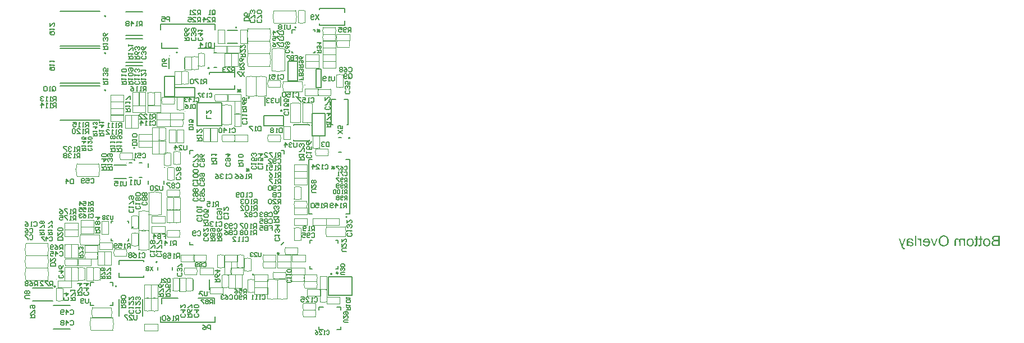
<source format=gbo>
G04*
G04 #@! TF.GenerationSoftware,Altium Limited,Altium Designer,20.0.13 (296)*
G04*
G04 Layer_Color=32896*
%FSLAX42Y42*%
%MOMM*%
G71*
G01*
G75*
%ADD10C,0.20*%
%ADD11C,0.10*%
%ADD12C,0.15*%
%ADD13C,0.15*%
%ADD14C,0.13*%
%ADD182C,0.15*%
%ADD183C,0.30*%
%ADD186C,0.25*%
G36*
X14171Y1468D02*
X14174Y1468D01*
X14178Y1467D01*
X14181Y1466D01*
X14183Y1465D01*
X14185Y1464D01*
X14187Y1464D01*
X14187Y1463D01*
X14190Y1461D01*
X14193Y1459D01*
X14196Y1457D01*
X14198Y1454D01*
X14199Y1453D01*
X14201Y1451D01*
X14201Y1450D01*
X14202Y1449D01*
Y1466D01*
X14219D01*
Y1350D01*
X14199D01*
Y1410D01*
X14199Y1416D01*
X14199Y1421D01*
X14199Y1425D01*
X14198Y1428D01*
X14197Y1431D01*
X14197Y1433D01*
X14196Y1434D01*
X14196Y1434D01*
X14195Y1437D01*
X14193Y1440D01*
X14192Y1442D01*
X14190Y1444D01*
X14188Y1445D01*
X14187Y1446D01*
X14186Y1447D01*
X14186Y1447D01*
X14183Y1449D01*
X14181Y1450D01*
X14178Y1450D01*
X14176Y1451D01*
X14174Y1451D01*
X14172Y1452D01*
X14171D01*
X14167Y1451D01*
X14164Y1451D01*
X14161Y1449D01*
X14159Y1448D01*
X14157Y1447D01*
X14156Y1446D01*
X14155Y1445D01*
X14155Y1445D01*
X14153Y1442D01*
X14152Y1439D01*
X14151Y1436D01*
X14151Y1433D01*
X14150Y1430D01*
X14150Y1427D01*
Y1426D01*
Y1426D01*
Y1425D01*
Y1425D01*
Y1350D01*
X14131D01*
Y1417D01*
X14130Y1424D01*
X14129Y1429D01*
X14128Y1433D01*
X14126Y1437D01*
X14125Y1440D01*
X14124Y1442D01*
X14123Y1443D01*
X14122Y1443D01*
X14119Y1446D01*
X14116Y1448D01*
X14112Y1449D01*
X14109Y1451D01*
X14106Y1451D01*
X14104Y1451D01*
X14103Y1452D01*
X14102D01*
X14099Y1451D01*
X14097Y1451D01*
X14095Y1451D01*
X14093Y1450D01*
X14092Y1449D01*
X14091Y1449D01*
X14090Y1449D01*
X14090Y1448D01*
X14088Y1447D01*
X14087Y1446D01*
X14086Y1444D01*
X14085Y1443D01*
X14084Y1442D01*
X14084Y1441D01*
X14083Y1440D01*
Y1440D01*
X14082Y1438D01*
X14082Y1435D01*
X14082Y1432D01*
X14081Y1429D01*
X14081Y1427D01*
Y1425D01*
Y1423D01*
Y1423D01*
Y1423D01*
Y1350D01*
X14062D01*
Y1430D01*
Y1433D01*
X14062Y1437D01*
X14062Y1440D01*
X14063Y1443D01*
X14064Y1445D01*
X14065Y1448D01*
X14065Y1450D01*
X14066Y1452D01*
X14067Y1453D01*
X14068Y1455D01*
X14069Y1457D01*
X14070Y1459D01*
X14071Y1459D01*
X14075Y1462D01*
X14079Y1465D01*
X14083Y1466D01*
X14087Y1468D01*
X14091Y1468D01*
X14093Y1468D01*
X14095D01*
X14096Y1469D01*
X14097D01*
X14102Y1468D01*
X14105Y1468D01*
X14109Y1467D01*
X14112Y1465D01*
X14116Y1464D01*
X14119Y1462D01*
X14121Y1460D01*
X14124Y1459D01*
X14126Y1456D01*
X14128Y1455D01*
X14130Y1453D01*
X14131Y1451D01*
X14132Y1450D01*
X14133Y1449D01*
X14133Y1448D01*
X14134Y1448D01*
X14135Y1452D01*
X14137Y1455D01*
X14139Y1457D01*
X14141Y1459D01*
X14143Y1461D01*
X14144Y1462D01*
X14145Y1463D01*
X14145Y1463D01*
X14149Y1465D01*
X14152Y1466D01*
X14155Y1467D01*
X14159Y1468D01*
X14162Y1468D01*
X14164Y1469D01*
X14166D01*
X14171Y1468D01*
D02*
G37*
G36*
X13392D02*
X13397Y1468D01*
X13401Y1467D01*
X13405Y1467D01*
X13408Y1466D01*
X13411Y1465D01*
X13412Y1465D01*
X13412Y1465D01*
X13412Y1465D01*
X13413D01*
X13417Y1463D01*
X13420Y1461D01*
X13423Y1459D01*
X13426Y1457D01*
X13428Y1455D01*
X13429Y1454D01*
X13430Y1453D01*
X13430Y1453D01*
X13432Y1450D01*
X13434Y1446D01*
X13435Y1443D01*
X13437Y1440D01*
X13437Y1437D01*
X13438Y1435D01*
X13438Y1434D01*
Y1434D01*
X13439Y1433D01*
Y1433D01*
X13419Y1431D01*
X13418Y1435D01*
X13417Y1438D01*
X13415Y1441D01*
X13414Y1444D01*
X13412Y1446D01*
X13411Y1447D01*
X13410Y1447D01*
X13410Y1448D01*
X13407Y1449D01*
X13404Y1450D01*
X13400Y1451D01*
X13397Y1452D01*
X13394Y1452D01*
X13392Y1453D01*
X13389D01*
X13384Y1452D01*
X13379Y1452D01*
X13376Y1450D01*
X13372Y1449D01*
X13370Y1448D01*
X13368Y1447D01*
X13367Y1446D01*
X13367Y1446D01*
X13365Y1444D01*
X13364Y1441D01*
X13363Y1438D01*
X13362Y1436D01*
X13361Y1433D01*
X13361Y1431D01*
Y1429D01*
Y1429D01*
Y1429D01*
Y1428D01*
Y1428D01*
Y1426D01*
X13361Y1425D01*
Y1424D01*
Y1424D01*
X13364Y1423D01*
X13366Y1422D01*
X13372Y1421D01*
X13378Y1420D01*
X13383Y1419D01*
X13386Y1418D01*
X13388Y1418D01*
X13391Y1418D01*
X13393Y1417D01*
X13394Y1417D01*
X13395D01*
X13396Y1417D01*
X13397D01*
X13401Y1416D01*
X13404Y1416D01*
X13407Y1415D01*
X13409Y1415D01*
X13411Y1415D01*
X13413Y1414D01*
X13414Y1414D01*
X13414D01*
X13417Y1413D01*
X13419Y1412D01*
X13422Y1411D01*
X13424Y1410D01*
X13426Y1409D01*
X13427Y1408D01*
X13428Y1408D01*
X13428Y1407D01*
X13431Y1406D01*
X13432Y1404D01*
X13434Y1402D01*
X13436Y1400D01*
X13437Y1399D01*
X13438Y1397D01*
X13438Y1396D01*
X13438Y1396D01*
X13440Y1394D01*
X13440Y1391D01*
X13441Y1388D01*
X13442Y1386D01*
X13442Y1384D01*
X13442Y1382D01*
Y1381D01*
Y1381D01*
X13442Y1378D01*
X13442Y1375D01*
X13440Y1371D01*
X13439Y1367D01*
X13437Y1363D01*
X13435Y1360D01*
X13434Y1358D01*
X13432Y1357D01*
X13432Y1357D01*
X13428Y1354D01*
X13423Y1351D01*
X13418Y1350D01*
X13413Y1349D01*
X13409Y1348D01*
X13407Y1348D01*
X13406D01*
X13404Y1347D01*
X13403D01*
X13398Y1348D01*
X13394Y1348D01*
X13391Y1349D01*
X13387Y1349D01*
X13385Y1350D01*
X13383Y1351D01*
X13381Y1351D01*
X13381Y1351D01*
X13377Y1353D01*
X13373Y1355D01*
X13370Y1357D01*
X13366Y1359D01*
X13363Y1361D01*
X13361Y1363D01*
X13360Y1364D01*
X13360Y1365D01*
X13360D01*
X13359Y1362D01*
X13359Y1359D01*
X13358Y1356D01*
X13357Y1354D01*
X13357Y1352D01*
X13356Y1351D01*
X13356Y1350D01*
X13356Y1350D01*
X13335D01*
X13336Y1353D01*
X13338Y1355D01*
X13338Y1357D01*
X13339Y1359D01*
X13340Y1361D01*
X13340Y1363D01*
X13340Y1364D01*
Y1364D01*
X13340Y1366D01*
X13341Y1368D01*
Y1370D01*
X13341Y1372D01*
X13341Y1378D01*
Y1384D01*
X13341Y1390D01*
Y1392D01*
Y1394D01*
Y1396D01*
Y1397D01*
Y1398D01*
Y1399D01*
Y1425D01*
Y1429D01*
X13341Y1433D01*
X13342Y1436D01*
Y1439D01*
X13342Y1441D01*
X13342Y1442D01*
X13342Y1443D01*
Y1443D01*
X13343Y1446D01*
X13344Y1449D01*
X13345Y1451D01*
X13346Y1453D01*
X13347Y1454D01*
X13348Y1455D01*
X13348Y1456D01*
X13348Y1456D01*
X13350Y1458D01*
X13352Y1460D01*
X13355Y1461D01*
X13357Y1463D01*
X13359Y1464D01*
X13361Y1464D01*
X13362Y1465D01*
X13362Y1465D01*
X13366Y1466D01*
X13370Y1467D01*
X13374Y1468D01*
X13378Y1468D01*
X13381Y1468D01*
X13384Y1469D01*
X13386D01*
X13392Y1468D01*
D02*
G37*
G36*
X13765Y1350D02*
X13746D01*
X13702Y1466D01*
X13722D01*
X13748Y1395D01*
X13749Y1390D01*
X13751Y1386D01*
X13752Y1382D01*
X13753Y1379D01*
X13754Y1377D01*
X13755Y1375D01*
X13755Y1374D01*
X13755Y1373D01*
X13757Y1378D01*
X13758Y1382D01*
X13759Y1386D01*
X13760Y1389D01*
X13761Y1392D01*
X13762Y1395D01*
X13762Y1395D01*
X13762Y1396D01*
X13763Y1396D01*
Y1397D01*
X13788Y1466D01*
X13808D01*
X13765Y1350D01*
D02*
G37*
G36*
X13278D02*
X13279Y1348D01*
X13280Y1346D01*
X13280Y1345D01*
Y1345D01*
X13282Y1341D01*
X13283Y1338D01*
X13284Y1335D01*
X13285Y1333D01*
X13285Y1332D01*
X13286Y1331D01*
X13286Y1331D01*
Y1330D01*
X13288Y1328D01*
X13290Y1326D01*
X13291Y1325D01*
X13292Y1325D01*
X13292Y1324D01*
X13292D01*
X13294Y1324D01*
X13296Y1323D01*
X13299Y1322D01*
X13300D01*
X13302Y1322D01*
X13303D01*
X13307Y1322D01*
X13310Y1323D01*
X13312Y1323D01*
X13313Y1324D01*
X13314Y1324D01*
X13314D01*
X13312Y1306D01*
X13309Y1305D01*
X13307Y1304D01*
X13305Y1304D01*
X13303Y1303D01*
X13301D01*
X13300Y1303D01*
X13299D01*
X13296Y1303D01*
X13293Y1304D01*
X13290Y1304D01*
X13288Y1305D01*
X13286Y1306D01*
X13284Y1307D01*
X13283Y1307D01*
X13283Y1308D01*
X13281Y1310D01*
X13279Y1312D01*
X13276Y1314D01*
X13275Y1316D01*
X13273Y1319D01*
X13272Y1320D01*
X13271Y1321D01*
X13271Y1322D01*
X13270Y1323D01*
X13269Y1325D01*
X13268Y1329D01*
X13266Y1333D01*
X13264Y1338D01*
X13263Y1342D01*
X13262Y1344D01*
X13261Y1345D01*
X13261Y1346D01*
X13260Y1347D01*
X13260Y1348D01*
Y1348D01*
X13216Y1466D01*
X13235D01*
X13260Y1398D01*
X13262Y1394D01*
X13264Y1389D01*
X13265Y1384D01*
X13266Y1380D01*
X13267Y1377D01*
X13268Y1375D01*
X13268Y1374D01*
X13268Y1373D01*
X13269Y1373D01*
X13269Y1372D01*
Y1372D01*
X13270Y1377D01*
X13272Y1382D01*
X13273Y1387D01*
X13274Y1391D01*
X13276Y1394D01*
X13276Y1395D01*
X13276Y1397D01*
X13277Y1398D01*
X13277Y1398D01*
X13277Y1399D01*
Y1399D01*
X13301Y1466D01*
X13322D01*
X13278Y1350D01*
D02*
G37*
G36*
X14465Y1495D02*
Y1466D01*
X14479D01*
Y1451D01*
X14465D01*
Y1384D01*
Y1381D01*
Y1378D01*
X14464Y1375D01*
X14464Y1373D01*
Y1371D01*
X14464Y1369D01*
X14463Y1366D01*
X14463Y1363D01*
X14463Y1362D01*
X14462Y1361D01*
Y1361D01*
X14461Y1359D01*
X14460Y1357D01*
X14459Y1355D01*
X14457Y1354D01*
X14456Y1353D01*
X14455Y1352D01*
X14454Y1352D01*
X14454Y1352D01*
X14452Y1350D01*
X14449Y1350D01*
X14446Y1349D01*
X14444Y1349D01*
X14441Y1349D01*
X14439Y1348D01*
X14438D01*
X14432Y1349D01*
X14430Y1349D01*
X14428Y1349D01*
X14426Y1350D01*
X14424Y1350D01*
X14423Y1350D01*
X14423D01*
X14425Y1367D01*
X14427Y1367D01*
X14429Y1367D01*
X14430D01*
X14432Y1367D01*
X14434D01*
X14437Y1367D01*
X14439Y1367D01*
X14440Y1368D01*
X14441Y1368D01*
X14442Y1369D01*
X14443Y1370D01*
X14444Y1371D01*
X14444Y1372D01*
X14444Y1373D01*
X14445Y1375D01*
X14445Y1378D01*
X14445Y1380D01*
Y1381D01*
Y1382D01*
Y1383D01*
Y1451D01*
X14425D01*
Y1466D01*
X14445D01*
Y1507D01*
X14465Y1495D01*
D02*
G37*
G36*
X14402D02*
Y1466D01*
X14417D01*
Y1451D01*
X14402D01*
Y1384D01*
Y1381D01*
Y1378D01*
X14402Y1375D01*
X14402Y1373D01*
Y1371D01*
X14402Y1369D01*
X14401Y1366D01*
X14401Y1363D01*
X14401Y1362D01*
X14400Y1361D01*
Y1361D01*
X14399Y1359D01*
X14398Y1357D01*
X14396Y1355D01*
X14395Y1354D01*
X14394Y1353D01*
X14393Y1352D01*
X14392Y1352D01*
X14392Y1352D01*
X14389Y1350D01*
X14387Y1350D01*
X14384Y1349D01*
X14381Y1349D01*
X14379Y1349D01*
X14377Y1348D01*
X14375D01*
X14370Y1349D01*
X14368Y1349D01*
X14365Y1349D01*
X14363Y1350D01*
X14362Y1350D01*
X14361Y1350D01*
X14360D01*
X14363Y1367D01*
X14365Y1367D01*
X14367Y1367D01*
X14368D01*
X14369Y1367D01*
X14372D01*
X14375Y1367D01*
X14377Y1367D01*
X14378Y1368D01*
X14378Y1368D01*
X14380Y1369D01*
X14381Y1370D01*
X14382Y1371D01*
X14382Y1372D01*
X14382Y1373D01*
X14382Y1375D01*
X14382Y1378D01*
X14383Y1380D01*
Y1381D01*
Y1382D01*
Y1383D01*
Y1451D01*
X14363D01*
Y1466D01*
X14383D01*
Y1507D01*
X14402Y1495D01*
D02*
G37*
G36*
X13641Y1468D02*
X13645Y1468D01*
X13649Y1467D01*
X13653Y1466D01*
X13656Y1465D01*
X13660Y1464D01*
X13663Y1462D01*
X13665Y1461D01*
X13668Y1459D01*
X13670Y1458D01*
X13672Y1456D01*
X13673Y1455D01*
X13674Y1454D01*
X13675Y1453D01*
X13676Y1453D01*
X13676Y1453D01*
X13678Y1449D01*
X13681Y1446D01*
X13683Y1442D01*
X13685Y1439D01*
X13686Y1435D01*
X13687Y1431D01*
X13689Y1424D01*
X13690Y1420D01*
X13690Y1417D01*
X13690Y1414D01*
X13691Y1412D01*
X13691Y1410D01*
Y1408D01*
Y1407D01*
Y1407D01*
X13691Y1402D01*
X13690Y1397D01*
X13689Y1392D01*
X13689Y1388D01*
X13687Y1384D01*
X13686Y1381D01*
X13685Y1377D01*
X13683Y1374D01*
X13682Y1372D01*
X13681Y1369D01*
X13680Y1368D01*
X13678Y1366D01*
X13677Y1365D01*
X13677Y1364D01*
X13676Y1363D01*
X13676Y1363D01*
X13673Y1360D01*
X13670Y1358D01*
X13667Y1356D01*
X13663Y1354D01*
X13660Y1353D01*
X13657Y1351D01*
X13650Y1349D01*
X13647Y1349D01*
X13644Y1348D01*
X13642Y1348D01*
X13640Y1348D01*
X13638Y1347D01*
X13636D01*
X13628Y1348D01*
X13622Y1349D01*
X13616Y1350D01*
X13614Y1351D01*
X13611Y1352D01*
X13609Y1353D01*
X13608Y1354D01*
X13606Y1355D01*
X13605Y1356D01*
X13604Y1356D01*
X13603Y1357D01*
X13603Y1357D01*
X13602D01*
X13598Y1361D01*
X13594Y1366D01*
X13591Y1370D01*
X13589Y1375D01*
X13587Y1379D01*
X13586Y1381D01*
X13585Y1382D01*
X13585Y1383D01*
X13585Y1384D01*
X13584Y1385D01*
Y1385D01*
X13605Y1387D01*
X13607Y1383D01*
X13609Y1379D01*
X13611Y1376D01*
X13613Y1374D01*
X13614Y1372D01*
X13616Y1370D01*
X13617Y1369D01*
X13617Y1369D01*
X13620Y1367D01*
X13623Y1366D01*
X13626Y1365D01*
X13629Y1364D01*
X13632Y1364D01*
X13634Y1364D01*
X13636D01*
X13638Y1364D01*
X13641Y1364D01*
X13646Y1365D01*
X13650Y1367D01*
X13653Y1369D01*
X13656Y1370D01*
X13658Y1372D01*
X13660Y1373D01*
X13660Y1374D01*
X13660D01*
X13663Y1378D01*
X13666Y1382D01*
X13668Y1387D01*
X13669Y1392D01*
X13670Y1396D01*
X13670Y1398D01*
X13670Y1400D01*
Y1401D01*
X13671Y1402D01*
Y1403D01*
Y1403D01*
X13584D01*
X13584Y1405D01*
Y1407D01*
Y1408D01*
Y1408D01*
X13584Y1413D01*
X13584Y1418D01*
X13585Y1423D01*
X13586Y1427D01*
X13587Y1431D01*
X13588Y1435D01*
X13590Y1438D01*
X13591Y1441D01*
X13593Y1444D01*
X13594Y1446D01*
X13595Y1448D01*
X13596Y1450D01*
X13597Y1451D01*
X13598Y1452D01*
X13598Y1453D01*
X13599Y1453D01*
X13601Y1456D01*
X13604Y1458D01*
X13608Y1460D01*
X13611Y1462D01*
X13614Y1464D01*
X13617Y1465D01*
X13620Y1466D01*
X13623Y1467D01*
X13626Y1467D01*
X13629Y1468D01*
X13631Y1468D01*
X13633Y1468D01*
X13634Y1469D01*
X13637D01*
X13641Y1468D01*
D02*
G37*
G36*
X14740Y1350D02*
X14679D01*
X14673Y1350D01*
X14668Y1350D01*
X14664Y1351D01*
X14660Y1351D01*
X14657Y1352D01*
X14655Y1352D01*
X14654Y1353D01*
X14653D01*
X14649Y1354D01*
X14646Y1355D01*
X14643Y1356D01*
X14641Y1358D01*
X14638Y1359D01*
X14637Y1359D01*
X14636Y1360D01*
X14636Y1360D01*
X14633Y1362D01*
X14631Y1365D01*
X14629Y1368D01*
X14627Y1370D01*
X14626Y1372D01*
X14625Y1374D01*
X14624Y1375D01*
X14624Y1375D01*
X14622Y1379D01*
X14621Y1383D01*
X14620Y1386D01*
X14620Y1390D01*
X14619Y1392D01*
X14619Y1395D01*
Y1396D01*
Y1396D01*
Y1397D01*
X14619Y1402D01*
X14620Y1406D01*
X14622Y1410D01*
X14623Y1414D01*
X14624Y1417D01*
X14626Y1419D01*
X14627Y1420D01*
X14627Y1421D01*
X14630Y1424D01*
X14634Y1427D01*
X14637Y1430D01*
X14641Y1432D01*
X14644Y1434D01*
X14647Y1434D01*
X14648Y1435D01*
X14649Y1435D01*
X14649Y1435D01*
X14649D01*
X14645Y1438D01*
X14642Y1440D01*
X14639Y1443D01*
X14637Y1445D01*
X14635Y1447D01*
X14634Y1449D01*
X14633Y1449D01*
X14633Y1450D01*
X14631Y1453D01*
X14629Y1457D01*
X14628Y1460D01*
X14628Y1463D01*
X14627Y1465D01*
X14627Y1468D01*
Y1469D01*
Y1469D01*
X14627Y1473D01*
X14628Y1477D01*
X14629Y1481D01*
X14630Y1484D01*
X14631Y1487D01*
X14632Y1488D01*
X14633Y1490D01*
X14633Y1490D01*
X14636Y1494D01*
X14639Y1497D01*
X14642Y1499D01*
X14644Y1502D01*
X14647Y1503D01*
X14649Y1504D01*
X14650Y1505D01*
X14650Y1505D01*
X14651D01*
X14655Y1507D01*
X14660Y1508D01*
X14665Y1509D01*
X14669Y1509D01*
X14674Y1510D01*
X14675D01*
X14677Y1510D01*
X14740D01*
Y1350D01*
D02*
G37*
G36*
X13520Y1468D02*
X13522Y1468D01*
X13524Y1467D01*
X13526Y1467D01*
X13527Y1466D01*
X13529Y1465D01*
X13530Y1465D01*
X13530Y1465D01*
X13532Y1463D01*
X13534Y1460D01*
X13536Y1458D01*
X13538Y1455D01*
X13540Y1453D01*
X13541Y1450D01*
X13542Y1449D01*
X13542Y1449D01*
Y1466D01*
X13560D01*
Y1350D01*
X13540D01*
Y1411D01*
X13540Y1415D01*
X13540Y1419D01*
X13539Y1423D01*
X13539Y1427D01*
X13538Y1430D01*
X13537Y1432D01*
X13537Y1433D01*
X13537Y1434D01*
X13536Y1436D01*
X13535Y1438D01*
X13534Y1440D01*
X13533Y1442D01*
X13531Y1443D01*
X13531Y1444D01*
X13530Y1444D01*
X13530Y1444D01*
X13528Y1446D01*
X13526Y1447D01*
X13524Y1447D01*
X13522Y1448D01*
X13521Y1448D01*
X13519Y1448D01*
X13518D01*
X13516Y1448D01*
X13513Y1448D01*
X13511Y1447D01*
X13509Y1446D01*
X13507Y1446D01*
X13505Y1445D01*
X13504Y1444D01*
X13504Y1444D01*
X13497Y1462D01*
X13501Y1464D01*
X13505Y1466D01*
X13508Y1467D01*
X13511Y1468D01*
X13513Y1468D01*
X13515Y1469D01*
X13517D01*
X13520Y1468D01*
D02*
G37*
G36*
X13486Y1350D02*
X13466D01*
Y1510D01*
X13486D01*
Y1350D01*
D02*
G37*
G36*
X14549Y1468D02*
X14553Y1468D01*
X14560Y1467D01*
X14566Y1465D01*
X14569Y1463D01*
X14572Y1462D01*
X14574Y1461D01*
X14576Y1460D01*
X14578Y1459D01*
X14579Y1458D01*
X14580Y1457D01*
X14581Y1456D01*
X14582Y1456D01*
X14582Y1456D01*
X14585Y1453D01*
X14588Y1449D01*
X14590Y1446D01*
X14592Y1442D01*
X14594Y1438D01*
X14595Y1434D01*
X14597Y1430D01*
X14597Y1426D01*
X14598Y1422D01*
X14599Y1419D01*
X14599Y1416D01*
X14600Y1413D01*
Y1411D01*
X14600Y1409D01*
Y1409D01*
Y1408D01*
X14600Y1403D01*
X14599Y1398D01*
X14598Y1393D01*
X14597Y1389D01*
X14596Y1385D01*
X14595Y1381D01*
X14594Y1378D01*
X14592Y1375D01*
X14591Y1372D01*
X14590Y1369D01*
X14588Y1368D01*
X14587Y1366D01*
X14586Y1365D01*
X14586Y1364D01*
X14585Y1363D01*
X14585Y1363D01*
X14582Y1360D01*
X14579Y1358D01*
X14576Y1356D01*
X14572Y1354D01*
X14569Y1353D01*
X14566Y1351D01*
X14560Y1349D01*
X14557Y1349D01*
X14554Y1348D01*
X14552Y1348D01*
X14550Y1348D01*
X14548Y1347D01*
X14545D01*
X14540Y1348D01*
X14535Y1349D01*
X14530Y1350D01*
X14526Y1351D01*
X14522Y1352D01*
X14521Y1353D01*
X14520Y1353D01*
X14519Y1354D01*
X14518Y1354D01*
X14518Y1354D01*
X14518D01*
X14513Y1357D01*
X14509Y1361D01*
X14506Y1364D01*
X14503Y1367D01*
X14501Y1370D01*
X14499Y1372D01*
X14499Y1373D01*
X14498Y1374D01*
X14498Y1374D01*
Y1374D01*
X14496Y1380D01*
X14494Y1385D01*
X14493Y1391D01*
X14492Y1397D01*
X14491Y1400D01*
Y1402D01*
X14491Y1404D01*
X14491Y1406D01*
Y1408D01*
Y1409D01*
Y1409D01*
Y1410D01*
X14491Y1415D01*
X14492Y1419D01*
X14492Y1424D01*
X14493Y1428D01*
X14494Y1432D01*
X14496Y1435D01*
X14497Y1439D01*
X14499Y1442D01*
X14500Y1444D01*
X14501Y1446D01*
X14503Y1449D01*
X14504Y1450D01*
X14505Y1451D01*
X14506Y1452D01*
X14506Y1453D01*
X14506Y1453D01*
X14509Y1456D01*
X14512Y1458D01*
X14516Y1460D01*
X14519Y1462D01*
X14522Y1464D01*
X14525Y1465D01*
X14532Y1467D01*
X14535Y1467D01*
X14537Y1468D01*
X14539Y1468D01*
X14541Y1468D01*
X14543Y1469D01*
X14545D01*
X14549Y1468D01*
D02*
G37*
G36*
X14300D02*
X14304Y1468D01*
X14311Y1467D01*
X14317Y1465D01*
X14320Y1463D01*
X14323Y1462D01*
X14325Y1461D01*
X14327Y1460D01*
X14329Y1459D01*
X14330Y1458D01*
X14331Y1457D01*
X14332Y1456D01*
X14333Y1456D01*
X14333Y1456D01*
X14336Y1453D01*
X14339Y1449D01*
X14341Y1446D01*
X14343Y1442D01*
X14345Y1438D01*
X14346Y1434D01*
X14348Y1430D01*
X14348Y1426D01*
X14349Y1422D01*
X14350Y1419D01*
X14350Y1416D01*
X14351Y1413D01*
Y1411D01*
X14351Y1409D01*
Y1409D01*
Y1408D01*
X14351Y1403D01*
X14350Y1398D01*
X14349Y1393D01*
X14348Y1389D01*
X14347Y1385D01*
X14346Y1381D01*
X14345Y1378D01*
X14343Y1375D01*
X14342Y1372D01*
X14341Y1369D01*
X14339Y1368D01*
X14338Y1366D01*
X14337Y1365D01*
X14337Y1364D01*
X14336Y1363D01*
X14336Y1363D01*
X14333Y1360D01*
X14330Y1358D01*
X14327Y1356D01*
X14323Y1354D01*
X14320Y1353D01*
X14317Y1351D01*
X14311Y1349D01*
X14308Y1349D01*
X14305Y1348D01*
X14303Y1348D01*
X14301Y1348D01*
X14299Y1347D01*
X14296D01*
X14291Y1348D01*
X14286Y1349D01*
X14281Y1350D01*
X14277Y1351D01*
X14274Y1352D01*
X14272Y1353D01*
X14271Y1353D01*
X14270Y1354D01*
X14269Y1354D01*
X14269Y1354D01*
X14269D01*
X14264Y1357D01*
X14260Y1361D01*
X14257Y1364D01*
X14254Y1367D01*
X14252Y1370D01*
X14250Y1372D01*
X14250Y1373D01*
X14249Y1374D01*
X14249Y1374D01*
Y1374D01*
X14247Y1380D01*
X14245Y1385D01*
X14244Y1391D01*
X14243Y1397D01*
X14243Y1400D01*
Y1402D01*
X14242Y1404D01*
X14242Y1406D01*
Y1408D01*
Y1409D01*
Y1409D01*
Y1410D01*
X14242Y1415D01*
X14243Y1419D01*
X14243Y1424D01*
X14244Y1428D01*
X14246Y1432D01*
X14247Y1435D01*
X14248Y1439D01*
X14250Y1442D01*
X14251Y1444D01*
X14252Y1446D01*
X14254Y1449D01*
X14255Y1450D01*
X14256Y1451D01*
X14257Y1452D01*
X14257Y1453D01*
X14257Y1453D01*
X14260Y1456D01*
X14263Y1458D01*
X14267Y1460D01*
X14270Y1462D01*
X14273Y1464D01*
X14276Y1465D01*
X14283Y1467D01*
X14286Y1467D01*
X14288Y1468D01*
X14290Y1468D01*
X14292Y1468D01*
X14294Y1469D01*
X14296D01*
X14300Y1468D01*
D02*
G37*
G36*
X13904Y1513D02*
X13910Y1512D01*
X13915Y1511D01*
X13920Y1509D01*
X13925Y1508D01*
X13930Y1506D01*
X13934Y1504D01*
X13938Y1502D01*
X13941Y1499D01*
X13944Y1497D01*
X13947Y1496D01*
X13949Y1494D01*
X13950Y1492D01*
X13952Y1491D01*
X13953Y1490D01*
X13953Y1490D01*
X13957Y1486D01*
X13960Y1481D01*
X13963Y1476D01*
X13965Y1471D01*
X13967Y1466D01*
X13969Y1461D01*
X13970Y1456D01*
X13971Y1451D01*
X13972Y1446D01*
X13973Y1442D01*
X13973Y1438D01*
X13974Y1434D01*
Y1432D01*
X13974Y1430D01*
Y1428D01*
Y1428D01*
Y1428D01*
X13974Y1420D01*
X13973Y1413D01*
X13971Y1406D01*
X13970Y1403D01*
X13969Y1400D01*
X13969Y1397D01*
X13968Y1395D01*
X13967Y1393D01*
X13966Y1391D01*
X13966Y1390D01*
X13966Y1389D01*
X13965Y1388D01*
Y1388D01*
X13961Y1381D01*
X13957Y1375D01*
X13952Y1370D01*
X13948Y1366D01*
X13944Y1362D01*
X13942Y1361D01*
X13941Y1360D01*
X13940Y1359D01*
X13939Y1359D01*
X13938Y1358D01*
X13938Y1358D01*
X13935Y1356D01*
X13931Y1355D01*
X13924Y1352D01*
X13917Y1350D01*
X13911Y1349D01*
X13908Y1348D01*
X13906Y1348D01*
X13903Y1347D01*
X13901D01*
X13900Y1347D01*
X13897D01*
X13890Y1348D01*
X13883Y1349D01*
X13876Y1350D01*
X13873Y1351D01*
X13870Y1352D01*
X13868Y1353D01*
X13865Y1354D01*
X13863Y1355D01*
X13862Y1355D01*
X13860Y1356D01*
X13859Y1356D01*
X13859Y1357D01*
X13859D01*
X13852Y1361D01*
X13847Y1366D01*
X13842Y1371D01*
X13838Y1375D01*
X13835Y1380D01*
X13834Y1381D01*
X13833Y1383D01*
X13832Y1384D01*
X13831Y1385D01*
X13831Y1386D01*
Y1386D01*
X13829Y1390D01*
X13828Y1394D01*
X13825Y1401D01*
X13823Y1408D01*
X13822Y1415D01*
X13822Y1418D01*
X13821Y1421D01*
X13821Y1423D01*
Y1425D01*
X13821Y1427D01*
Y1428D01*
Y1429D01*
Y1430D01*
X13821Y1438D01*
X13822Y1446D01*
X13823Y1450D01*
X13824Y1454D01*
X13825Y1457D01*
X13826Y1460D01*
X13826Y1463D01*
X13827Y1465D01*
X13828Y1468D01*
X13829Y1469D01*
X13829Y1471D01*
X13830Y1472D01*
X13830Y1472D01*
Y1473D01*
X13834Y1479D01*
X13838Y1485D01*
X13843Y1490D01*
X13847Y1495D01*
X13851Y1498D01*
X13853Y1499D01*
X13854Y1500D01*
X13856Y1501D01*
X13857Y1502D01*
X13857Y1502D01*
X13857Y1502D01*
X13861Y1504D01*
X13864Y1506D01*
X13871Y1509D01*
X13878Y1510D01*
X13884Y1512D01*
X13887Y1512D01*
X13890Y1512D01*
X13892Y1513D01*
X13894D01*
X13895Y1513D01*
X13897D01*
X13904Y1513D01*
D02*
G37*
%LPC*%
G36*
X13361Y1408D02*
X13361D01*
X13361Y1401D01*
X13362Y1396D01*
X13362Y1392D01*
X13362Y1389D01*
X13363Y1386D01*
X13364Y1384D01*
X13364Y1383D01*
X13364Y1382D01*
X13365Y1381D01*
X13366Y1378D01*
X13368Y1376D01*
X13371Y1373D01*
X13373Y1372D01*
X13375Y1370D01*
X13376Y1369D01*
X13377Y1368D01*
X13378Y1368D01*
X13381Y1366D01*
X13384Y1365D01*
X13388Y1364D01*
X13391Y1364D01*
X13394Y1363D01*
X13396Y1363D01*
X13398D01*
X13402Y1363D01*
X13405Y1364D01*
X13408Y1365D01*
X13411Y1366D01*
X13413Y1366D01*
X13414Y1367D01*
X13415Y1368D01*
X13415Y1368D01*
X13417Y1370D01*
X13419Y1372D01*
X13420Y1375D01*
X13420Y1377D01*
X13421Y1378D01*
X13421Y1380D01*
Y1381D01*
Y1381D01*
X13421Y1383D01*
X13421Y1385D01*
X13420Y1386D01*
X13420Y1388D01*
X13419Y1389D01*
X13419Y1390D01*
X13419Y1390D01*
Y1390D01*
X13416Y1393D01*
X13413Y1395D01*
X13412Y1396D01*
X13412Y1396D01*
X13411Y1397D01*
X13411D01*
X13408Y1398D01*
X13406Y1398D01*
X13403Y1399D01*
X13400Y1400D01*
X13398Y1400D01*
X13395Y1400D01*
X13394Y1401D01*
X13394D01*
X13390Y1401D01*
X13386Y1402D01*
X13383Y1403D01*
X13379Y1403D01*
X13376Y1404D01*
X13374Y1405D01*
X13371Y1405D01*
X13369Y1406D01*
X13367Y1406D01*
X13366Y1407D01*
X13364Y1407D01*
X13363Y1408D01*
X13362Y1408D01*
X13362Y1408D01*
X13361Y1408D01*
D02*
G37*
G36*
X13638Y1453D02*
X13636D01*
X13634Y1452D01*
X13631Y1452D01*
X13626Y1451D01*
X13622Y1449D01*
X13619Y1447D01*
X13616Y1445D01*
X13614Y1443D01*
X13613Y1441D01*
X13612Y1441D01*
Y1441D01*
X13610Y1438D01*
X13608Y1434D01*
X13607Y1431D01*
X13606Y1427D01*
X13605Y1424D01*
X13605Y1422D01*
Y1421D01*
X13605Y1420D01*
Y1419D01*
Y1419D01*
X13670D01*
X13669Y1425D01*
X13667Y1429D01*
X13666Y1434D01*
X13664Y1437D01*
X13662Y1440D01*
X13661Y1442D01*
X13660Y1443D01*
X13659Y1443D01*
X13656Y1446D01*
X13652Y1449D01*
X13648Y1450D01*
X13644Y1451D01*
X13641Y1452D01*
X13639Y1452D01*
X13638Y1453D01*
D02*
G37*
G36*
X14719Y1491D02*
X14681D01*
X14676Y1491D01*
X14672Y1490D01*
X14668Y1490D01*
X14666Y1490D01*
X14664Y1489D01*
X14663Y1489D01*
X14663D01*
X14660Y1488D01*
X14658Y1487D01*
X14656Y1485D01*
X14654Y1484D01*
X14653Y1483D01*
X14652Y1481D01*
X14652Y1481D01*
X14652Y1481D01*
X14650Y1478D01*
X14649Y1476D01*
X14649Y1474D01*
X14648Y1471D01*
X14648Y1469D01*
X14648Y1468D01*
Y1467D01*
Y1467D01*
X14648Y1464D01*
X14648Y1461D01*
X14649Y1459D01*
X14650Y1457D01*
X14650Y1455D01*
X14651Y1454D01*
X14652Y1453D01*
X14652Y1453D01*
X14653Y1451D01*
X14656Y1449D01*
X14658Y1448D01*
X14659Y1447D01*
X14661Y1446D01*
X14663Y1445D01*
X14664Y1445D01*
X14664Y1445D01*
X14667Y1444D01*
X14670Y1444D01*
X14673Y1443D01*
X14676Y1443D01*
X14679Y1443D01*
X14719D01*
Y1491D01*
D02*
G37*
G36*
Y1424D02*
X14677D01*
X14672Y1424D01*
X14668Y1423D01*
X14665Y1423D01*
X14662Y1422D01*
X14660Y1422D01*
X14659Y1422D01*
X14659Y1421D01*
X14656Y1420D01*
X14653Y1419D01*
X14651Y1417D01*
X14649Y1415D01*
X14647Y1414D01*
X14647Y1413D01*
X14646Y1412D01*
X14646Y1412D01*
X14644Y1409D01*
X14643Y1407D01*
X14642Y1404D01*
X14641Y1402D01*
X14641Y1400D01*
X14641Y1398D01*
Y1397D01*
Y1397D01*
X14641Y1394D01*
X14641Y1391D01*
X14642Y1389D01*
X14642Y1387D01*
X14643Y1385D01*
X14644Y1384D01*
X14644Y1383D01*
X14644Y1383D01*
X14645Y1381D01*
X14647Y1379D01*
X14648Y1378D01*
X14649Y1376D01*
X14650Y1375D01*
X14651Y1375D01*
X14652Y1374D01*
X14652Y1374D01*
X14656Y1372D01*
X14660Y1371D01*
X14662Y1370D01*
X14663Y1370D01*
X14664Y1370D01*
X14664D01*
X14666Y1369D01*
X14668Y1369D01*
X14673Y1369D01*
X14719D01*
Y1424D01*
D02*
G37*
G36*
X14547Y1453D02*
X14545D01*
X14543Y1452D01*
X14540Y1452D01*
X14535Y1451D01*
X14531Y1449D01*
X14528Y1447D01*
X14525Y1445D01*
X14523Y1443D01*
X14522Y1442D01*
X14521Y1442D01*
Y1441D01*
X14519Y1439D01*
X14518Y1437D01*
X14515Y1432D01*
X14513Y1426D01*
X14512Y1421D01*
X14512Y1416D01*
X14511Y1414D01*
Y1412D01*
X14511Y1411D01*
Y1410D01*
Y1409D01*
Y1409D01*
Y1405D01*
X14512Y1401D01*
X14512Y1397D01*
X14513Y1394D01*
X14513Y1391D01*
X14514Y1388D01*
X14515Y1385D01*
X14516Y1383D01*
X14517Y1381D01*
X14518Y1379D01*
X14519Y1378D01*
X14519Y1377D01*
X14520Y1376D01*
X14521Y1375D01*
X14521Y1375D01*
X14521Y1375D01*
X14523Y1373D01*
X14525Y1371D01*
X14529Y1368D01*
X14533Y1366D01*
X14537Y1365D01*
X14540Y1364D01*
X14543Y1364D01*
X14544Y1364D01*
X14545D01*
X14548Y1364D01*
X14551Y1364D01*
X14556Y1365D01*
X14560Y1367D01*
X14563Y1369D01*
X14566Y1371D01*
X14568Y1373D01*
X14569Y1374D01*
X14570Y1375D01*
X14570D01*
X14572Y1377D01*
X14573Y1379D01*
X14575Y1384D01*
X14577Y1390D01*
X14578Y1396D01*
X14579Y1400D01*
X14579Y1403D01*
Y1404D01*
X14580Y1406D01*
Y1407D01*
Y1408D01*
Y1408D01*
X14579Y1412D01*
X14579Y1416D01*
X14579Y1419D01*
X14578Y1423D01*
X14577Y1426D01*
X14577Y1428D01*
X14576Y1431D01*
X14575Y1433D01*
X14574Y1435D01*
X14573Y1437D01*
X14572Y1438D01*
X14572Y1439D01*
X14571Y1440D01*
X14570Y1441D01*
X14570Y1441D01*
Y1441D01*
X14568Y1443D01*
X14566Y1445D01*
X14562Y1448D01*
X14558Y1450D01*
X14554Y1451D01*
X14550Y1452D01*
X14548Y1452D01*
X14547Y1453D01*
D02*
G37*
G36*
X14298D02*
X14296D01*
X14294Y1452D01*
X14291Y1452D01*
X14286Y1451D01*
X14282Y1449D01*
X14279Y1447D01*
X14276Y1445D01*
X14274Y1443D01*
X14273Y1442D01*
X14272Y1442D01*
Y1441D01*
X14270Y1439D01*
X14269Y1437D01*
X14266Y1432D01*
X14264Y1426D01*
X14263Y1421D01*
X14263Y1416D01*
X14262Y1414D01*
Y1412D01*
X14262Y1411D01*
Y1410D01*
Y1409D01*
Y1409D01*
Y1405D01*
X14263Y1401D01*
X14263Y1397D01*
X14264Y1394D01*
X14264Y1391D01*
X14265Y1388D01*
X14266Y1385D01*
X14267Y1383D01*
X14268Y1381D01*
X14269Y1379D01*
X14270Y1378D01*
X14271Y1377D01*
X14271Y1376D01*
X14272Y1375D01*
X14272Y1375D01*
X14272Y1375D01*
X14274Y1373D01*
X14276Y1371D01*
X14280Y1368D01*
X14284Y1366D01*
X14288Y1365D01*
X14291Y1364D01*
X14294Y1364D01*
X14295Y1364D01*
X14296D01*
X14299Y1364D01*
X14302Y1364D01*
X14307Y1365D01*
X14311Y1367D01*
X14314Y1369D01*
X14317Y1371D01*
X14319Y1373D01*
X14320Y1374D01*
X14321Y1375D01*
X14321D01*
X14323Y1377D01*
X14324Y1379D01*
X14326Y1384D01*
X14328Y1390D01*
X14330Y1396D01*
X14330Y1400D01*
X14330Y1403D01*
Y1404D01*
X14331Y1406D01*
Y1407D01*
Y1408D01*
Y1408D01*
X14330Y1412D01*
X14330Y1416D01*
X14330Y1419D01*
X14329Y1423D01*
X14328Y1426D01*
X14328Y1428D01*
X14327Y1431D01*
X14326Y1433D01*
X14325Y1435D01*
X14324Y1437D01*
X14323Y1438D01*
X14323Y1439D01*
X14322Y1440D01*
X14321Y1441D01*
X14321Y1441D01*
Y1441D01*
X14319Y1443D01*
X14317Y1445D01*
X14313Y1448D01*
X14309Y1450D01*
X14305Y1451D01*
X14302Y1452D01*
X14299Y1452D01*
X14298Y1453D01*
D02*
G37*
G36*
X13900Y1495D02*
X13897D01*
X13892Y1494D01*
X13886Y1493D01*
X13881Y1492D01*
X13877Y1491D01*
X13874Y1489D01*
X13872Y1488D01*
X13871Y1488D01*
X13870Y1487D01*
X13869Y1487D01*
X13869Y1487D01*
X13869D01*
X13864Y1483D01*
X13860Y1480D01*
X13857Y1476D01*
X13854Y1472D01*
X13852Y1469D01*
X13851Y1466D01*
X13850Y1465D01*
X13850Y1465D01*
X13849Y1464D01*
Y1464D01*
X13847Y1458D01*
X13845Y1452D01*
X13844Y1447D01*
X13844Y1441D01*
X13843Y1439D01*
X13843Y1437D01*
Y1435D01*
X13843Y1433D01*
Y1432D01*
Y1431D01*
Y1430D01*
Y1430D01*
X13843Y1424D01*
X13843Y1419D01*
X13844Y1414D01*
X13845Y1409D01*
X13846Y1405D01*
X13848Y1401D01*
X13849Y1397D01*
X13850Y1394D01*
X13852Y1391D01*
X13853Y1389D01*
X13854Y1387D01*
X13856Y1385D01*
X13857Y1384D01*
X13857Y1383D01*
X13858Y1382D01*
X13858Y1382D01*
X13861Y1379D01*
X13864Y1376D01*
X13868Y1374D01*
X13871Y1372D01*
X13874Y1371D01*
X13878Y1369D01*
X13881Y1368D01*
X13884Y1367D01*
X13887Y1367D01*
X13889Y1366D01*
X13892Y1366D01*
X13894Y1366D01*
X13895D01*
X13897Y1365D01*
X13898D01*
X13902Y1366D01*
X13906Y1366D01*
X13910Y1367D01*
X13914Y1368D01*
X13917Y1369D01*
X13920Y1371D01*
X13923Y1372D01*
X13926Y1374D01*
X13929Y1375D01*
X13931Y1377D01*
X13932Y1378D01*
X13934Y1379D01*
X13935Y1380D01*
X13936Y1381D01*
X13937Y1382D01*
X13937Y1382D01*
X13940Y1385D01*
X13942Y1389D01*
X13944Y1392D01*
X13946Y1396D01*
X13947Y1400D01*
X13949Y1404D01*
X13950Y1411D01*
X13951Y1414D01*
X13951Y1418D01*
X13952Y1420D01*
X13952Y1423D01*
X13952Y1425D01*
Y1426D01*
Y1427D01*
Y1428D01*
X13952Y1434D01*
X13952Y1440D01*
X13951Y1446D01*
X13950Y1451D01*
X13949Y1456D01*
X13947Y1460D01*
X13946Y1464D01*
X13944Y1467D01*
X13943Y1470D01*
X13941Y1472D01*
X13940Y1474D01*
X13939Y1476D01*
X13938Y1477D01*
X13937Y1478D01*
X13936Y1479D01*
X13936Y1479D01*
X13933Y1482D01*
X13930Y1484D01*
X13927Y1486D01*
X13923Y1488D01*
X13920Y1490D01*
X13917Y1491D01*
X13911Y1493D01*
X13908Y1493D01*
X13905Y1494D01*
X13903Y1494D01*
X13901Y1494D01*
X13900Y1495D01*
D02*
G37*
%LPD*%
D10*
X1675Y1630D02*
G03*
X1675Y1630I-10J0D01*
G01*
X4670Y930D02*
G03*
X4670Y930I-10J0D01*
G01*
X4900Y1790D02*
G03*
X4900Y1790I-10J0D01*
G01*
X4940Y2980D02*
G03*
X4940Y2980I-10J0D01*
G01*
X3490Y920D02*
G03*
X3490Y920I-10J0D01*
G01*
X500Y740D02*
G03*
X500Y740I-10J0D01*
G01*
X1423Y743D02*
G03*
X1423Y743I-10J0D01*
G01*
X2680Y630D02*
G03*
X2680Y630I-10J0D01*
G01*
X2035Y1110D02*
G03*
X2035Y1110I-10J0D01*
G01*
X1700Y2650D02*
G03*
X1700Y2650I-10J0D01*
G01*
X2150Y2540D02*
G03*
X2150Y2540I-5J0D01*
G01*
X1260Y3700D02*
G03*
X1260Y3700I-10J0D01*
G01*
Y4260D02*
G03*
X1260Y4260I-10J0D01*
G01*
Y4820D02*
G03*
X1260Y4820I-10J0D01*
G01*
X1699Y2830D02*
G03*
X1699Y2830I-10J0D01*
G01*
X3236Y4648D02*
G03*
X3236Y4648I-10J0D01*
G01*
X4130Y4650D02*
G03*
X4130Y4650I-10J0D01*
G01*
X3428Y3587D02*
G03*
X3428Y3587I-10J0D01*
G01*
X3061Y4408D02*
G03*
X3061Y4408I-5J0D01*
G01*
X2820Y4035D02*
G03*
X2820Y4035I-10J0D01*
G01*
X2340Y4270D02*
G03*
X2340Y4270I-10J0D01*
G01*
X4770Y2990D02*
X4810D01*
X4770Y2770D02*
X4810D01*
X2260Y990D02*
Y1030D01*
X2040Y990D02*
Y1030D01*
X4067Y4612D02*
X4115D01*
X4067Y4565D02*
Y4612D01*
Y4267D02*
Y4288D01*
Y4267D02*
X4087D01*
X4392D02*
X4412D01*
Y4288D01*
X4392Y4612D02*
X4412D01*
Y4592D02*
Y4612D01*
X3660Y3470D02*
Y3610D01*
X3900Y3470D02*
Y3610D01*
X2890Y4050D02*
X2930D01*
X2890Y4270D02*
X2930D01*
X3900Y3390D02*
X3917D01*
Y3407D01*
X3900D01*
Y3390D01*
D11*
X830Y1060D02*
G03*
X830Y1160I-122J50D01*
G01*
X650Y1160D02*
G03*
X650Y1060I122J-50D01*
G01*
X515Y850D02*
G03*
X515Y850I-5J0D01*
G01*
X384Y836D02*
G03*
X384Y1024I-316J94D01*
G01*
X56Y1024D02*
G03*
X56Y836I316J-94D01*
G01*
X384Y1026D02*
G03*
X384Y1214I-316J94D01*
G01*
X56Y1214D02*
G03*
X56Y1026I316J-94D01*
G01*
X384Y1206D02*
G03*
X384Y1394I-316J94D01*
G01*
X56Y1394D02*
G03*
X56Y1206I316J-94D01*
G01*
X4850Y428D02*
G03*
X4850Y428I-5J0D01*
G01*
X3695Y558D02*
G03*
X3845Y558I75J276D01*
G01*
Y842D02*
G03*
X3695Y842I-75J-276D01*
G01*
X3400Y660D02*
G03*
X3500Y660I50J122D01*
G01*
X3500Y840D02*
G03*
X3400Y840I-50J-122D01*
G01*
X4420Y290D02*
G03*
X4420Y390I-122J50D01*
G01*
X4240Y390D02*
G03*
X4240Y290I122J-50D01*
G01*
X4420Y390D02*
G03*
X4420Y490I-122J50D01*
G01*
X4240Y490D02*
G03*
X4240Y390I122J-50D01*
G01*
X4588Y1645D02*
G03*
X4588Y1495I276J-75D01*
G01*
X4872D02*
G03*
X4872Y1645I-276J75D01*
G01*
X4610Y2720D02*
G03*
X4610Y2820I-122J50D01*
G01*
X4430Y2820D02*
G03*
X4430Y2720I122J-50D01*
G01*
X4200Y1620D02*
G03*
X4100Y1620I-50J-122D01*
G01*
X4100Y1440D02*
G03*
X4200Y1440I50J122D01*
G01*
X4290Y1930D02*
G03*
X4290Y2030I-122J50D01*
G01*
X4110Y2030D02*
G03*
X4110Y1930I122J-50D01*
G01*
X4200Y2240D02*
G03*
X4100Y2240I-50J-122D01*
G01*
X4100Y2060D02*
G03*
X4200Y2060I50J122D01*
G01*
X3350Y980D02*
G03*
X3450Y980I50J122D01*
G01*
X3450Y1160D02*
G03*
X3350Y1160I-50J-122D01*
G01*
X3970Y860D02*
G03*
X3970Y960I-122J50D01*
G01*
X3790Y960D02*
G03*
X3790Y860I122J-50D01*
G01*
X4590Y690D02*
G03*
X4490Y690I-50J-122D01*
G01*
X4490Y510D02*
G03*
X4590Y510I50J122D01*
G01*
X510Y530D02*
G03*
X610Y530I50J122D01*
G01*
X610Y710D02*
G03*
X510Y710I-50J-122D01*
G01*
X1036Y274D02*
G03*
X1036Y86I316J-94D01*
G01*
X1364Y86D02*
G03*
X1364Y274I-316J94D01*
G01*
X1342Y275D02*
G03*
X1342Y425I-276J75D01*
G01*
X1058D02*
G03*
X1058Y275I276J-75D01*
G01*
X1070Y840D02*
G03*
X1170Y840I50J122D01*
G01*
X1170Y1020D02*
G03*
X1070Y1020I-50J-122D01*
G01*
X840Y840D02*
G03*
X940Y840I50J122D01*
G01*
X940Y1020D02*
G03*
X840Y1020I-50J-122D01*
G01*
X1130Y1160D02*
G03*
X1130Y1260I-122J50D01*
G01*
X950Y1260D02*
G03*
X950Y1160I122J-50D01*
G01*
X1162Y1375D02*
G03*
X1162Y1525I-276J75D01*
G01*
X878D02*
G03*
X878Y1375I276J-75D01*
G01*
X655Y1360D02*
G03*
X655Y1360I-5J0D01*
G01*
X1570Y1200D02*
G03*
X1570Y1300I-122J50D01*
G01*
X1390Y1300D02*
G03*
X1390Y1200I122J-50D01*
G01*
X1995Y360D02*
G03*
X1995Y360I-5J0D01*
G01*
X1940Y380D02*
G03*
X2040Y380I50J122D01*
G01*
X2040Y560D02*
G03*
X1940Y560I-50J-122D01*
G01*
X1840Y380D02*
G03*
X1940Y380I50J122D01*
G01*
X1940Y560D02*
G03*
X1840Y560I-50J-122D01*
G01*
X2270Y680D02*
G03*
X2370Y680I50J122D01*
G01*
X2370Y860D02*
G03*
X2270Y860I-50J-122D01*
G01*
X2470Y680D02*
G03*
X2570Y680I50J122D01*
G01*
X2570Y860D02*
G03*
X2470Y860I-50J-122D01*
G01*
X2450Y1020D02*
G03*
X2450Y920I122J-50D01*
G01*
X2630Y920D02*
G03*
X2630Y1020I-122J50D01*
G01*
X3110Y910D02*
G03*
X3010Y910I-50J-122D01*
G01*
X3010Y730D02*
G03*
X3110Y730I50J122D01*
G01*
X2590Y1220D02*
G03*
X2590Y1120I122J-50D01*
G01*
X2770Y1120D02*
G03*
X2770Y1220I-122J50D01*
G01*
X3330Y920D02*
G03*
X3330Y1020I-122J50D01*
G01*
X3150Y1020D02*
G03*
X3150Y920I122J-50D01*
G01*
X2940Y1030D02*
G03*
X3040Y1030I50J122D01*
G01*
X3040Y1210D02*
G03*
X2940Y1210I-50J-122D01*
G01*
X3340Y1210D02*
G03*
X3240Y1210I-50J-122D01*
G01*
X3240Y1030D02*
G03*
X3340Y1030I50J122D01*
G01*
X3640Y1120D02*
G03*
X3640Y1020I122J-50D01*
G01*
X3820Y1020D02*
G03*
X3820Y1120I-122J50D01*
G01*
X3640Y1220D02*
G03*
X3640Y1120I122J-50D01*
G01*
X3820Y1120D02*
G03*
X3820Y1220I-122J50D01*
G01*
X4440Y720D02*
G03*
X4440Y820I-122J50D01*
G01*
X4260Y820D02*
G03*
X4260Y720I122J-50D01*
G01*
X4440Y820D02*
G03*
X4440Y920I-122J50D01*
G01*
X4260Y920D02*
G03*
X4260Y820I122J-50D01*
G01*
X4250Y820D02*
G03*
X4250Y920I-122J50D01*
G01*
X4070Y920D02*
G03*
X4070Y820I122J-50D01*
G01*
X3970Y1330D02*
G03*
X3970Y1230I122J-50D01*
G01*
X4150Y1230D02*
G03*
X4150Y1330I-122J50D01*
G01*
X2190Y1590D02*
G03*
X2190Y1490I122J-50D01*
G01*
X2370Y1490D02*
G03*
X2370Y1590I-122J50D01*
G01*
X1905Y1582D02*
G03*
X1755Y1582I-75J-276D01*
G01*
Y1298D02*
G03*
X1905Y1298I75J276D01*
G01*
X1650Y1620D02*
G03*
X1750Y1620I50J122D01*
G01*
X1750Y1800D02*
G03*
X1650Y1800I-50J-122D01*
G01*
X2380Y1890D02*
G03*
X2280Y1890I-50J-122D01*
G01*
X2280Y1710D02*
G03*
X2380Y1710I50J122D01*
G01*
X2280Y1890D02*
G03*
X2180Y1890I-50J-122D01*
G01*
X2180Y1710D02*
G03*
X2280Y1710I50J122D01*
G01*
X2280Y1900D02*
G03*
X2380Y1900I50J122D01*
G01*
X2380Y2080D02*
G03*
X2280Y2080I-50J-122D01*
G01*
X2180Y1900D02*
G03*
X2280Y1900I50J122D01*
G01*
X2280Y2080D02*
G03*
X2180Y2080I-50J-122D01*
G01*
X2370Y2100D02*
G03*
X2370Y2200I-122J50D01*
G01*
X2190Y2200D02*
G03*
X2190Y2100I122J-50D01*
G01*
X1755Y1588D02*
G03*
X1905Y1588I75J276D01*
G01*
Y1872D02*
G03*
X1755Y1872I-75J-276D01*
G01*
X2094Y2154D02*
G03*
X1906Y2154I-94J-316D01*
G01*
X1906Y1826D02*
G03*
X2094Y1826I94J316D01*
G01*
X1750Y1540D02*
G03*
X1650Y1540I-50J-122D01*
G01*
X1650Y1360D02*
G03*
X1750Y1360I50J122D01*
G01*
X805Y2510D02*
G03*
X805Y2510I-5J0D01*
G01*
X1154Y2406D02*
G03*
X1154Y2594I-316J94D01*
G01*
X826Y2594D02*
G03*
X826Y2406I316J-94D01*
G01*
X1575Y2600D02*
G03*
X1575Y2600I-5J0D01*
G01*
X2190Y2350D02*
G03*
X2290Y2350I50J122D01*
G01*
X2290Y2530D02*
G03*
X2190Y2530I-50J-122D01*
G01*
X2280Y2590D02*
G03*
X2380Y2590I50J122D01*
G01*
X2380Y2770D02*
G03*
X2280Y2770I-50J-122D01*
G01*
X2240Y2750D02*
G03*
X2140Y2750I-50J-122D01*
G01*
X2140Y2570D02*
G03*
X2240Y2570I50J122D01*
G01*
X2455Y3380D02*
G03*
X2455Y3380I-5J0D01*
G01*
X1660Y2660D02*
G03*
X1660Y2760I-122J50D01*
G01*
X1480Y2760D02*
G03*
X1480Y2660I122J-50D01*
G01*
X2420Y3160D02*
G03*
X2420Y3260I-122J50D01*
G01*
X2240Y3260D02*
G03*
X2240Y3160I122J-50D01*
G01*
X2160Y3130D02*
G03*
X2060Y3130I-50J-122D01*
G01*
X2060Y2950D02*
G03*
X2160Y2950I50J122D01*
G01*
X1990Y3660D02*
G03*
X1890Y3660I-50J-122D01*
G01*
X1890Y3480D02*
G03*
X1990Y3480I50J122D01*
G01*
X2275Y3480D02*
G03*
X2275Y3480I-5J0D01*
G01*
X2330Y3410D02*
G03*
X2430Y3410I50J122D01*
G01*
X2430Y3590D02*
G03*
X2330Y3590I-50J-122D01*
G01*
X2110Y3600D02*
G03*
X2110Y3500I122J-50D01*
G01*
X2290Y3500D02*
G03*
X2290Y3600I-122J50D01*
G01*
X2400Y3800D02*
G03*
X2500Y3800I50J122D01*
G01*
X2500Y3980D02*
G03*
X2400Y3980I-50J-122D01*
G01*
X2650Y4200D02*
G03*
X2550Y4200I-50J-122D01*
G01*
X2550Y4020D02*
G03*
X2650Y4020I50J122D01*
G01*
X2750Y4250D02*
G03*
X2650Y4250I-50J-122D01*
G01*
X2650Y4070D02*
G03*
X2750Y4070I50J122D01*
G01*
X3020Y3030D02*
G03*
X3020Y2930I122J-50D01*
G01*
X3200Y2930D02*
G03*
X3200Y3030I-122J50D01*
G01*
X3300Y3340D02*
G03*
X3200Y3340I-50J-122D01*
G01*
X3200Y3160D02*
G03*
X3300Y3160I50J122D01*
G01*
X3005Y3188D02*
G03*
X3155Y3188I75J276D01*
G01*
Y3472D02*
G03*
X3005Y3472I-75J-276D01*
G01*
X2910Y3640D02*
G03*
X2910Y3540I122J-50D01*
G01*
X3090Y3540D02*
G03*
X3090Y3640I-122J50D01*
G01*
X3710Y3030D02*
G03*
X3710Y2930I122J-50D01*
G01*
X3890Y2930D02*
G03*
X3890Y3030I-122J50D01*
G01*
X4160Y4720D02*
G03*
X4260Y4720I50J122D01*
G01*
X4260Y4900D02*
G03*
X4160Y4900I-50J-122D01*
G01*
X3796Y4904D02*
G03*
X3796Y4716I316J-94D01*
G01*
X4124Y4716D02*
G03*
X4124Y4904I-316J94D01*
G01*
X4930Y4350D02*
G03*
X4930Y4450I-122J50D01*
G01*
X4750Y4450D02*
G03*
X4750Y4350I122J-50D01*
G01*
X4840Y3930D02*
G03*
X4740Y3930I-50J-122D01*
G01*
X4740Y3750D02*
G03*
X4840Y3750I50J122D01*
G01*
X4380Y2830D02*
G03*
X4480Y2830I50J122D01*
G01*
X4480Y3010D02*
G03*
X4380Y3010I-50J-122D01*
G01*
X4225Y3218D02*
G03*
X4375Y3218I75J276D01*
G01*
Y3502D02*
G03*
X4225Y3502I-75J-276D01*
G01*
X4045Y3218D02*
G03*
X4195Y3218I75J276D01*
G01*
Y3502D02*
G03*
X4045Y3502I-75J-276D01*
G01*
X3343Y3025D02*
G03*
X3343Y3025I-5J0D01*
G01*
X4222Y3685D02*
G03*
X4222Y3835I-276J75D01*
G01*
X3938D02*
G03*
X3938Y3685I276J-75D01*
G01*
X4470Y3720D02*
G03*
X4470Y3620I122J-50D01*
G01*
X4650Y3620D02*
G03*
X4650Y3720I-122J50D01*
G01*
X3710Y3850D02*
G03*
X3710Y3750I122J-50D01*
G01*
X3890Y3750D02*
G03*
X3890Y3850I-122J50D01*
G01*
X4540Y4550D02*
G03*
X4540Y4450I122J-50D01*
G01*
X4720Y4450D02*
G03*
X4720Y4550I-122J50D01*
G01*
X4540Y4650D02*
G03*
X4540Y4550I122J-50D01*
G01*
X4720Y4550D02*
G03*
X4720Y4650I-122J50D01*
G01*
X3525Y3618D02*
G03*
X3675Y3618I75J276D01*
G01*
Y3902D02*
G03*
X3525Y3902I-75J-276D01*
G01*
X3525D02*
G03*
X3375Y3902I-75J-276D01*
G01*
Y3618D02*
G03*
X3525Y3618I75J276D01*
G01*
X3406Y4634D02*
G03*
X3406Y4446I316J-94D01*
G01*
X3734Y4446D02*
G03*
X3734Y4634I-316J94D01*
G01*
X3406Y4444D02*
G03*
X3406Y4256I316J-94D01*
G01*
X3734Y4256D02*
G03*
X3734Y4444I-316J94D01*
G01*
X3766Y3996D02*
G03*
X3954Y3996I94J316D01*
G01*
X3954Y4324D02*
G03*
X3766Y4324I-94J-316D01*
G01*
X3406Y4254D02*
G03*
X3406Y4066I316J-94D01*
G01*
X3734Y4066D02*
G03*
X3734Y4254I-316J94D01*
G01*
X3845Y558D02*
G03*
X3995Y558I75J276D01*
G01*
Y842D02*
G03*
X3845Y842I-75J-276D01*
G01*
X840Y1161D02*
X1040D01*
X840Y1060D02*
X1040D01*
X840D02*
Y1161D01*
X1040Y1060D02*
Y1161D01*
X650Y1060D02*
X830D01*
X650Y1160D02*
X830D01*
X739Y1380D02*
X840D01*
X739Y1180D02*
X840D01*
Y1380D01*
X739Y1180D02*
Y1380D01*
X639D02*
X740D01*
X639Y1180D02*
X740D01*
Y1380D01*
X639Y1180D02*
Y1380D01*
X880Y1539D02*
X1080D01*
X880Y1640D02*
X1080D01*
Y1539D02*
Y1640D01*
X880Y1539D02*
Y1640D01*
Y1639D02*
X1080D01*
X880Y1740D02*
X1080D01*
Y1639D02*
Y1740D01*
X880Y1639D02*
Y1740D01*
X56Y1024D02*
X384D01*
X56Y836D02*
X384D01*
X56Y1214D02*
X384D01*
X56Y1026D02*
X384D01*
X56Y1394D02*
X384D01*
X56Y1206D02*
X384D01*
X4590Y479D02*
X4790D01*
X4590Y580D02*
X4790D01*
Y479D02*
Y580D01*
X4590Y479D02*
Y580D01*
X2830Y731D02*
X3030D01*
X2830Y630D02*
X3030D01*
X2830D02*
Y731D01*
X3030Y630D02*
Y731D01*
X3500Y921D02*
X3700D01*
X3500Y820D02*
X3700D01*
X3500D02*
Y921D01*
X3700Y820D02*
Y921D01*
X3845Y558D02*
Y842D01*
X3695Y558D02*
Y842D01*
X3500Y629D02*
X3700D01*
X3500Y730D02*
X3700D01*
Y629D02*
Y730D01*
X3500Y629D02*
Y730D01*
X3400Y660D02*
Y840D01*
X3500Y660D02*
Y840D01*
X4240Y290D02*
X4420D01*
X4240Y390D02*
X4420D01*
X4240D02*
X4420D01*
X4240Y490D02*
X4420D01*
X4580Y1771D02*
X4780D01*
X4580Y1670D02*
X4780D01*
X4580D02*
Y1771D01*
X4780Y1670D02*
Y1771D01*
X4380Y1669D02*
X4580D01*
X4380Y1770D02*
X4580D01*
Y1669D02*
Y1770D01*
X4380Y1669D02*
Y1770D01*
X4588Y1495D02*
X4872D01*
X4588Y1645D02*
X4872D01*
X4430Y2720D02*
X4610D01*
X4430Y2820D02*
X4610D01*
X4200Y1440D02*
Y1620D01*
X4100Y1440D02*
Y1620D01*
X4100Y1771D02*
X4300D01*
X4100Y1670D02*
X4300D01*
X4100D02*
Y1771D01*
X4300Y1670D02*
Y1771D01*
X4100Y1931D02*
X4300D01*
X4100Y1830D02*
X4300D01*
X4100D02*
Y1931D01*
X4300Y1830D02*
Y1931D01*
X4110Y1930D02*
X4290D01*
X4110Y2030D02*
X4290D01*
X4200Y2060D02*
Y2240D01*
X4100Y2060D02*
Y2240D01*
X4100Y2279D02*
X4300D01*
X4100Y2380D02*
X4300D01*
Y2279D02*
Y2380D01*
X4100Y2279D02*
Y2380D01*
Y2379D02*
X4300D01*
X4100Y2480D02*
X4300D01*
Y2379D02*
Y2480D01*
X4100Y2379D02*
Y2480D01*
Y2581D02*
X4300D01*
X4100Y2480D02*
X4300D01*
X4100D02*
Y2581D01*
X4300Y2480D02*
Y2581D01*
X3350Y980D02*
Y1160D01*
X3450Y980D02*
Y1160D01*
X3790Y860D02*
X3970D01*
X3790Y960D02*
X3970D01*
X4590Y510D02*
Y690D01*
X4490Y510D02*
Y690D01*
X510Y530D02*
Y710D01*
X610Y530D02*
Y710D01*
X540Y729D02*
X740D01*
X540Y830D02*
X740D01*
Y729D02*
Y830D01*
X540Y729D02*
Y830D01*
X1036Y86D02*
X1364D01*
X1036Y274D02*
X1364D01*
X1058Y425D02*
X1342D01*
X1058Y275D02*
X1342D01*
X1070Y840D02*
Y1020D01*
X1170Y840D02*
Y1020D01*
X1071Y830D02*
Y1030D01*
X970Y830D02*
Y1030D01*
X1071D01*
X970Y830D02*
X1071D01*
X840Y840D02*
Y1020D01*
X940Y840D02*
Y1020D01*
X841Y830D02*
Y1030D01*
X740Y830D02*
Y1030D01*
X841D01*
X740Y830D02*
X841D01*
X639D02*
Y1030D01*
X740Y830D02*
Y1030D01*
X639Y830D02*
X740D01*
X639Y1030D02*
X740D01*
X1341Y1070D02*
Y1270D01*
X1240Y1070D02*
Y1270D01*
X1341D01*
X1240Y1070D02*
X1341D01*
X1241D02*
Y1270D01*
X1140Y1070D02*
Y1270D01*
X1241D01*
X1140Y1070D02*
X1241D01*
X950Y1160D02*
X1130D01*
X950Y1260D02*
X1130D01*
X940Y1259D02*
X1140D01*
X940Y1360D02*
X1140D01*
Y1259D02*
Y1360D01*
X940Y1259D02*
Y1360D01*
X1360Y1300D02*
Y1401D01*
X1160Y1300D02*
Y1401D01*
Y1300D02*
X1360D01*
X1160Y1401D02*
X1360D01*
X878Y1525D02*
X1162D01*
X878Y1375D02*
X1162D01*
X840Y1500D02*
Y1601D01*
X640Y1500D02*
Y1601D01*
Y1500D02*
X840D01*
X640Y1601D02*
X840D01*
Y1600D02*
Y1701D01*
X640Y1600D02*
Y1701D01*
Y1600D02*
X840D01*
X640Y1701D02*
X840D01*
X1199Y1730D02*
X1300D01*
X1199Y1530D02*
X1300D01*
Y1730D01*
X1199Y1530D02*
Y1730D01*
X1390Y1200D02*
X1570D01*
X1390Y1300D02*
X1570D01*
X1840Y79D02*
X2040D01*
X1840Y180D02*
X2040D01*
Y79D02*
Y180D01*
X1840Y79D02*
Y180D01*
X1940Y380D02*
Y560D01*
X2040Y380D02*
Y560D01*
X1840Y380D02*
Y560D01*
X1940Y380D02*
Y560D01*
X1939Y570D02*
Y770D01*
X2040Y570D02*
Y770D01*
X1939Y570D02*
X2040D01*
X1939Y770D02*
X2040D01*
X1839Y570D02*
Y770D01*
X1940Y570D02*
Y770D01*
X1839Y570D02*
X1940D01*
X1839Y770D02*
X1940D01*
X2369Y670D02*
Y870D01*
X2470Y670D02*
Y870D01*
X2369Y670D02*
X2470D01*
X2369Y870D02*
X2470D01*
X2270Y680D02*
Y860D01*
X2370Y680D02*
Y860D01*
X2470Y680D02*
Y860D01*
X2570Y680D02*
Y860D01*
X2450Y1020D02*
X2630D01*
X2450Y920D02*
X2630D01*
X2680Y919D02*
X2880D01*
X2680Y1020D02*
X2880D01*
Y919D02*
Y1020D01*
X2680Y919D02*
Y1020D01*
X3110Y730D02*
Y910D01*
X3010Y730D02*
Y910D01*
X3109Y720D02*
Y920D01*
X3210Y720D02*
Y920D01*
X3109Y720D02*
X3210D01*
X3109Y920D02*
X3210D01*
X3209Y720D02*
Y920D01*
X3310Y720D02*
Y920D01*
X3209Y720D02*
X3310D01*
X3209Y920D02*
X3310D01*
X2590Y1220D02*
X2770D01*
X2590Y1120D02*
X2770D01*
X2390Y1119D02*
X2590D01*
X2390Y1220D02*
X2590D01*
Y1119D02*
Y1220D01*
X2390Y1119D02*
Y1220D01*
X3150Y920D02*
X3330D01*
X3150Y1020D02*
X3330D01*
X3151Y920D02*
Y1120D01*
X3050Y920D02*
Y1120D01*
X3151D01*
X3050Y920D02*
X3151D01*
X2940Y1030D02*
Y1210D01*
X3040Y1030D02*
Y1210D01*
X3050Y1119D02*
X3250D01*
X3050Y1220D02*
X3250D01*
Y1119D02*
Y1220D01*
X3050Y1119D02*
Y1220D01*
X3340Y1030D02*
Y1210D01*
X3240Y1030D02*
Y1210D01*
X3640Y1120D02*
X3820D01*
X3640Y1020D02*
X3820D01*
X3640Y1220D02*
X3820D01*
X3640Y1120D02*
X3820D01*
X3850Y1121D02*
X4050D01*
X3850Y1020D02*
X4050D01*
X3850D02*
Y1121D01*
X4050Y1020D02*
Y1121D01*
X3850Y1119D02*
X4050D01*
X3850Y1220D02*
X4050D01*
Y1119D02*
Y1220D01*
X3850Y1119D02*
Y1220D01*
X4489Y700D02*
Y900D01*
X4590Y700D02*
Y900D01*
X4489Y700D02*
X4590D01*
X4489Y900D02*
X4590D01*
X4500Y600D02*
Y701D01*
X4300Y600D02*
Y701D01*
Y600D02*
X4500D01*
X4300Y701D02*
X4500D01*
X4260Y720D02*
X4440D01*
X4260Y820D02*
X4440D01*
X4260Y820D02*
X4440D01*
X4260Y920D02*
X4440D01*
X4070Y820D02*
X4250D01*
X4070Y920D02*
X4250D01*
X4060Y919D02*
X4260D01*
X4060Y1020D02*
X4260D01*
Y919D02*
Y1020D01*
X4060Y919D02*
Y1020D01*
X4070Y1119D02*
X4270D01*
X4070Y1220D02*
X4270D01*
Y1119D02*
Y1220D01*
X4070Y1119D02*
Y1220D01*
X3970Y1330D02*
X4150D01*
X3970Y1230D02*
X4150D01*
X2190Y1590D02*
X2370D01*
X2190Y1490D02*
X2370D01*
X1950Y1651D02*
X2150D01*
X1950Y1550D02*
X2150D01*
X1950D02*
Y1651D01*
X2150Y1550D02*
Y1651D01*
X1950Y1699D02*
Y1800D01*
X2150Y1699D02*
Y1800D01*
X1950D02*
X2150D01*
X1950Y1699D02*
X2150D01*
X1755Y1298D02*
Y1582D01*
X1905Y1298D02*
Y1582D01*
X1650Y1620D02*
Y1800D01*
X1750Y1620D02*
Y1800D01*
X2380Y1710D02*
Y1890D01*
X2280Y1710D02*
Y1890D01*
Y1710D02*
Y1890D01*
X2180Y1710D02*
Y1890D01*
X2280Y1900D02*
Y2080D01*
X2380Y1900D02*
Y2080D01*
X2180Y1900D02*
Y2080D01*
X2280Y1900D02*
Y2080D01*
X2190Y2100D02*
X2370D01*
X2190Y2200D02*
X2370D01*
X1905Y1588D02*
Y1872D01*
X1755Y1588D02*
Y1872D01*
X1906Y1826D02*
Y2154D01*
X2094Y1826D02*
Y2154D01*
X1750Y1360D02*
Y1540D01*
X1650Y1360D02*
Y1540D01*
X826Y2594D02*
X1154D01*
X826Y2406D02*
X1154D01*
X2190Y2350D02*
Y2530D01*
X2290Y2350D02*
Y2530D01*
X2280Y2590D02*
Y2770D01*
X2380Y2590D02*
Y2770D01*
X2240Y2570D02*
Y2750D01*
X2140Y2570D02*
Y2750D01*
X1480Y2660D02*
X1660D01*
X1480Y2760D02*
X1660D01*
X2329Y2910D02*
Y3110D01*
X2430Y2910D02*
Y3110D01*
X2329Y2910D02*
X2430D01*
X2329Y3110D02*
X2430D01*
X2311Y2910D02*
Y3110D01*
X2210Y2910D02*
Y3110D01*
X2311D01*
X2210Y2910D02*
X2311D01*
X2161Y2740D02*
Y2940D01*
X2060Y2740D02*
Y2940D01*
X2161D01*
X2060Y2740D02*
X2161D01*
X1959D02*
Y2940D01*
X2060Y2740D02*
Y2940D01*
X1959Y2740D02*
X2060D01*
X1959Y2940D02*
X2060D01*
X1760Y3041D02*
X1960D01*
X1760Y2940D02*
X1960D01*
X1760D02*
Y3041D01*
X1960Y2940D02*
Y3041D01*
X1760Y2941D02*
X1960D01*
X1760Y2840D02*
X1960D01*
X1760D02*
Y2941D01*
X1960Y2840D02*
Y2941D01*
X2240Y3160D02*
X2420D01*
X2240Y3260D02*
X2420D01*
X2230Y3361D02*
X2430D01*
X2230Y3260D02*
X2430D01*
X2230D02*
Y3361D01*
X2430Y3260D02*
Y3361D01*
X2030Y3261D02*
X2230D01*
X2030Y3160D02*
X2230D01*
X2030D02*
Y3261D01*
X2230Y3160D02*
Y3261D01*
X2030Y3361D02*
X2230D01*
X2030Y3260D02*
X2230D01*
X2030D02*
Y3361D01*
X2230Y3260D02*
Y3361D01*
X1649Y3130D02*
Y3330D01*
X1750Y3130D02*
Y3330D01*
X1649Y3130D02*
X1750D01*
X1649Y3330D02*
X1750D01*
X1549Y3130D02*
Y3330D01*
X1650Y3130D02*
Y3330D01*
X1549Y3130D02*
X1650D01*
X1549Y3330D02*
X1650D01*
X1959Y2940D02*
Y3140D01*
X2060Y2940D02*
Y3140D01*
X1959Y2940D02*
X2060D01*
X1959Y3140D02*
X2060D01*
X2160Y2950D02*
Y3130D01*
X2060Y2950D02*
Y3130D01*
X1330Y3331D02*
X1530D01*
X1330Y3230D02*
X1530D01*
X1330D02*
Y3331D01*
X1530Y3230D02*
Y3331D01*
X1330Y3431D02*
X1530D01*
X1330Y3330D02*
X1530D01*
X1330D02*
Y3431D01*
X1530Y3330D02*
Y3431D01*
X1330Y3531D02*
X1530D01*
X1330Y3430D02*
X1530D01*
X1330D02*
Y3531D01*
X1530Y3430D02*
Y3531D01*
X1330Y3631D02*
X1530D01*
X1330Y3530D02*
X1530D01*
X1330D02*
Y3631D01*
X1530Y3530D02*
Y3631D01*
X1990Y3480D02*
Y3660D01*
X1890Y3480D02*
Y3660D01*
X1761Y3470D02*
Y3670D01*
X1660Y3470D02*
Y3670D01*
X1761D01*
X1660Y3470D02*
X1761D01*
X1861D02*
Y3670D01*
X1760Y3470D02*
Y3670D01*
X1861D01*
X1760Y3470D02*
X1861D01*
X1989D02*
Y3670D01*
X2090Y3470D02*
Y3670D01*
X1989Y3470D02*
X2090D01*
X1989Y3670D02*
X2090D01*
X1660Y3471D02*
X1860D01*
X1660Y3370D02*
X1860D01*
X1660D02*
Y3471D01*
X1860Y3370D02*
Y3471D01*
X1890D02*
X2090D01*
X1890Y3370D02*
X2090D01*
X1890D02*
Y3471D01*
X2090Y3370D02*
Y3471D01*
X2330Y3410D02*
Y3590D01*
X2430Y3410D02*
Y3590D01*
X2110Y3600D02*
X2290D01*
X2110Y3500D02*
X2290D01*
X2831Y2930D02*
Y3130D01*
X2730Y2930D02*
Y3130D01*
X2831D01*
X2730Y2930D02*
X2831D01*
X2941D02*
Y3130D01*
X2840Y2930D02*
Y3130D01*
X2941D01*
X2840Y2930D02*
X2941D01*
X2400Y3800D02*
Y3980D01*
X2500Y3800D02*
Y3980D01*
X2299Y3790D02*
Y3990D01*
X2400Y3790D02*
Y3990D01*
X2299Y3790D02*
X2400D01*
X2299Y3990D02*
X2400D01*
X2551Y4010D02*
Y4210D01*
X2450Y4010D02*
Y4210D01*
X2551D01*
X2450Y4010D02*
X2551D01*
X2650Y4020D02*
Y4200D01*
X2550Y4020D02*
Y4200D01*
X2750Y4070D02*
Y4250D01*
X2650Y4070D02*
Y4250D01*
X3020Y3030D02*
X3200D01*
X3020Y2930D02*
X3200D01*
Y3031D02*
X3400D01*
X3200Y2930D02*
X3400D01*
X3200D02*
Y3031D01*
X3400Y2930D02*
Y3031D01*
X3300Y3160D02*
Y3340D01*
X3200Y3160D02*
Y3340D01*
X3155Y3188D02*
Y3472D01*
X3005Y3188D02*
Y3472D01*
X3301Y3340D02*
Y3540D01*
X3200Y3340D02*
Y3540D01*
X3301D01*
X3200Y3340D02*
X3301D01*
X3100Y3641D02*
X3300D01*
X3100Y3540D02*
X3300D01*
X3100D02*
Y3641D01*
X3300Y3540D02*
Y3641D01*
X2910Y3640D02*
X3090D01*
X2910Y3540D02*
X3090D01*
X3710Y3030D02*
X3890D01*
X3710Y2930D02*
X3890D01*
X4160Y4720D02*
Y4900D01*
X4260Y4720D02*
Y4900D01*
X3796Y4716D02*
X4124D01*
X3796Y4904D02*
X4124D01*
X4740Y4449D02*
X4940D01*
X4740Y4550D02*
X4940D01*
Y4449D02*
Y4550D01*
X4740Y4449D02*
Y4550D01*
X4750Y4350D02*
X4930D01*
X4750Y4450D02*
X4930D01*
X4840Y3750D02*
Y3930D01*
X4740Y3750D02*
Y3930D01*
X4380Y2830D02*
Y3010D01*
X4480Y2830D02*
Y3010D01*
X3939Y2960D02*
Y3160D01*
X4040Y2960D02*
Y3160D01*
X3939Y2960D02*
X4040D01*
X3939Y3160D02*
X4040D01*
X4375Y3218D02*
Y3502D01*
X4225Y3218D02*
Y3502D01*
X4195Y3218D02*
Y3502D01*
X4045Y3218D02*
Y3502D01*
X3938Y3835D02*
X4222D01*
X3938Y3685D02*
X4222D01*
X4470Y3720D02*
X4650D01*
X4470Y3620D02*
X4650D01*
X3710Y3850D02*
X3890D01*
X3710Y3750D02*
X3890D01*
X4270Y4141D02*
X4470D01*
X4270Y4040D02*
X4470D01*
X4270D02*
Y4141D01*
X4470Y4040D02*
Y4141D01*
X4460Y3620D02*
Y3721D01*
X4260Y3620D02*
Y3721D01*
Y3620D02*
X4460D01*
X4260Y3721D02*
X4460D01*
X4270Y4139D02*
X4470D01*
X4270Y4240D02*
X4470D01*
Y4139D02*
Y4240D01*
X4270Y4139D02*
Y4240D01*
X4540Y4550D02*
X4720D01*
X4540Y4450D02*
X4720D01*
X4530Y4441D02*
X4730D01*
X4530Y4340D02*
X4730D01*
X4530D02*
Y4441D01*
X4730Y4340D02*
Y4441D01*
X4530Y4239D02*
X4730D01*
X4530Y4340D02*
X4730D01*
Y4239D02*
Y4340D01*
X4530Y4239D02*
Y4340D01*
Y4141D02*
X4730D01*
X4530Y4040D02*
X4730D01*
X4530D02*
Y4141D01*
X4730Y4040D02*
Y4141D01*
X4530Y4139D02*
X4730D01*
X4530Y4240D02*
X4730D01*
Y4139D02*
Y4240D01*
X4530Y4139D02*
Y4240D01*
X4540Y4650D02*
X4720D01*
X4540Y4550D02*
X4720D01*
X3675Y3618D02*
Y3902D01*
X3525Y3618D02*
Y3902D01*
X3375Y3618D02*
Y3902D01*
X3525Y3618D02*
Y3902D01*
X3406Y4446D02*
X3734D01*
X3406Y4634D02*
X3734D01*
X3406Y4256D02*
X3734D01*
X3406Y4444D02*
X3734D01*
X3954Y3996D02*
Y4324D01*
X3766Y3996D02*
Y4324D01*
X3406Y4066D02*
X3734D01*
X3406Y4254D02*
X3734D01*
X3051Y4410D02*
Y4610D01*
X2950Y4410D02*
Y4610D01*
X3051D01*
X2950Y4410D02*
X3051D01*
X3049Y4060D02*
Y4260D01*
X3150Y4060D02*
Y4260D01*
X3049Y4060D02*
X3150D01*
X3049Y4260D02*
X3150D01*
X3080Y4371D02*
X3280D01*
X3080Y4270D02*
X3280D01*
X3080D02*
Y4371D01*
X3280Y4270D02*
Y4371D01*
X2890Y4269D02*
X3090D01*
X2890Y4370D02*
X3090D01*
Y4269D02*
Y4370D01*
X2890Y4269D02*
Y4370D01*
X3251Y4060D02*
Y4260D01*
X3150Y4060D02*
Y4260D01*
X3251D01*
X3150Y4060D02*
X3251D01*
X3289Y4410D02*
Y4610D01*
X3390Y4410D02*
Y4610D01*
X3289Y4410D02*
X3390D01*
X3289Y4610D02*
X3390D01*
X3995Y558D02*
Y842D01*
X3845Y558D02*
Y842D01*
D12*
X4367Y3174D02*
G03*
X4367Y3174I-5J0D01*
G01*
X4265Y3780D02*
G03*
X4265Y3780I-5J0D01*
G01*
X2580Y690D02*
Y850D01*
X2820Y690D02*
Y850D01*
X4884Y1840D02*
X4940D01*
Y2660D01*
X4884D02*
X4940D01*
X4320Y1840D02*
X4376D01*
X4320D02*
Y2660D01*
X4376D01*
X473Y458D02*
X727D01*
X473Y102D02*
X727D01*
X1321Y800D02*
X1370D01*
X1321Y460D02*
X1370D01*
X1030D02*
Y509D01*
Y800D02*
X1079D01*
X1370Y751D02*
Y800D01*
Y460D02*
Y509D01*
X1030Y460D02*
X1079D01*
X1030Y751D02*
Y800D01*
X1818Y293D02*
Y547D01*
X1462Y293D02*
Y547D01*
X1615Y2610D02*
X1655D01*
X1615Y2390D02*
X1655D01*
X1765D02*
X1805D01*
X1765Y2610D02*
X1805D01*
X1902Y2543D02*
Y2598D01*
Y2282D02*
Y2337D01*
X2138Y2282D02*
Y2337D01*
X570Y3250D02*
X1170D01*
X570Y3770D02*
X1170D01*
X570Y4330D02*
X1170D01*
X570Y3810D02*
X1170D01*
X570Y4370D02*
X1170D01*
X570Y4890D02*
X1170D01*
X2145Y3610D02*
X2295D01*
X2145Y3910D02*
X2295D01*
X1563Y4068D02*
X1817D01*
X2600Y3595D02*
Y3745D01*
X2300Y3595D02*
Y3745D01*
X2450Y4030D02*
Y4190D01*
X2210Y4030D02*
Y4190D01*
X2635Y3512D02*
X3005D01*
X2635Y3167D02*
Y3512D01*
Y3167D02*
X3005D01*
Y3512D01*
X3640Y3165D02*
Y3315D01*
X3940Y3165D02*
Y3315D01*
X3903Y2792D02*
X3952D01*
X2528Y2743D02*
Y2792D01*
Y1368D02*
X2577D01*
X3952Y2743D02*
Y2792D01*
X2528D02*
X2577D01*
X2528Y1368D02*
Y1417D01*
X3903Y1368D02*
X3952Y1417D01*
X4430Y3740D02*
X4510D01*
X4430D02*
Y4020D01*
X4510D01*
Y3740D02*
Y4020D01*
X3095Y4608D02*
X3245D01*
X3095Y4412D02*
X3245D01*
X1563Y4122D02*
X1817D01*
X1563Y4478D02*
X1817D01*
X1563Y4532D02*
X1817D01*
X1563Y4888D02*
X1817D01*
D13*
X2815Y660D02*
G03*
X2815Y660I-5J0D01*
G01*
X2225Y4220D02*
G03*
X2225Y4220I-5J0D01*
G01*
X160Y520D02*
X460D01*
X160Y720D02*
X460D01*
X1385Y2372D02*
X1570D01*
X1385Y2577D02*
X1570D01*
X3380Y2524D02*
X3423Y2481D01*
X3380D02*
X3423Y2524D01*
X3380Y2502D02*
X3423D01*
X3402Y2481D02*
Y2524D01*
X3250Y3714D02*
X3293Y3671D01*
X3250D02*
X3293Y3714D01*
X3250Y3692D02*
X3293D01*
X3272Y3671D02*
Y3714D01*
X4670Y2554D02*
X4713Y2511D01*
X4670D02*
X4713Y2554D01*
X4670Y2532D02*
X4713D01*
X4692Y2511D02*
Y2554D01*
X4450Y4624D02*
X4493Y4581D01*
X4450D02*
X4493Y4624D01*
X4450Y4602D02*
X4493D01*
X4472Y4581D02*
Y4624D01*
X2648Y327D02*
X2660Y315D01*
Y292D01*
X2648Y280D01*
X2602D01*
X2590Y292D01*
Y315D01*
X2602Y327D01*
X2590Y385D02*
X2660D01*
X2625Y350D01*
Y397D01*
X2648Y420D02*
X2660Y432D01*
Y455D01*
X2648Y467D01*
X2602D01*
X2590Y455D01*
Y432D01*
X2602Y420D01*
X2648D01*
X110Y560D02*
X52D01*
X40Y572D01*
Y595D01*
X52Y607D01*
X110D01*
X98Y630D02*
X110Y642D01*
Y665D01*
X98Y677D01*
X87D01*
X75Y665D01*
X63Y677D01*
X52D01*
X40Y665D01*
Y642D01*
X52Y630D01*
X63D01*
X75Y642D01*
X87Y630D01*
X98D01*
X75Y642D02*
Y665D01*
X688Y577D02*
X700Y565D01*
Y542D01*
X688Y530D01*
X642D01*
X630Y542D01*
Y565D01*
X642Y577D01*
X630Y635D02*
X700D01*
X665Y600D01*
Y647D01*
X1370Y1810D02*
Y1760D01*
X1360Y1750D01*
X1340D01*
X1330Y1760D01*
Y1810D01*
X1310Y1800D02*
X1300Y1810D01*
X1280D01*
X1270Y1800D01*
Y1790D01*
X1280Y1780D01*
X1290D01*
X1280D01*
X1270Y1770D01*
Y1760D01*
X1280Y1750D01*
X1300D01*
X1310Y1760D01*
X1250Y1800D02*
X1240Y1810D01*
X1220D01*
X1210Y1800D01*
Y1790D01*
X1220Y1780D01*
X1210Y1770D01*
Y1760D01*
X1220Y1750D01*
X1240D01*
X1250Y1760D01*
Y1770D01*
X1240Y1780D01*
X1250Y1790D01*
Y1800D01*
X1240Y1780D02*
X1220D01*
X1100Y1550D02*
X1170D01*
Y1585D01*
X1158Y1597D01*
X1135D01*
X1123Y1585D01*
Y1550D01*
Y1573D02*
X1100Y1597D01*
Y1620D02*
Y1643D01*
Y1632D01*
X1170D01*
X1158Y1620D01*
Y1678D02*
X1170Y1690D01*
Y1713D01*
X1158Y1725D01*
X1147D01*
X1135Y1713D01*
X1123Y1725D01*
X1112D01*
X1100Y1713D01*
Y1690D01*
X1112Y1678D01*
X1123D01*
X1135Y1690D01*
X1147Y1678D01*
X1158D01*
X1135Y1690D02*
Y1713D01*
X1100Y1783D02*
X1170D01*
X1135Y1748D01*
Y1795D01*
X1668Y1907D02*
X1680Y1895D01*
Y1872D01*
X1668Y1860D01*
X1622D01*
X1610Y1872D01*
Y1895D01*
X1622Y1907D01*
X1610Y1930D02*
Y1953D01*
Y1942D01*
X1680D01*
X1668Y1930D01*
X1680Y1988D02*
Y2035D01*
X1668D01*
X1622Y1988D01*
X1610D01*
X1622Y2058D02*
X1610Y2070D01*
Y2093D01*
X1622Y2105D01*
X1668D01*
X1680Y2093D01*
Y2070D01*
X1668Y2058D01*
X1657D01*
X1645Y2070D01*
Y2105D01*
X1988Y1237D02*
X2000Y1225D01*
Y1202D01*
X1988Y1190D01*
X1942D01*
X1930Y1202D01*
Y1225D01*
X1942Y1237D01*
X1930Y1260D02*
Y1283D01*
Y1272D01*
X2000D01*
X1988Y1260D01*
X2000Y1318D02*
Y1365D01*
X1988D01*
X1942Y1318D01*
X1930D01*
X1988Y1388D02*
X2000Y1400D01*
Y1423D01*
X1988Y1435D01*
X1977D01*
X1965Y1423D01*
X1953Y1435D01*
X1942D01*
X1930Y1423D01*
Y1400D01*
X1942Y1388D01*
X1953D01*
X1965Y1400D01*
X1977Y1388D01*
X1988D01*
X1965Y1400D02*
Y1423D01*
X1768Y1957D02*
X1780Y1945D01*
Y1922D01*
X1768Y1910D01*
X1722D01*
X1710Y1922D01*
Y1945D01*
X1722Y1957D01*
X1710Y1980D02*
Y2003D01*
Y1992D01*
X1780D01*
X1768Y1980D01*
Y2038D02*
X1780Y2050D01*
Y2073D01*
X1768Y2085D01*
X1757D01*
X1745Y2073D01*
X1733Y2085D01*
X1722D01*
X1710Y2073D01*
Y2050D01*
X1722Y2038D01*
X1733D01*
X1745Y2050D01*
X1757Y2038D01*
X1768D01*
X1745Y2050D02*
Y2073D01*
X1768Y2108D02*
X1780Y2120D01*
Y2143D01*
X1768Y2155D01*
X1722D01*
X1710Y2143D01*
Y2120D01*
X1722Y2108D01*
X1768D01*
X2088Y1237D02*
X2100Y1225D01*
Y1202D01*
X2088Y1190D01*
X2042D01*
X2030Y1202D01*
Y1225D01*
X2042Y1237D01*
X2030Y1260D02*
Y1283D01*
Y1272D01*
X2100D01*
X2088Y1260D01*
X2100Y1318D02*
Y1365D01*
X2088D01*
X2042Y1318D01*
X2030D01*
X2100Y1388D02*
Y1435D01*
X2088D01*
X2042Y1388D01*
X2030D01*
X4830Y3050D02*
X4760Y3097D01*
X4830D02*
X4760Y3050D01*
X4830Y3167D02*
Y3120D01*
X4795D01*
X4807Y3143D01*
Y3155D01*
X4795Y3167D01*
X4772D01*
X4760Y3155D01*
Y3132D01*
X4772Y3120D01*
X4630Y2920D02*
Y2850D01*
X4595D01*
X4583Y2862D01*
Y2908D01*
X4595Y2920D01*
X4630D01*
X4560Y2908D02*
X4548Y2920D01*
X4525D01*
X4513Y2908D01*
Y2897D01*
X4525Y2885D01*
X4537D01*
X4525D01*
X4513Y2873D01*
Y2862D01*
X4525Y2850D01*
X4548D01*
X4560Y2862D01*
X4928Y3697D02*
X4940Y3685D01*
Y3662D01*
X4928Y3650D01*
X4882D01*
X4870Y3662D01*
Y3685D01*
X4882Y3697D01*
X4928Y3720D02*
X4940Y3732D01*
Y3755D01*
X4928Y3767D01*
X4917D01*
X4905Y3755D01*
Y3743D01*
Y3755D01*
X4893Y3767D01*
X4882D01*
X4870Y3755D01*
Y3732D01*
X4882Y3720D01*
X4940Y3837D02*
Y3790D01*
X4905D01*
X4917Y3813D01*
Y3825D01*
X4905Y3837D01*
X4882D01*
X4870Y3825D01*
Y3802D01*
X4882Y3790D01*
X3350Y3975D02*
X3307Y3910D01*
Y3975D02*
X3350Y3910D01*
X3285Y3975D02*
X3242D01*
Y3964D01*
X3285Y3921D01*
Y3910D01*
X2850Y4420D02*
Y4350D01*
X2815D01*
X2803Y4362D01*
Y4408D01*
X2815Y4420D01*
X2850D01*
X2780Y4350D02*
X2757D01*
X2768D01*
Y4420D01*
X2780Y4408D01*
X2687Y4350D02*
Y4420D01*
X2722Y4385D01*
X2675D01*
X3113Y2428D02*
X3125Y2440D01*
X3148D01*
X3160Y2428D01*
Y2382D01*
X3148Y2370D01*
X3125D01*
X3113Y2382D01*
X3090Y2370D02*
X3067D01*
X3078D01*
Y2440D01*
X3090Y2428D01*
X3032D02*
X3020Y2440D01*
X2997D01*
X2985Y2428D01*
Y2417D01*
X2997Y2405D01*
X3008D01*
X2997D01*
X2985Y2393D01*
Y2382D01*
X2997Y2370D01*
X3020D01*
X3032Y2382D01*
X2915Y2440D02*
X2938Y2428D01*
X2962Y2405D01*
Y2382D01*
X2950Y2370D01*
X2927D01*
X2915Y2382D01*
Y2393D01*
X2927Y2405D01*
X2962D01*
X1803Y1238D02*
X1815Y1250D01*
X1838D01*
X1850Y1238D01*
Y1192D01*
X1838Y1180D01*
X1815D01*
X1803Y1192D01*
X1780Y1180D02*
X1757D01*
X1768D01*
Y1250D01*
X1780Y1238D01*
X1675Y1250D02*
X1698Y1238D01*
X1722Y1215D01*
Y1192D01*
X1710Y1180D01*
X1687D01*
X1675Y1192D01*
Y1203D01*
X1687Y1215D01*
X1722D01*
X1652Y1238D02*
X1640Y1250D01*
X1617D01*
X1605Y1238D01*
Y1227D01*
X1617Y1215D01*
X1605Y1203D01*
Y1192D01*
X1617Y1180D01*
X1640D01*
X1652Y1192D01*
Y1203D01*
X1640Y1215D01*
X1652Y1227D01*
Y1238D01*
X1640Y1215D02*
X1617D01*
X2230Y860D02*
Y800D01*
X2200D01*
X2190Y810D01*
Y850D01*
X2200Y860D01*
X2230D01*
X2130Y800D02*
X2170D01*
X2130Y840D01*
Y850D01*
X2140Y860D01*
X2160D01*
X2170Y850D01*
X2110Y800D02*
X2090D01*
X2100D01*
Y860D01*
X2110Y850D01*
X1970Y1040D02*
X1930Y980D01*
Y1040D02*
X1970Y980D01*
X1910Y1030D02*
X1900Y1040D01*
X1880D01*
X1870Y1030D01*
Y1020D01*
X1880Y1010D01*
X1870Y1000D01*
Y990D01*
X1880Y980D01*
X1900D01*
X1910Y990D01*
Y1000D01*
X1900Y1010D01*
X1910Y1020D01*
Y1030D01*
X1900Y1010D02*
X1880D01*
X4470Y4840D02*
X4423Y4770D01*
Y4840D02*
X4470Y4770D01*
X4400Y4782D02*
X4388Y4770D01*
X4365D01*
X4353Y4782D01*
Y4828D01*
X4365Y4840D01*
X4388D01*
X4400Y4828D01*
Y4817D01*
X4388Y4805D01*
X4353D01*
X3853Y2148D02*
X3865Y2160D01*
X3888D01*
X3900Y2148D01*
Y2102D01*
X3888Y2090D01*
X3865D01*
X3853Y2102D01*
X3830Y2148D02*
X3818Y2160D01*
X3795D01*
X3783Y2148D01*
Y2137D01*
X3795Y2125D01*
X3783Y2113D01*
Y2102D01*
X3795Y2090D01*
X3818D01*
X3830Y2102D01*
Y2113D01*
X3818Y2125D01*
X3830Y2137D01*
Y2148D01*
X3818Y2125D02*
X3795D01*
X2643Y1568D02*
X2655Y1580D01*
X2678D01*
X2690Y1568D01*
Y1522D01*
X2678Y1510D01*
X2655D01*
X2643Y1522D01*
X2620D02*
X2608Y1510D01*
X2585D01*
X2573Y1522D01*
Y1568D01*
X2585Y1580D01*
X2608D01*
X2620Y1568D01*
Y1557D01*
X2608Y1545D01*
X2573D01*
X3378Y3237D02*
X3390Y3225D01*
Y3202D01*
X3378Y3190D01*
X3332D01*
X3320Y3202D01*
Y3225D01*
X3332Y3237D01*
X3320Y3260D02*
Y3283D01*
Y3272D01*
X3390D01*
X3378Y3260D01*
X3320Y3318D02*
Y3342D01*
Y3330D01*
X3390D01*
X3378Y3318D01*
X3098Y1807D02*
X3110Y1795D01*
Y1772D01*
X3098Y1760D01*
X3052D01*
X3040Y1772D01*
Y1795D01*
X3052Y1807D01*
X3040Y1830D02*
Y1853D01*
Y1842D01*
X3110D01*
X3098Y1830D01*
X3040Y1935D02*
Y1888D01*
X3087Y1935D01*
X3098D01*
X3110Y1923D01*
Y1900D01*
X3098Y1888D01*
X2963Y1708D02*
X2975Y1720D01*
X2998D01*
X3010Y1708D01*
Y1662D01*
X2998Y1650D01*
X2975D01*
X2963Y1662D01*
X2940Y1650D02*
X2917D01*
X2928D01*
Y1720D01*
X2940Y1708D01*
X2882D02*
X2870Y1720D01*
X2847D01*
X2835Y1708D01*
Y1697D01*
X2847Y1685D01*
X2858D01*
X2847D01*
X2835Y1673D01*
Y1662D01*
X2847Y1650D01*
X2870D01*
X2882Y1662D01*
X1858Y4217D02*
X1870Y4205D01*
Y4182D01*
X1858Y4170D01*
X1812D01*
X1800Y4182D01*
Y4205D01*
X1812Y4217D01*
X1858Y4240D02*
X1870Y4252D01*
Y4275D01*
X1858Y4287D01*
X1847D01*
X1835Y4275D01*
Y4263D01*
Y4275D01*
X1823Y4287D01*
X1812D01*
X1800Y4275D01*
Y4252D01*
X1812Y4240D01*
X1870Y4357D02*
X1858Y4333D01*
X1835Y4310D01*
X1812D01*
X1800Y4322D01*
Y4345D01*
X1812Y4357D01*
X1823D01*
X1835Y4345D01*
Y4310D01*
X2398Y947D02*
X2410Y935D01*
Y912D01*
X2398Y900D01*
X2352D01*
X2340Y912D01*
Y935D01*
X2352Y947D01*
X2398Y970D02*
X2410Y982D01*
Y1005D01*
X2398Y1017D01*
X2387D01*
X2375Y1005D01*
Y993D01*
Y1005D01*
X2363Y1017D01*
X2352D01*
X2340Y1005D01*
Y982D01*
X2352Y970D01*
X2410Y1040D02*
Y1087D01*
X2398D01*
X2352Y1040D01*
X2340D01*
X2608Y4497D02*
X2620Y4485D01*
Y4462D01*
X2608Y4450D01*
X2562D01*
X2550Y4462D01*
Y4485D01*
X2562Y4497D01*
X2608Y4520D02*
X2620Y4532D01*
Y4555D01*
X2608Y4567D01*
X2597D01*
X2585Y4555D01*
Y4543D01*
Y4555D01*
X2573Y4567D01*
X2562D01*
X2550Y4555D01*
Y4532D01*
X2562Y4520D01*
Y4590D02*
X2550Y4602D01*
Y4625D01*
X2562Y4637D01*
X2608D01*
X2620Y4625D01*
Y4602D01*
X2608Y4590D01*
X2597D01*
X2585Y4602D01*
Y4637D01*
X2708Y4497D02*
X2720Y4485D01*
Y4462D01*
X2708Y4450D01*
X2662D01*
X2650Y4462D01*
Y4485D01*
X2662Y4497D01*
X2650Y4555D02*
X2720D01*
X2685Y4520D01*
Y4567D01*
X2650Y4590D02*
Y4613D01*
Y4602D01*
X2720D01*
X2708Y4590D01*
X2448Y327D02*
X2460Y315D01*
Y292D01*
X2448Y280D01*
X2402D01*
X2390Y292D01*
Y315D01*
X2402Y327D01*
X2390Y385D02*
X2460D01*
X2425Y350D01*
Y397D01*
X2390Y467D02*
Y420D01*
X2437Y467D01*
X2448D01*
X2460Y455D01*
Y432D01*
X2448Y420D01*
X988Y657D02*
X1000Y645D01*
Y622D01*
X988Y610D01*
X942D01*
X930Y622D01*
Y645D01*
X942Y657D01*
X930Y715D02*
X1000D01*
X965Y680D01*
Y727D01*
X930Y785D02*
X1000D01*
X965Y750D01*
Y797D01*
X563Y1258D02*
X575Y1270D01*
X598D01*
X610Y1258D01*
Y1212D01*
X598Y1200D01*
X575D01*
X563Y1212D01*
X505Y1200D02*
Y1270D01*
X540Y1235D01*
X493D01*
X423Y1270D02*
X470D01*
Y1235D01*
X447Y1247D01*
X435D01*
X423Y1235D01*
Y1212D01*
X435Y1200D01*
X458D01*
X470Y1212D01*
X608Y917D02*
X620Y905D01*
Y882D01*
X608Y870D01*
X562D01*
X550Y882D01*
Y905D01*
X562Y917D01*
X550Y975D02*
X620D01*
X585Y940D01*
Y987D01*
X620Y1057D02*
X608Y1033D01*
X585Y1010D01*
X562D01*
X550Y1022D01*
Y1045D01*
X562Y1057D01*
X573D01*
X585Y1045D01*
Y1010D01*
X410Y1480D02*
X420Y1490D01*
X440D01*
X450Y1480D01*
Y1440D01*
X440Y1430D01*
X420D01*
X410Y1440D01*
X360Y1430D02*
Y1490D01*
X390Y1460D01*
X350D01*
X330Y1490D02*
X290D01*
Y1480D01*
X330Y1440D01*
Y1430D01*
X723Y218D02*
X735Y230D01*
X758D01*
X770Y218D01*
Y172D01*
X758Y160D01*
X735D01*
X723Y172D01*
X665Y160D02*
Y230D01*
X700Y195D01*
X653D01*
X630Y218D02*
X618Y230D01*
X595D01*
X583Y218D01*
Y207D01*
X595Y195D01*
X583Y183D01*
Y172D01*
X595Y160D01*
X618D01*
X630Y172D01*
Y183D01*
X618Y195D01*
X630Y207D01*
Y218D01*
X618Y195D02*
X595D01*
X723Y378D02*
X735Y390D01*
X758D01*
X770Y378D01*
Y332D01*
X758Y320D01*
X735D01*
X723Y332D01*
X665Y320D02*
Y390D01*
X700Y355D01*
X653D01*
X630Y332D02*
X618Y320D01*
X595D01*
X583Y332D01*
Y378D01*
X595Y390D01*
X618D01*
X630Y378D01*
Y367D01*
X618Y355D01*
X583D01*
X1813Y2738D02*
X1825Y2750D01*
X1848D01*
X1860Y2738D01*
Y2692D01*
X1848Y2680D01*
X1825D01*
X1813Y2692D01*
X1743Y2750D02*
X1790D01*
Y2715D01*
X1767Y2727D01*
X1755D01*
X1743Y2715D01*
Y2692D01*
X1755Y2680D01*
X1778D01*
X1790Y2692D01*
X1720Y2680D02*
X1697D01*
X1708D01*
Y2750D01*
X1720Y2738D01*
X1033Y2358D02*
X1045Y2370D01*
X1068D01*
X1080Y2358D01*
Y2312D01*
X1068Y2300D01*
X1045D01*
X1033Y2312D01*
X963Y2370D02*
X1010D01*
Y2335D01*
X987Y2347D01*
X975D01*
X963Y2335D01*
Y2312D01*
X975Y2300D01*
X998D01*
X1010Y2312D01*
X940D02*
X928Y2300D01*
X905D01*
X893Y2312D01*
Y2358D01*
X905Y2370D01*
X928D01*
X940Y2358D01*
Y2347D01*
X928Y2335D01*
X893D01*
X2798Y1477D02*
X2810Y1465D01*
Y1442D01*
X2798Y1430D01*
X2752D01*
X2740Y1442D01*
Y1465D01*
X2752Y1477D01*
X2810Y1547D02*
X2798Y1523D01*
X2775Y1500D01*
X2752D01*
X2740Y1512D01*
Y1535D01*
X2752Y1547D01*
X2763D01*
X2775Y1535D01*
Y1500D01*
X2740Y1617D02*
Y1570D01*
X2787Y1617D01*
X2798D01*
X2810Y1605D01*
Y1582D01*
X2798Y1570D01*
X4860Y2550D02*
X4870Y2560D01*
X4890D01*
X4900Y2550D01*
Y2510D01*
X4890Y2500D01*
X4870D01*
X4860Y2510D01*
X4800Y2560D02*
X4820Y2550D01*
X4840Y2530D01*
Y2510D01*
X4830Y2500D01*
X4810D01*
X4800Y2510D01*
Y2520D01*
X4810Y2530D01*
X4840D01*
X4780Y2560D02*
X4740D01*
Y2550D01*
X4780Y2510D01*
Y2500D01*
X4923Y4038D02*
X4935Y4050D01*
X4958D01*
X4970Y4038D01*
Y3992D01*
X4958Y3980D01*
X4935D01*
X4923Y3992D01*
X4853Y4050D02*
X4877Y4038D01*
X4900Y4015D01*
Y3992D01*
X4888Y3980D01*
X4865D01*
X4853Y3992D01*
Y4003D01*
X4865Y4015D01*
X4900D01*
X4830Y4038D02*
X4818Y4050D01*
X4795D01*
X4783Y4038D01*
Y4027D01*
X4795Y4015D01*
X4783Y4003D01*
Y3992D01*
X4795Y3980D01*
X4818D01*
X4830Y3992D01*
Y4003D01*
X4818Y4015D01*
X4830Y4027D01*
Y4038D01*
X4818Y4015D02*
X4795D01*
X4020Y4310D02*
X4030Y4300D01*
Y4280D01*
X4020Y4270D01*
X3980D01*
X3970Y4280D01*
Y4300D01*
X3980Y4310D01*
X4030Y4370D02*
X4020Y4350D01*
X4000Y4330D01*
X3980D01*
X3970Y4340D01*
Y4360D01*
X3980Y4370D01*
X3990D01*
X4000Y4360D01*
Y4330D01*
X3980Y4390D02*
X3970Y4400D01*
Y4420D01*
X3980Y4430D01*
X4020D01*
X4030Y4420D01*
Y4400D01*
X4020Y4390D01*
X4010D01*
X4000Y4400D01*
Y4430D01*
X3598Y4767D02*
X3610Y4755D01*
Y4732D01*
X3598Y4720D01*
X3552D01*
X3540Y4732D01*
Y4755D01*
X3552Y4767D01*
X3610Y4790D02*
Y4837D01*
X3598D01*
X3552Y4790D01*
X3540D01*
X3598Y4860D02*
X3610Y4872D01*
Y4895D01*
X3598Y4907D01*
X3552D01*
X3540Y4895D01*
Y4872D01*
X3552Y4860D01*
X3598D01*
X4860Y2460D02*
X4870Y2470D01*
X4890D01*
X4900Y2460D01*
Y2420D01*
X4890Y2410D01*
X4870D01*
X4860Y2420D01*
X4840Y2470D02*
X4800D01*
Y2460D01*
X4840Y2420D01*
Y2410D01*
X4780D02*
X4760D01*
X4770D01*
Y2470D01*
X4780Y2460D01*
X4628Y3457D02*
X4640Y3445D01*
Y3422D01*
X4628Y3410D01*
X4582D01*
X4570Y3422D01*
Y3445D01*
X4582Y3457D01*
X4640Y3480D02*
Y3527D01*
X4628D01*
X4582Y3480D01*
X4570D01*
Y3597D02*
Y3550D01*
X4617Y3597D01*
X4628D01*
X4640Y3585D01*
Y3562D01*
X4628Y3550D01*
X3498Y4767D02*
X3510Y4755D01*
Y4732D01*
X3498Y4720D01*
X3452D01*
X3440Y4732D01*
Y4755D01*
X3452Y4767D01*
X3510Y4790D02*
Y4837D01*
X3498D01*
X3452Y4790D01*
X3440D01*
X3498Y4860D02*
X3510Y4872D01*
Y4895D01*
X3498Y4907D01*
X3487D01*
X3475Y4895D01*
Y4883D01*
Y4895D01*
X3463Y4907D01*
X3452D01*
X3440Y4895D01*
Y4872D01*
X3452Y4860D01*
X3900Y4590D02*
X3910Y4600D01*
X3930D01*
X3940Y4590D01*
Y4550D01*
X3930Y4540D01*
X3910D01*
X3900Y4550D01*
X3880Y4600D02*
X3840D01*
Y4590D01*
X3880Y4550D01*
Y4540D01*
X3790D02*
Y4600D01*
X3820Y4570D01*
X3780D01*
X3900Y4500D02*
X3910Y4510D01*
X3930D01*
X3940Y4500D01*
Y4460D01*
X3930Y4450D01*
X3910D01*
X3900Y4460D01*
X3880Y4510D02*
X3840D01*
Y4500D01*
X3880Y4460D01*
Y4450D01*
X3780Y4510D02*
X3820D01*
Y4480D01*
X3800Y4490D01*
X3790D01*
X3780Y4480D01*
Y4460D01*
X3790Y4450D01*
X3810D01*
X3820Y4460D01*
X3900Y4410D02*
X3910Y4420D01*
X3930D01*
X3940Y4410D01*
Y4370D01*
X3930Y4360D01*
X3910D01*
X3900Y4370D01*
X3880Y4420D02*
X3840D01*
Y4410D01*
X3880Y4370D01*
Y4360D01*
X3780Y4420D02*
X3800Y4410D01*
X3820Y4390D01*
Y4370D01*
X3810Y4360D01*
X3790D01*
X3780Y4370D01*
Y4380D01*
X3790Y4390D01*
X3820D01*
X2638Y2597D02*
X2650Y2585D01*
Y2562D01*
X2638Y2550D01*
X2592D01*
X2580Y2562D01*
Y2585D01*
X2592Y2597D01*
X2650Y2620D02*
Y2667D01*
X2638D01*
X2592Y2620D01*
X2580D01*
X2650Y2690D02*
Y2737D01*
X2638D01*
X2592Y2690D01*
X2580D01*
X2378Y2397D02*
X2390Y2385D01*
Y2362D01*
X2378Y2350D01*
X2332D01*
X2320Y2362D01*
Y2385D01*
X2332Y2397D01*
X2390Y2420D02*
Y2467D01*
X2378D01*
X2332Y2420D01*
X2320D01*
X2378Y2490D02*
X2390Y2502D01*
Y2525D01*
X2378Y2537D01*
X2367D01*
X2355Y2525D01*
X2343Y2537D01*
X2332D01*
X2320Y2525D01*
Y2502D01*
X2332Y2490D01*
X2343D01*
X2355Y2502D01*
X2367Y2490D01*
X2378D01*
X2355Y2502D02*
Y2525D01*
X3493Y1848D02*
X3505Y1860D01*
X3528D01*
X3540Y1848D01*
Y1802D01*
X3528Y1790D01*
X3505D01*
X3493Y1802D01*
X3470Y1848D02*
X3458Y1860D01*
X3435D01*
X3423Y1848D01*
Y1837D01*
X3435Y1825D01*
X3423Y1813D01*
Y1802D01*
X3435Y1790D01*
X3458D01*
X3470Y1802D01*
Y1813D01*
X3458Y1825D01*
X3470Y1837D01*
Y1848D01*
X3458Y1825D02*
X3435D01*
X3353Y1790D02*
X3400D01*
X3353Y1837D01*
Y1848D01*
X3365Y1860D01*
X3388D01*
X3400Y1848D01*
X3723D02*
X3735Y1860D01*
X3758D01*
X3770Y1848D01*
Y1802D01*
X3758Y1790D01*
X3735D01*
X3723Y1802D01*
X3700Y1848D02*
X3688Y1860D01*
X3665D01*
X3653Y1848D01*
Y1837D01*
X3665Y1825D01*
X3653Y1813D01*
Y1802D01*
X3665Y1790D01*
X3688D01*
X3700Y1802D01*
Y1813D01*
X3688Y1825D01*
X3700Y1837D01*
Y1848D01*
X3688Y1825D02*
X3665D01*
X3630Y1848D02*
X3618Y1860D01*
X3595D01*
X3583Y1848D01*
Y1837D01*
X3595Y1825D01*
X3607D01*
X3595D01*
X3583Y1813D01*
Y1802D01*
X3595Y1790D01*
X3618D01*
X3630Y1802D01*
X3723Y1748D02*
X3735Y1760D01*
X3758D01*
X3770Y1748D01*
Y1702D01*
X3758Y1690D01*
X3735D01*
X3723Y1702D01*
X3700Y1748D02*
X3688Y1760D01*
X3665D01*
X3653Y1748D01*
Y1737D01*
X3665Y1725D01*
X3653Y1713D01*
Y1702D01*
X3665Y1690D01*
X3688D01*
X3700Y1702D01*
Y1713D01*
X3688Y1725D01*
X3700Y1737D01*
Y1748D01*
X3688Y1725D02*
X3665D01*
X3583Y1760D02*
X3630D01*
Y1725D01*
X3607Y1737D01*
X3595D01*
X3583Y1725D01*
Y1702D01*
X3595Y1690D01*
X3618D01*
X3630Y1702D01*
X3193Y1578D02*
X3205Y1590D01*
X3228D01*
X3240Y1578D01*
Y1532D01*
X3228Y1520D01*
X3205D01*
X3193Y1532D01*
X3170Y1578D02*
X3158Y1590D01*
X3135D01*
X3123Y1578D01*
Y1567D01*
X3135Y1555D01*
X3123Y1543D01*
Y1532D01*
X3135Y1520D01*
X3158D01*
X3170Y1532D01*
Y1543D01*
X3158Y1555D01*
X3170Y1567D01*
Y1578D01*
X3158Y1555D02*
X3135D01*
X3053Y1590D02*
X3077Y1578D01*
X3100Y1555D01*
Y1532D01*
X3088Y1520D01*
X3065D01*
X3053Y1532D01*
Y1543D01*
X3065Y1555D01*
X3100D01*
X2323Y2288D02*
X2335Y2300D01*
X2358D01*
X2370Y2288D01*
Y2242D01*
X2358Y2230D01*
X2335D01*
X2323Y2242D01*
X2300Y2288D02*
X2288Y2300D01*
X2265D01*
X2253Y2288D01*
Y2277D01*
X2265Y2265D01*
X2253Y2253D01*
Y2242D01*
X2265Y2230D01*
X2288D01*
X2300Y2242D01*
Y2253D01*
X2288Y2265D01*
X2300Y2277D01*
Y2288D01*
X2288Y2265D02*
X2265D01*
X2230Y2300D02*
X2183D01*
Y2288D01*
X2230Y2242D01*
Y2230D01*
X1868Y2017D02*
X1880Y2005D01*
Y1982D01*
X1868Y1970D01*
X1822D01*
X1810Y1982D01*
Y2005D01*
X1822Y2017D01*
X1868Y2040D02*
X1880Y2052D01*
Y2075D01*
X1868Y2087D01*
X1857D01*
X1845Y2075D01*
X1833Y2087D01*
X1822D01*
X1810Y2075D01*
Y2052D01*
X1822Y2040D01*
X1833D01*
X1845Y2052D01*
X1857Y2040D01*
X1868D01*
X1845Y2052D02*
Y2075D01*
X1868Y2110D02*
X1880Y2122D01*
Y2145D01*
X1868Y2157D01*
X1857D01*
X1845Y2145D01*
X1833Y2157D01*
X1822D01*
X1810Y2145D01*
Y2122D01*
X1822Y2110D01*
X1833D01*
X1845Y2122D01*
X1857Y2110D01*
X1868D01*
X1845Y2122D02*
Y2145D01*
X2730Y1090D02*
X2740Y1100D01*
X2760D01*
X2770Y1090D01*
Y1050D01*
X2760Y1040D01*
X2740D01*
X2730Y1050D01*
X2710Y1090D02*
X2700Y1100D01*
X2680D01*
X2670Y1090D01*
Y1080D01*
X2680Y1070D01*
X2670Y1060D01*
Y1050D01*
X2680Y1040D01*
X2700D01*
X2710Y1050D01*
Y1060D01*
X2700Y1070D01*
X2710Y1080D01*
Y1090D01*
X2700Y1070D02*
X2680D01*
X2650Y1050D02*
X2640Y1040D01*
X2620D01*
X2610Y1050D01*
Y1090D01*
X2620Y1100D01*
X2640D01*
X2650Y1090D01*
Y1080D01*
X2640Y1070D01*
X2610D01*
X3853Y2248D02*
X3865Y2260D01*
X3888D01*
X3900Y2248D01*
Y2202D01*
X3888Y2190D01*
X3865D01*
X3853Y2202D01*
X3830D02*
X3818Y2190D01*
X3795D01*
X3783Y2202D01*
Y2248D01*
X3795Y2260D01*
X3818D01*
X3830Y2248D01*
Y2237D01*
X3818Y2225D01*
X3783D01*
X3760Y2248D02*
X3748Y2260D01*
X3725D01*
X3713Y2248D01*
Y2202D01*
X3725Y2190D01*
X3748D01*
X3760Y2202D01*
Y2248D01*
X2998Y1807D02*
X3010Y1795D01*
Y1772D01*
X2998Y1760D01*
X2952D01*
X2940Y1772D01*
Y1795D01*
X2952Y1807D01*
Y1830D02*
X2940Y1842D01*
Y1865D01*
X2952Y1877D01*
X2998D01*
X3010Y1865D01*
Y1842D01*
X2998Y1830D01*
X2987D01*
X2975Y1842D01*
Y1877D01*
X2940Y1900D02*
Y1923D01*
Y1912D01*
X3010D01*
X2998Y1900D01*
X3853Y2658D02*
X3865Y2670D01*
X3888D01*
X3900Y2658D01*
Y2612D01*
X3888Y2600D01*
X3865D01*
X3853Y2612D01*
X3830D02*
X3818Y2600D01*
X3795D01*
X3783Y2612D01*
Y2658D01*
X3795Y2670D01*
X3818D01*
X3830Y2658D01*
Y2647D01*
X3818Y2635D01*
X3783D01*
X3713Y2600D02*
X3760D01*
X3713Y2647D01*
Y2658D01*
X3725Y2670D01*
X3748D01*
X3760Y2658D01*
X3193Y1678D02*
X3205Y1690D01*
X3228D01*
X3240Y1678D01*
Y1632D01*
X3228Y1620D01*
X3205D01*
X3193Y1632D01*
X3170D02*
X3158Y1620D01*
X3135D01*
X3123Y1632D01*
Y1678D01*
X3135Y1690D01*
X3158D01*
X3170Y1678D01*
Y1667D01*
X3158Y1655D01*
X3123D01*
X3100Y1678D02*
X3088Y1690D01*
X3065D01*
X3053Y1678D01*
Y1667D01*
X3065Y1655D01*
X3077D01*
X3065D01*
X3053Y1643D01*
Y1632D01*
X3065Y1620D01*
X3088D01*
X3100Y1632D01*
X3128Y2607D02*
X3140Y2595D01*
Y2572D01*
X3128Y2560D01*
X3082D01*
X3070Y2572D01*
Y2595D01*
X3082Y2607D01*
Y2630D02*
X3070Y2642D01*
Y2665D01*
X3082Y2677D01*
X3128D01*
X3140Y2665D01*
Y2642D01*
X3128Y2630D01*
X3117D01*
X3105Y2642D01*
Y2677D01*
X3070Y2735D02*
X3140D01*
X3105Y2700D01*
Y2747D01*
X4363Y1538D02*
X4375Y1550D01*
X4398D01*
X4410Y1538D01*
Y1492D01*
X4398Y1480D01*
X4375D01*
X4363Y1492D01*
X4340D02*
X4328Y1480D01*
X4305D01*
X4293Y1492D01*
Y1538D01*
X4305Y1550D01*
X4328D01*
X4340Y1538D01*
Y1527D01*
X4328Y1515D01*
X4293D01*
X4223Y1550D02*
X4270D01*
Y1515D01*
X4247Y1527D01*
X4235D01*
X4223Y1515D01*
Y1492D01*
X4235Y1480D01*
X4258D01*
X4270Y1492D01*
X2738Y2597D02*
X2750Y2585D01*
Y2562D01*
X2738Y2550D01*
X2692D01*
X2680Y2562D01*
Y2585D01*
X2692Y2597D01*
Y2620D02*
X2680Y2632D01*
Y2655D01*
X2692Y2667D01*
X2738D01*
X2750Y2655D01*
Y2632D01*
X2738Y2620D01*
X2727D01*
X2715Y2632D01*
Y2667D01*
X2750Y2737D02*
X2738Y2713D01*
X2715Y2690D01*
X2692D01*
X2680Y2702D01*
Y2725D01*
X2692Y2737D01*
X2703D01*
X2715Y2725D01*
Y2690D01*
X2738Y2077D02*
X2750Y2065D01*
Y2042D01*
X2738Y2030D01*
X2692D01*
X2680Y2042D01*
Y2065D01*
X2692Y2077D01*
Y2100D02*
X2680Y2112D01*
Y2135D01*
X2692Y2147D01*
X2738D01*
X2750Y2135D01*
Y2112D01*
X2738Y2100D01*
X2727D01*
X2715Y2112D01*
Y2147D01*
X2750Y2170D02*
Y2217D01*
X2738D01*
X2692Y2170D01*
X2680D01*
X2638Y2077D02*
X2650Y2065D01*
Y2042D01*
X2638Y2030D01*
X2592D01*
X2580Y2042D01*
Y2065D01*
X2592Y2077D01*
Y2100D02*
X2580Y2112D01*
Y2135D01*
X2592Y2147D01*
X2638D01*
X2650Y2135D01*
Y2112D01*
X2638Y2100D01*
X2627D01*
X2615Y2112D01*
Y2147D01*
X2638Y2170D02*
X2650Y2182D01*
Y2205D01*
X2638Y2217D01*
X2627D01*
X2615Y2205D01*
X2603Y2217D01*
X2592D01*
X2580Y2205D01*
Y2182D01*
X2592Y2170D01*
X2603D01*
X2615Y2182D01*
X2627Y2170D01*
X2638D01*
X2615Y2182D02*
Y2205D01*
X2738Y2307D02*
X2750Y2295D01*
Y2272D01*
X2738Y2260D01*
X2692D01*
X2680Y2272D01*
Y2295D01*
X2692Y2307D01*
Y2330D02*
X2680Y2342D01*
Y2365D01*
X2692Y2377D01*
X2738D01*
X2750Y2365D01*
Y2342D01*
X2738Y2330D01*
X2727D01*
X2715Y2342D01*
Y2377D01*
X2692Y2400D02*
X2680Y2412D01*
Y2435D01*
X2692Y2447D01*
X2738D01*
X2750Y2435D01*
Y2412D01*
X2738Y2400D01*
X2727D01*
X2715Y2412D01*
Y2447D01*
X2638Y2307D02*
X2650Y2295D01*
Y2272D01*
X2638Y2260D01*
X2592D01*
X2580Y2272D01*
Y2295D01*
X2592Y2307D01*
X2580Y2330D02*
Y2353D01*
Y2342D01*
X2650D01*
X2638Y2330D01*
Y2388D02*
X2650Y2400D01*
Y2423D01*
X2638Y2435D01*
X2592D01*
X2580Y2423D01*
Y2400D01*
X2592Y2388D01*
X2638D01*
Y2458D02*
X2650Y2470D01*
Y2493D01*
X2638Y2505D01*
X2592D01*
X2580Y2493D01*
Y2470D01*
X2592Y2458D01*
X2638D01*
X2698Y1777D02*
X2710Y1765D01*
Y1742D01*
X2698Y1730D01*
X2652D01*
X2640Y1742D01*
Y1765D01*
X2652Y1777D01*
X2640Y1800D02*
Y1823D01*
Y1812D01*
X2710D01*
X2698Y1800D01*
Y1858D02*
X2710Y1870D01*
Y1893D01*
X2698Y1905D01*
X2652D01*
X2640Y1893D01*
Y1870D01*
X2652Y1858D01*
X2698D01*
X2640Y1928D02*
Y1952D01*
Y1940D01*
X2710D01*
X2698Y1928D01*
X3423Y2148D02*
X3435Y2160D01*
X3458D01*
X3470Y2148D01*
Y2102D01*
X3458Y2090D01*
X3435D01*
X3423Y2102D01*
X3400Y2090D02*
X3377D01*
X3388D01*
Y2160D01*
X3400Y2148D01*
X3342D02*
X3330Y2160D01*
X3307D01*
X3295Y2148D01*
Y2102D01*
X3307Y2090D01*
X3330D01*
X3342Y2102D01*
Y2148D01*
X3272Y2102D02*
X3260Y2090D01*
X3237D01*
X3225Y2102D01*
Y2148D01*
X3237Y2160D01*
X3260D01*
X3272Y2148D01*
Y2137D01*
X3260Y2125D01*
X3225D01*
X4045Y840D02*
X4055Y830D01*
Y810D01*
X4045Y800D01*
X4005D01*
X3995Y810D01*
Y830D01*
X4005Y840D01*
X3995Y860D02*
Y880D01*
Y870D01*
X4055D01*
X4045Y860D01*
X3995Y910D02*
Y930D01*
Y920D01*
X4055D01*
X4045Y910D01*
Y960D02*
X4055Y970D01*
Y990D01*
X4045Y1000D01*
X4005D01*
X3995Y990D01*
Y970D01*
X4005Y960D01*
X4045D01*
X3617Y604D02*
X3628Y615D01*
X3649D01*
X3660Y604D01*
Y561D01*
X3649Y550D01*
X3628D01*
X3617Y561D01*
X3595Y550D02*
X3573D01*
X3584D01*
Y615D01*
X3595Y604D01*
X3541Y550D02*
X3519D01*
X3530D01*
Y615D01*
X3541Y604D01*
X3487Y550D02*
X3465D01*
X3476D01*
Y615D01*
X3487Y604D01*
X3363Y1478D02*
X3375Y1490D01*
X3398D01*
X3410Y1478D01*
Y1432D01*
X3398Y1420D01*
X3375D01*
X3363Y1432D01*
X3340Y1420D02*
X3317D01*
X3328D01*
Y1490D01*
X3340Y1478D01*
X3282Y1420D02*
X3258D01*
X3270D01*
Y1490D01*
X3282Y1478D01*
X3177Y1420D02*
X3223D01*
X3177Y1467D01*
Y1478D01*
X3188Y1490D01*
X3212D01*
X3223Y1478D01*
X1758Y3837D02*
X1770Y3825D01*
Y3802D01*
X1758Y3790D01*
X1712D01*
X1700Y3802D01*
Y3825D01*
X1712Y3837D01*
X1700Y3860D02*
Y3883D01*
Y3872D01*
X1770D01*
X1758Y3860D01*
X1700Y3918D02*
Y3942D01*
Y3930D01*
X1770D01*
X1758Y3918D01*
Y3977D02*
X1770Y3988D01*
Y4012D01*
X1758Y4023D01*
X1747D01*
X1735Y4012D01*
Y4000D01*
Y4012D01*
X1723Y4023D01*
X1712D01*
X1700Y4012D01*
Y3988D01*
X1712Y3977D01*
X1963Y3228D02*
X1975Y3240D01*
X1998D01*
X2010Y3228D01*
Y3182D01*
X1998Y3170D01*
X1975D01*
X1963Y3182D01*
X1940Y3170D02*
X1917D01*
X1928D01*
Y3240D01*
X1940Y3228D01*
X1882Y3170D02*
X1858D01*
X1870D01*
Y3240D01*
X1882Y3228D01*
X1788Y3170D02*
Y3240D01*
X1823Y3205D01*
X1777D01*
X1040Y2830D02*
X1050Y2820D01*
Y2800D01*
X1040Y2790D01*
X1000D01*
X990Y2800D01*
Y2820D01*
X1000Y2830D01*
X990Y2850D02*
Y2870D01*
Y2860D01*
X1050D01*
X1040Y2850D01*
X990Y2940D02*
Y2900D01*
X1030Y2940D01*
X1040D01*
X1050Y2930D01*
Y2910D01*
X1040Y2900D01*
Y2960D02*
X1050Y2970D01*
Y2990D01*
X1040Y3000D01*
X1000D01*
X990Y2990D01*
Y2970D01*
X1000Y2960D01*
X1040D01*
X1668Y387D02*
X1680Y375D01*
Y352D01*
X1668Y340D01*
X1622D01*
X1610Y352D01*
Y375D01*
X1622Y387D01*
X1610Y410D02*
Y433D01*
Y422D01*
X1680D01*
X1668Y410D01*
X1610Y515D02*
Y468D01*
X1657Y515D01*
X1668D01*
X1680Y503D01*
Y480D01*
X1668Y468D01*
X1610Y585D02*
Y538D01*
X1657Y585D01*
X1668D01*
X1680Y573D01*
Y550D01*
X1668Y538D01*
X1768Y387D02*
X1780Y375D01*
Y352D01*
X1768Y340D01*
X1722D01*
X1710Y352D01*
Y375D01*
X1722Y387D01*
X1710Y410D02*
Y433D01*
Y422D01*
X1780D01*
X1768Y410D01*
X1710Y515D02*
Y468D01*
X1757Y515D01*
X1768D01*
X1780Y503D01*
Y480D01*
X1768Y468D01*
Y538D02*
X1780Y550D01*
Y573D01*
X1768Y585D01*
X1757D01*
X1745Y573D01*
Y562D01*
Y573D01*
X1733Y585D01*
X1722D01*
X1710Y573D01*
Y550D01*
X1722Y538D01*
X4563Y2568D02*
X4575Y2580D01*
X4598D01*
X4610Y2568D01*
Y2522D01*
X4598Y2510D01*
X4575D01*
X4563Y2522D01*
X4540Y2510D02*
X4517D01*
X4528D01*
Y2580D01*
X4540Y2568D01*
X4435Y2510D02*
X4482D01*
X4435Y2557D01*
Y2568D01*
X4447Y2580D01*
X4470D01*
X4482Y2568D01*
X4377Y2510D02*
Y2580D01*
X4412Y2545D01*
X4365D01*
X4403Y568D02*
X4415Y580D01*
X4438D01*
X4450Y568D01*
Y522D01*
X4438Y510D01*
X4415D01*
X4403Y522D01*
X4380Y510D02*
X4357D01*
X4368D01*
Y580D01*
X4380Y568D01*
X4275Y510D02*
X4322D01*
X4275Y557D01*
Y568D01*
X4287Y580D01*
X4310D01*
X4322Y568D01*
X4205Y580D02*
X4252D01*
Y545D01*
X4228Y557D01*
X4217D01*
X4205Y545D01*
Y522D01*
X4217Y510D01*
X4240D01*
X4252Y522D01*
X4590Y70D02*
X4600Y80D01*
X4620D01*
X4630Y70D01*
Y30D01*
X4620Y20D01*
X4600D01*
X4590Y30D01*
X4570Y20D02*
X4550D01*
X4560D01*
Y80D01*
X4570Y70D01*
X4480Y20D02*
X4520D01*
X4480Y60D01*
Y70D01*
X4490Y80D01*
X4510D01*
X4520Y70D01*
X4420Y80D02*
X4440Y70D01*
X4460Y50D01*
Y30D01*
X4450Y20D01*
X4430D01*
X4420Y30D01*
Y40D01*
X4430Y50D01*
X4460D01*
X4958Y1547D02*
X4970Y1535D01*
Y1512D01*
X4958Y1500D01*
X4912D01*
X4900Y1512D01*
Y1535D01*
X4912Y1547D01*
X4900Y1570D02*
Y1593D01*
Y1582D01*
X4970D01*
X4958Y1570D01*
Y1628D02*
X4970Y1640D01*
Y1663D01*
X4958Y1675D01*
X4947D01*
X4935Y1663D01*
Y1652D01*
Y1663D01*
X4923Y1675D01*
X4912D01*
X4900Y1663D01*
Y1640D01*
X4912Y1628D01*
X4900Y1745D02*
Y1698D01*
X4947Y1745D01*
X4958D01*
X4970Y1733D01*
Y1710D01*
X4958Y1698D01*
X3868Y1477D02*
X3880Y1465D01*
Y1442D01*
X3868Y1430D01*
X3822D01*
X3810Y1442D01*
Y1465D01*
X3822Y1477D01*
X3810Y1500D02*
Y1523D01*
Y1512D01*
X3880D01*
X3868Y1500D01*
Y1558D02*
X3880Y1570D01*
Y1593D01*
X3868Y1605D01*
X3857D01*
X3845Y1593D01*
Y1582D01*
Y1593D01*
X3833Y1605D01*
X3822D01*
X3810Y1593D01*
Y1570D01*
X3822Y1558D01*
X3810Y1663D02*
X3880D01*
X3845Y1628D01*
Y1675D01*
X2820Y3650D02*
X2830Y3660D01*
X2850D01*
X2860Y3650D01*
Y3610D01*
X2850Y3600D01*
X2830D01*
X2820Y3610D01*
X2800Y3600D02*
X2780D01*
X2790D01*
Y3660D01*
X2800Y3650D01*
X2750D02*
X2740Y3660D01*
X2720D01*
X2710Y3650D01*
Y3640D01*
X2720Y3630D01*
X2730D01*
X2720D01*
X2710Y3620D01*
Y3610D01*
X2720Y3600D01*
X2740D01*
X2750Y3610D01*
X2690Y3660D02*
X2650D01*
Y3650D01*
X2690Y3610D01*
Y3600D01*
X3163Y3118D02*
X3175Y3130D01*
X3198D01*
X3210Y3118D01*
Y3072D01*
X3198Y3060D01*
X3175D01*
X3163Y3072D01*
X3140Y3060D02*
X3117D01*
X3128D01*
Y3130D01*
X3140Y3118D01*
X3047Y3060D02*
Y3130D01*
X3082Y3095D01*
X3035D01*
X3012Y3118D02*
X3000Y3130D01*
X2977D01*
X2965Y3118D01*
Y3072D01*
X2977Y3060D01*
X3000D01*
X3012Y3072D01*
Y3118D01*
X2620Y3580D02*
X2630Y3590D01*
X2650D01*
X2660Y3580D01*
Y3540D01*
X2650Y3530D01*
X2630D01*
X2620Y3540D01*
X2600Y3530D02*
X2580D01*
X2590D01*
Y3590D01*
X2600Y3580D01*
X2520Y3530D02*
Y3590D01*
X2550Y3560D01*
X2510D01*
X2490Y3580D02*
X2480Y3590D01*
X2460D01*
X2450Y3580D01*
Y3570D01*
X2460Y3560D01*
X2470D01*
X2460D01*
X2450Y3550D01*
Y3540D01*
X2460Y3530D01*
X2480D01*
X2490Y3540D01*
X4123Y3658D02*
X4135Y3670D01*
X4158D01*
X4170Y3658D01*
Y3612D01*
X4158Y3600D01*
X4135D01*
X4123Y3612D01*
X4100Y3600D02*
X4077D01*
X4088D01*
Y3670D01*
X4100Y3658D01*
X3995Y3670D02*
X4042D01*
Y3635D01*
X4018Y3647D01*
X4007D01*
X3995Y3635D01*
Y3612D01*
X4007Y3600D01*
X4030D01*
X4042Y3612D01*
X3972Y3658D02*
X3960Y3670D01*
X3937D01*
X3925Y3658D01*
Y3612D01*
X3937Y3600D01*
X3960D01*
X3972Y3612D01*
Y3658D01*
X3893Y3928D02*
X3905Y3940D01*
X3928D01*
X3940Y3928D01*
Y3882D01*
X3928Y3870D01*
X3905D01*
X3893Y3882D01*
X3870Y3870D02*
X3847D01*
X3858D01*
Y3940D01*
X3870Y3928D01*
X3765Y3940D02*
X3812D01*
Y3905D01*
X3788Y3917D01*
X3777D01*
X3765Y3905D01*
Y3882D01*
X3777Y3870D01*
X3800D01*
X3812Y3882D01*
X3742Y3870D02*
X3718D01*
X3730D01*
Y3940D01*
X3742Y3928D01*
X3518Y2557D02*
X3530Y2545D01*
Y2522D01*
X3518Y2510D01*
X3472D01*
X3460Y2522D01*
Y2545D01*
X3472Y2557D01*
X3460Y2580D02*
Y2603D01*
Y2592D01*
X3530D01*
X3518Y2580D01*
X3530Y2685D02*
Y2638D01*
X3495D01*
X3507Y2662D01*
Y2673D01*
X3495Y2685D01*
X3472D01*
X3460Y2673D01*
Y2650D01*
X3472Y2638D01*
X3518Y2708D02*
X3530Y2720D01*
Y2743D01*
X3518Y2755D01*
X3507D01*
X3495Y2743D01*
Y2732D01*
Y2743D01*
X3483Y2755D01*
X3472D01*
X3460Y2743D01*
Y2720D01*
X3472Y2708D01*
X3618Y2557D02*
X3630Y2545D01*
Y2522D01*
X3618Y2510D01*
X3572D01*
X3560Y2522D01*
Y2545D01*
X3572Y2557D01*
X3560Y2580D02*
Y2603D01*
Y2592D01*
X3630D01*
X3618Y2580D01*
X3630Y2685D02*
Y2638D01*
X3595D01*
X3607Y2662D01*
Y2673D01*
X3595Y2685D01*
X3572D01*
X3560Y2673D01*
Y2650D01*
X3572Y2638D01*
X3560Y2743D02*
X3630D01*
X3595Y2708D01*
Y2755D01*
X4008Y3377D02*
X4020Y3365D01*
Y3342D01*
X4008Y3330D01*
X3962D01*
X3950Y3342D01*
Y3365D01*
X3962Y3377D01*
X3950Y3400D02*
Y3423D01*
Y3412D01*
X4020D01*
X4008Y3400D01*
X4020Y3505D02*
Y3458D01*
X3985D01*
X3997Y3482D01*
Y3493D01*
X3985Y3505D01*
X3962D01*
X3950Y3493D01*
Y3470D01*
X3962Y3458D01*
X4020Y3575D02*
Y3528D01*
X3985D01*
X3997Y3552D01*
Y3563D01*
X3985Y3575D01*
X3962D01*
X3950Y3563D01*
Y3540D01*
X3962Y3528D01*
X4348Y2727D02*
X4360Y2715D01*
Y2692D01*
X4348Y2680D01*
X4302D01*
X4290Y2692D01*
Y2715D01*
X4302Y2727D01*
X4290Y2750D02*
Y2773D01*
Y2762D01*
X4360D01*
X4348Y2750D01*
X4360Y2855D02*
Y2808D01*
X4325D01*
X4337Y2832D01*
Y2843D01*
X4325Y2855D01*
X4302D01*
X4290Y2843D01*
Y2820D01*
X4302Y2808D01*
X4360Y2925D02*
X4348Y2902D01*
X4325Y2878D01*
X4302D01*
X4290Y2890D01*
Y2913D01*
X4302Y2925D01*
X4313D01*
X4325Y2913D01*
Y2878D01*
X4353Y3578D02*
X4365Y3590D01*
X4388D01*
X4400Y3578D01*
Y3532D01*
X4388Y3520D01*
X4365D01*
X4353Y3532D01*
X4330Y3520D02*
X4307D01*
X4318D01*
Y3590D01*
X4330Y3578D01*
X4225Y3590D02*
X4272D01*
Y3555D01*
X4248Y3567D01*
X4237D01*
X4225Y3555D01*
Y3532D01*
X4237Y3520D01*
X4260D01*
X4272Y3532D01*
X4202Y3590D02*
X4155D01*
Y3578D01*
X4202Y3532D01*
Y3520D01*
X770Y2360D02*
Y2290D01*
X735D01*
X723Y2302D01*
Y2348D01*
X735Y2360D01*
X770D01*
X665Y2290D02*
Y2360D01*
X700Y2325D01*
X653D01*
X3420Y4750D02*
X3350D01*
Y4785D01*
X3362Y4797D01*
X3408D01*
X3420Y4785D01*
Y4750D01*
Y4867D02*
Y4820D01*
X3385D01*
X3397Y4843D01*
Y4855D01*
X3385Y4867D01*
X3362D01*
X3350Y4855D01*
Y4832D01*
X3362Y4820D01*
X1730Y2870D02*
X1660D01*
Y2905D01*
X1672Y2917D01*
X1718D01*
X1730Y2905D01*
Y2870D01*
X1660Y2940D02*
Y2963D01*
Y2952D01*
X1730D01*
X1718Y2940D01*
Y2998D02*
X1730Y3010D01*
Y3033D01*
X1718Y3045D01*
X1672D01*
X1660Y3033D01*
Y3010D01*
X1672Y2998D01*
X1718D01*
X2580Y3110D02*
X2520D01*
Y3140D01*
X2530Y3150D01*
X2570D01*
X2580Y3140D01*
Y3110D01*
X2520Y3170D02*
Y3190D01*
Y3180D01*
X2580D01*
X2570Y3170D01*
X2580Y3260D02*
Y3220D01*
X2550D01*
X2560Y3240D01*
Y3250D01*
X2550Y3260D01*
X2530D01*
X2520Y3250D01*
Y3230D01*
X2530Y3220D01*
X2610Y3490D02*
Y3430D01*
X2580D01*
X2570Y3440D01*
Y3480D01*
X2580Y3490D01*
X2610D01*
X2550Y3430D02*
X2530D01*
X2540D01*
Y3490D01*
X2550Y3480D01*
X2460Y3490D02*
X2480Y3480D01*
X2500Y3460D01*
Y3440D01*
X2490Y3430D01*
X2470D01*
X2460Y3440D01*
Y3450D01*
X2470Y3460D01*
X2500D01*
X3600Y3160D02*
Y3090D01*
X3565D01*
X3553Y3102D01*
Y3148D01*
X3565Y3160D01*
X3600D01*
X3530Y3090D02*
X3507D01*
X3518D01*
Y3160D01*
X3530Y3148D01*
X3472Y3160D02*
X3425D01*
Y3148D01*
X3472Y3102D01*
Y3090D01*
X3920Y3130D02*
Y3060D01*
X3885D01*
X3873Y3072D01*
Y3118D01*
X3885Y3130D01*
X3920D01*
X3850Y3060D02*
X3827D01*
X3838D01*
Y3130D01*
X3850Y3118D01*
X3792D02*
X3780Y3130D01*
X3757D01*
X3745Y3118D01*
Y3107D01*
X3757Y3095D01*
X3745Y3083D01*
Y3072D01*
X3757Y3060D01*
X3780D01*
X3792Y3072D01*
Y3083D01*
X3780Y3095D01*
X3792Y3107D01*
Y3118D01*
X3780Y3095D02*
X3757D01*
X4240Y3900D02*
Y3860D01*
X4210D01*
Y3880D01*
Y3860D01*
X4180D01*
X4240Y3920D02*
X4180D01*
Y3950D01*
X4190Y3960D01*
X4200D01*
X4210Y3950D01*
Y3920D01*
Y3950D01*
X4220Y3960D01*
X4230D01*
X4240Y3950D01*
Y3920D01*
X4230Y3980D02*
X4240Y3990D01*
Y4010D01*
X4230Y4020D01*
X4220D01*
X4210Y4010D01*
Y4000D01*
Y4010D01*
X4200Y4020D01*
X4190D01*
X4180Y4010D01*
Y3990D01*
X4190Y3980D01*
X2113Y1530D02*
X2160D01*
Y1495D01*
X2137D01*
X2160D01*
Y1460D01*
X2090Y1530D02*
Y1460D01*
X2055D01*
X2043Y1472D01*
Y1483D01*
X2055Y1495D01*
X2090D01*
X2055D01*
X2043Y1507D01*
Y1518D01*
X2055Y1530D01*
X2090D01*
X1985Y1460D02*
Y1530D01*
X2020Y1495D01*
X1973D01*
X3723Y1660D02*
X3770D01*
Y1625D01*
X3747D01*
X3770D01*
Y1590D01*
X3700Y1660D02*
Y1590D01*
X3665D01*
X3653Y1602D01*
Y1613D01*
X3665Y1625D01*
X3700D01*
X3665D01*
X3653Y1637D01*
Y1648D01*
X3665Y1660D01*
X3700D01*
X3583D02*
X3630D01*
Y1625D01*
X3607Y1637D01*
X3595D01*
X3583Y1625D01*
Y1602D01*
X3595Y1590D01*
X3618D01*
X3630Y1602D01*
X4110Y4220D02*
X4150D01*
Y4190D01*
X4130D01*
X4150D01*
Y4160D01*
X4090Y4220D02*
Y4160D01*
X4060D01*
X4050Y4170D01*
Y4180D01*
X4060Y4190D01*
X4090D01*
X4060D01*
X4050Y4200D01*
Y4210D01*
X4060Y4220D01*
X4090D01*
X4030D02*
X3990D01*
Y4210D01*
X4030Y4170D01*
Y4160D01*
X2850Y3280D02*
X2780D01*
Y3327D01*
Y3397D02*
Y3350D01*
X2827Y3397D01*
X2838D01*
X2850Y3385D01*
Y3362D01*
X2838Y3350D01*
X2220Y4740D02*
Y4810D01*
X2185D01*
X2173Y4798D01*
Y4775D01*
X2185Y4763D01*
X2220D01*
X2103Y4810D02*
X2150D01*
Y4775D01*
X2127Y4787D01*
X2115D01*
X2103Y4775D01*
Y4752D01*
X2115Y4740D01*
X2138D01*
X2150Y4752D01*
X2840Y90D02*
Y160D01*
X2805D01*
X2793Y148D01*
Y125D01*
X2805Y113D01*
X2840D01*
X2723Y160D02*
X2747Y148D01*
X2770Y125D01*
Y102D01*
X2758Y90D01*
X2735D01*
X2723Y102D01*
Y113D01*
X2735Y125D01*
X2770D01*
X2863Y4852D02*
Y4898D01*
X2875Y4910D01*
X2898D01*
X2910Y4898D01*
Y4852D01*
X2898Y4840D01*
X2875D01*
X2887Y4863D02*
X2863Y4840D01*
X2875D02*
X2863Y4852D01*
X2840Y4840D02*
X2817D01*
X2828D01*
Y4910D01*
X2840Y4898D01*
X4923Y3892D02*
Y3938D01*
X4935Y3950D01*
X4958D01*
X4970Y3938D01*
Y3892D01*
X4958Y3880D01*
X4935D01*
X4947Y3903D02*
X4923Y3880D01*
X4935D02*
X4923Y3892D01*
X4900D02*
X4888Y3880D01*
X4865D01*
X4853Y3892D01*
Y3938D01*
X4865Y3950D01*
X4888D01*
X4900Y3938D01*
Y3927D01*
X4888Y3915D01*
X4853D01*
X453Y3702D02*
Y3748D01*
X465Y3760D01*
X488D01*
X500Y3748D01*
Y3702D01*
X488Y3690D01*
X465D01*
X477Y3713D02*
X453Y3690D01*
X465D02*
X453Y3702D01*
X430Y3690D02*
X407D01*
X418D01*
Y3760D01*
X430Y3748D01*
X372D02*
X360Y3760D01*
X337D01*
X325Y3748D01*
Y3702D01*
X337Y3690D01*
X360D01*
X372Y3702D01*
Y3748D01*
X432Y4047D02*
X478D01*
X490Y4035D01*
Y4012D01*
X478Y4000D01*
X432D01*
X420Y4012D01*
Y4035D01*
X443Y4023D02*
X420Y4047D01*
Y4035D02*
X432Y4047D01*
X420Y4070D02*
Y4093D01*
Y4082D01*
X490D01*
X478Y4070D01*
X420Y4128D02*
Y4152D01*
Y4140D01*
X490D01*
X478Y4128D01*
X432Y4587D02*
X478D01*
X490Y4575D01*
Y4552D01*
X478Y4540D01*
X432D01*
X420Y4552D01*
Y4575D01*
X443Y4563D02*
X420Y4587D01*
Y4575D02*
X432Y4587D01*
X420Y4610D02*
Y4633D01*
Y4622D01*
X490D01*
X478Y4610D01*
X420Y4715D02*
Y4668D01*
X467Y4715D01*
X478D01*
X490Y4703D01*
Y4680D01*
X478Y4668D01*
X3260Y2560D02*
X3330D01*
Y2595D01*
X3318Y2607D01*
X3295D01*
X3283Y2595D01*
Y2560D01*
Y2583D02*
X3260Y2607D01*
Y2630D02*
Y2653D01*
Y2642D01*
X3330D01*
X3318Y2630D01*
Y2688D02*
X3330Y2700D01*
Y2723D01*
X3318Y2735D01*
X3272D01*
X3260Y2723D01*
Y2700D01*
X3272Y2688D01*
X3318D01*
X2860Y2590D02*
X2930D01*
Y2625D01*
X2918Y2637D01*
X2895D01*
X2883Y2625D01*
Y2590D01*
Y2613D02*
X2860Y2637D01*
Y2660D02*
Y2683D01*
Y2672D01*
X2930D01*
X2918Y2660D01*
X2860Y2718D02*
Y2742D01*
Y2730D01*
X2930D01*
X2918Y2718D01*
X2640Y2940D02*
X2710D01*
Y2975D01*
X2698Y2987D01*
X2675D01*
X2663Y2975D01*
Y2940D01*
Y2963D02*
X2640Y2987D01*
Y3010D02*
Y3033D01*
Y3022D01*
X2710D01*
X2698Y3010D01*
X2640Y3115D02*
Y3068D01*
X2687Y3115D01*
X2698D01*
X2710Y3103D01*
Y3080D01*
X2698Y3068D01*
X2320Y1360D02*
Y1430D01*
X2285D01*
X2273Y1418D01*
Y1395D01*
X2285Y1383D01*
X2320D01*
X2297D02*
X2273Y1360D01*
X2250D02*
X2227D01*
X2238D01*
Y1430D01*
X2250Y1418D01*
X2157Y1360D02*
Y1430D01*
X2192Y1395D01*
X2145D01*
X2960Y1950D02*
Y2020D01*
X2925D01*
X2913Y2008D01*
Y1985D01*
X2925Y1973D01*
X2960D01*
X2937D02*
X2913Y1950D01*
X2890D02*
X2867D01*
X2878D01*
Y2020D01*
X2890Y2008D01*
X2785Y2020D02*
X2832D01*
Y1985D01*
X2808Y1997D01*
X2797D01*
X2785Y1985D01*
Y1962D01*
X2797Y1950D01*
X2820D01*
X2832Y1962D01*
X3900Y2390D02*
Y2460D01*
X3865D01*
X3853Y2448D01*
Y2425D01*
X3865Y2413D01*
X3900D01*
X3877D02*
X3853Y2390D01*
X3830D02*
X3807D01*
X3818D01*
Y2460D01*
X3830Y2448D01*
X3725Y2460D02*
X3748Y2448D01*
X3772Y2425D01*
Y2402D01*
X3760Y2390D01*
X3737D01*
X3725Y2402D01*
Y2413D01*
X3737Y2425D01*
X3772D01*
X3900Y2290D02*
Y2360D01*
X3865D01*
X3853Y2348D01*
Y2325D01*
X3865Y2313D01*
X3900D01*
X3877D02*
X3853Y2290D01*
X3830D02*
X3807D01*
X3818D01*
Y2360D01*
X3830Y2348D01*
X3772Y2360D02*
X3725D01*
Y2348D01*
X3772Y2302D01*
Y2290D01*
X4410Y1580D02*
Y1650D01*
X4375D01*
X4363Y1638D01*
Y1615D01*
X4375Y1603D01*
X4410D01*
X4387D02*
X4363Y1580D01*
X4340D02*
X4317D01*
X4328D01*
Y1650D01*
X4340Y1638D01*
X4282Y1592D02*
X4270Y1580D01*
X4247D01*
X4235Y1592D01*
Y1638D01*
X4247Y1650D01*
X4270D01*
X4282Y1638D01*
Y1627D01*
X4270Y1615D01*
X4235D01*
X3900Y1990D02*
Y2060D01*
X3865D01*
X3853Y2048D01*
Y2025D01*
X3865Y2013D01*
X3900D01*
X3877D02*
X3853Y1990D01*
X3783D02*
X3830D01*
X3783Y2037D01*
Y2048D01*
X3795Y2060D01*
X3818D01*
X3830Y2048D01*
X3760D02*
X3748Y2060D01*
X3725D01*
X3713Y2048D01*
Y2002D01*
X3725Y1990D01*
X3748D01*
X3760Y2002D01*
Y2048D01*
X2690Y4840D02*
Y4910D01*
X2655D01*
X2643Y4898D01*
Y4875D01*
X2655Y4863D01*
X2690D01*
X2667D02*
X2643Y4840D01*
X2573D02*
X2620D01*
X2573Y4887D01*
Y4898D01*
X2585Y4910D01*
X2608D01*
X2620Y4898D01*
X2550Y4840D02*
X2527D01*
X2538D01*
Y4910D01*
X2550Y4898D01*
X3300Y4210D02*
X3365D01*
Y4242D01*
X3354Y4253D01*
X3332D01*
X3322Y4242D01*
Y4210D01*
Y4232D02*
X3300Y4253D01*
Y4318D02*
Y4275D01*
X3343Y4318D01*
X3354D01*
X3365Y4307D01*
Y4286D01*
X3354Y4275D01*
X3300Y4383D02*
Y4340D01*
X3343Y4383D01*
X3354D01*
X3365Y4372D01*
Y4351D01*
X3354Y4340D01*
X3200Y3980D02*
Y4045D01*
X3168D01*
X3157Y4034D01*
Y4012D01*
X3168Y4002D01*
X3200D01*
X3178D02*
X3157Y3980D01*
X3092D02*
X3135D01*
X3092Y4023D01*
Y4034D01*
X3103Y4045D01*
X3124D01*
X3135Y4034D01*
X3070D02*
X3059Y4045D01*
X3038D01*
X3027Y4034D01*
Y4023D01*
X3038Y4012D01*
X3048D01*
X3038D01*
X3027Y4002D01*
Y3991D01*
X3038Y3980D01*
X3059D01*
X3070Y3991D01*
X2910Y4730D02*
Y4800D01*
X2875D01*
X2863Y4788D01*
Y4765D01*
X2875Y4753D01*
X2910D01*
X2887D02*
X2863Y4730D01*
X2793D02*
X2840D01*
X2793Y4777D01*
Y4788D01*
X2805Y4800D01*
X2828D01*
X2840Y4788D01*
X2735Y4730D02*
Y4800D01*
X2770Y4765D01*
X2723D01*
X2690Y4730D02*
Y4800D01*
X2655D01*
X2643Y4788D01*
Y4765D01*
X2655Y4753D01*
X2690D01*
X2667D02*
X2643Y4730D01*
X2573D02*
X2620D01*
X2573Y4777D01*
Y4788D01*
X2585Y4800D01*
X2608D01*
X2620Y4788D01*
X2503Y4800D02*
X2550D01*
Y4765D01*
X2527Y4777D01*
X2515D01*
X2503Y4765D01*
Y4742D01*
X2515Y4730D01*
X2538D01*
X2550Y4742D01*
X3280Y4010D02*
X3345D01*
Y4042D01*
X3334Y4053D01*
X3312D01*
X3302Y4042D01*
Y4010D01*
Y4032D02*
X3280Y4053D01*
Y4118D02*
Y4075D01*
X3323Y4118D01*
X3334D01*
X3345Y4107D01*
Y4086D01*
X3334Y4075D01*
X3345Y4183D02*
X3334Y4162D01*
X3312Y4140D01*
X3291D01*
X3280Y4151D01*
Y4172D01*
X3291Y4183D01*
X3302D01*
X3312Y4172D01*
Y4140D01*
X3380Y640D02*
Y705D01*
X3348D01*
X3337Y694D01*
Y672D01*
X3348Y662D01*
X3380D01*
X3358D02*
X3337Y640D01*
X3272Y705D02*
X3315D01*
Y672D01*
X3293Y683D01*
X3283D01*
X3272Y672D01*
Y651D01*
X3283Y640D01*
X3304D01*
X3315Y651D01*
X3207Y705D02*
X3228Y694D01*
X3250Y672D01*
Y651D01*
X3239Y640D01*
X3218D01*
X3207Y651D01*
Y662D01*
X3218Y672D01*
X3250D01*
X1700Y4170D02*
X1770D01*
Y4205D01*
X1758Y4217D01*
X1735D01*
X1723Y4205D01*
Y4170D01*
Y4193D02*
X1700Y4217D01*
X1770Y4287D02*
X1758Y4263D01*
X1735Y4240D01*
X1712D01*
X1700Y4252D01*
Y4275D01*
X1712Y4287D01*
X1723D01*
X1735Y4275D01*
Y4240D01*
X1758Y4310D02*
X1770Y4322D01*
Y4345D01*
X1758Y4357D01*
X1747D01*
X1735Y4345D01*
Y4333D01*
Y4345D01*
X1723Y4357D01*
X1712D01*
X1700Y4345D01*
Y4322D01*
X1712Y4310D01*
X2910Y810D02*
X2980D01*
Y845D01*
X2968Y857D01*
X2945D01*
X2933Y845D01*
Y810D01*
Y833D02*
X2910Y857D01*
X2980Y927D02*
X2968Y903D01*
X2945Y880D01*
X2922D01*
X2910Y892D01*
Y915D01*
X2922Y927D01*
X2933D01*
X2945Y915D01*
Y880D01*
X2910Y985D02*
X2980D01*
X2945Y950D01*
Y997D01*
X2450Y4450D02*
X2520D01*
Y4485D01*
X2508Y4497D01*
X2485D01*
X2473Y4485D01*
Y4450D01*
Y4473D02*
X2450Y4497D01*
X2520Y4567D02*
X2508Y4543D01*
X2485Y4520D01*
X2462D01*
X2450Y4532D01*
Y4555D01*
X2462Y4567D01*
X2473D01*
X2485Y4555D01*
Y4520D01*
X2520Y4637D02*
X2508Y4613D01*
X2485Y4590D01*
X2462D01*
X2450Y4602D01*
Y4625D01*
X2462Y4637D01*
X2473D01*
X2485Y4625D01*
Y4590D01*
X2490Y280D02*
X2560D01*
Y315D01*
X2548Y327D01*
X2525D01*
X2513Y315D01*
Y280D01*
Y303D02*
X2490Y327D01*
X2560Y397D02*
X2548Y373D01*
X2525Y350D01*
X2502D01*
X2490Y362D01*
Y385D01*
X2502Y397D01*
X2513D01*
X2525Y385D01*
Y350D01*
X2560Y420D02*
Y467D01*
X2548D01*
X2502Y420D01*
X2490D01*
X230Y750D02*
Y820D01*
X195D01*
X183Y808D01*
Y785D01*
X195Y773D01*
X230D01*
X207D02*
X183Y750D01*
X113Y820D02*
X137Y808D01*
X160Y785D01*
Y762D01*
X148Y750D01*
X125D01*
X113Y762D01*
Y773D01*
X125Y785D01*
X160D01*
X90Y808D02*
X78Y820D01*
X55D01*
X43Y808D01*
Y797D01*
X55Y785D01*
X43Y773D01*
Y762D01*
X55Y750D01*
X78D01*
X90Y762D01*
Y773D01*
X78Y785D01*
X90Y797D01*
Y808D01*
X78Y785D02*
X55D01*
X610Y1300D02*
Y1370D01*
X575D01*
X563Y1358D01*
Y1335D01*
X575Y1323D01*
X610D01*
X587D02*
X563Y1300D01*
X493Y1370D02*
X517Y1358D01*
X540Y1335D01*
Y1312D01*
X528Y1300D01*
X505D01*
X493Y1312D01*
Y1323D01*
X505Y1335D01*
X540D01*
X470Y1312D02*
X458Y1300D01*
X435D01*
X423Y1312D01*
Y1358D01*
X435Y1370D01*
X458D01*
X470Y1358D01*
Y1347D01*
X458Y1335D01*
X423D01*
X730Y530D02*
X800D01*
Y565D01*
X788Y577D01*
X765D01*
X753Y565D01*
Y530D01*
Y553D02*
X730Y577D01*
X800Y600D02*
Y647D01*
X788D01*
X742Y600D01*
X730D01*
Y670D02*
Y693D01*
Y682D01*
X800D01*
X788Y670D01*
X460Y750D02*
Y820D01*
X425D01*
X413Y808D01*
Y785D01*
X425Y773D01*
X460D01*
X437D02*
X413Y750D01*
X390Y820D02*
X343D01*
Y808D01*
X390Y762D01*
Y750D01*
X273D02*
X320D01*
X273Y797D01*
Y808D01*
X285Y820D01*
X308D01*
X320Y808D01*
X860Y1180D02*
X920D01*
Y1210D01*
X910Y1220D01*
X890D01*
X880Y1210D01*
Y1180D01*
Y1200D02*
X860Y1220D01*
X920Y1240D02*
Y1280D01*
X910D01*
X870Y1240D01*
X860D01*
X910Y1300D02*
X920Y1310D01*
Y1330D01*
X910Y1340D01*
X900D01*
X890Y1330D01*
Y1320D01*
Y1330D01*
X880Y1340D01*
X870D01*
X860Y1330D01*
Y1310D01*
X870Y1300D01*
X830Y610D02*
X900D01*
Y645D01*
X888Y657D01*
X865D01*
X853Y645D01*
Y610D01*
Y633D02*
X830Y657D01*
X900Y680D02*
Y727D01*
X888D01*
X842Y680D01*
X830D01*
Y785D02*
X900D01*
X865Y750D01*
Y797D01*
X2160Y590D02*
X2230D01*
Y625D01*
X2218Y637D01*
X2195D01*
X2183Y625D01*
Y590D01*
Y613D02*
X2160Y637D01*
X2230Y660D02*
Y707D01*
X2218D01*
X2172Y660D01*
X2160D01*
X2230Y777D02*
Y730D01*
X2195D01*
X2207Y753D01*
Y765D01*
X2195Y777D01*
X2172D01*
X2160Y765D01*
Y742D01*
X2172Y730D01*
X2060Y590D02*
X2130D01*
Y625D01*
X2118Y637D01*
X2095D01*
X2083Y625D01*
Y590D01*
Y613D02*
X2060Y637D01*
X2130Y660D02*
Y707D01*
X2118D01*
X2072Y660D01*
X2060D01*
X2130Y777D02*
X2118Y753D01*
X2095Y730D01*
X2072D01*
X2060Y742D01*
Y765D01*
X2072Y777D01*
X2083D01*
X2095Y765D01*
Y730D01*
X1270Y860D02*
X1330D01*
Y890D01*
X1320Y900D01*
X1300D01*
X1290Y890D01*
Y860D01*
Y880D02*
X1270Y900D01*
X1330Y920D02*
Y960D01*
X1320D01*
X1280Y920D01*
X1270D01*
X1330Y980D02*
Y1020D01*
X1320D01*
X1280Y980D01*
X1270D01*
X1190Y860D02*
X1250D01*
Y890D01*
X1240Y900D01*
X1220D01*
X1210Y890D01*
Y860D01*
Y880D02*
X1190Y900D01*
X1250Y920D02*
Y960D01*
X1240D01*
X1200Y920D01*
X1190D01*
X1240Y980D02*
X1250Y990D01*
Y1010D01*
X1240Y1020D01*
X1230D01*
X1220Y1010D01*
X1210Y1020D01*
X1200D01*
X1190Y1010D01*
Y990D01*
X1200Y980D01*
X1210D01*
X1220Y990D01*
X1230Y980D01*
X1240D01*
X1220Y990D02*
Y1010D01*
X120Y270D02*
X190D01*
Y305D01*
X178Y317D01*
X155D01*
X143Y305D01*
Y270D01*
Y293D02*
X120Y317D01*
X190Y340D02*
Y387D01*
X178D01*
X132Y340D01*
X120D01*
X132Y410D02*
X120Y422D01*
Y445D01*
X132Y457D01*
X178D01*
X190Y445D01*
Y422D01*
X178Y410D01*
X167D01*
X155Y422D01*
Y457D01*
X1490Y420D02*
X1560D01*
Y455D01*
X1548Y467D01*
X1525D01*
X1513Y455D01*
Y420D01*
Y443D02*
X1490Y467D01*
X1548Y490D02*
X1560Y502D01*
Y525D01*
X1548Y537D01*
X1537D01*
X1525Y525D01*
X1513Y537D01*
X1502D01*
X1490Y525D01*
Y502D01*
X1502Y490D01*
X1513D01*
X1525Y502D01*
X1537Y490D01*
X1548D01*
X1525Y502D02*
Y525D01*
X1548Y560D02*
X1560Y572D01*
Y595D01*
X1548Y607D01*
X1502D01*
X1490Y595D01*
Y572D01*
X1502Y560D01*
X1548D01*
X2940Y1430D02*
X3010D01*
Y1465D01*
X2998Y1477D01*
X2975D01*
X2963Y1465D01*
Y1430D01*
Y1453D02*
X2940Y1477D01*
X2998Y1500D02*
X3010Y1512D01*
Y1535D01*
X2998Y1547D01*
X2987D01*
X2975Y1535D01*
X2963Y1547D01*
X2952D01*
X2940Y1535D01*
Y1512D01*
X2952Y1500D01*
X2963D01*
X2975Y1512D01*
X2987Y1500D01*
X2998D01*
X2975Y1512D02*
Y1535D01*
X3010Y1617D02*
X2998Y1593D01*
X2975Y1570D01*
X2952D01*
X2940Y1582D01*
Y1605D01*
X2952Y1617D01*
X2963D01*
X2975Y1605D01*
Y1570D01*
X2840Y1430D02*
X2910D01*
Y1465D01*
X2898Y1477D01*
X2875D01*
X2863Y1465D01*
Y1430D01*
Y1453D02*
X2840Y1477D01*
X2898Y1500D02*
X2910Y1512D01*
Y1535D01*
X2898Y1547D01*
X2887D01*
X2875Y1535D01*
X2863Y1547D01*
X2852D01*
X2840Y1535D01*
Y1512D01*
X2852Y1500D01*
X2863D01*
X2875Y1512D01*
X2887Y1500D01*
X2898D01*
X2875Y1512D02*
Y1535D01*
X2852Y1570D02*
X2840Y1582D01*
Y1605D01*
X2852Y1617D01*
X2898D01*
X2910Y1605D01*
Y1582D01*
X2898Y1570D01*
X2887D01*
X2875Y1582D01*
Y1617D01*
X4450Y4270D02*
X4510D01*
Y4300D01*
X4500Y4310D01*
X4480D01*
X4470Y4300D01*
Y4270D01*
Y4290D02*
X4450Y4310D01*
X4460Y4330D02*
X4450Y4340D01*
Y4360D01*
X4460Y4370D01*
X4500D01*
X4510Y4360D01*
Y4340D01*
X4500Y4330D01*
X4490D01*
X4480Y4340D01*
Y4370D01*
X4450Y4420D02*
X4510D01*
X4480Y4390D01*
Y4430D01*
X4960Y4580D02*
Y4650D01*
X4925D01*
X4913Y4638D01*
Y4615D01*
X4925Y4603D01*
X4960D01*
X4937D02*
X4913Y4580D01*
X4890Y4592D02*
X4878Y4580D01*
X4855D01*
X4843Y4592D01*
Y4638D01*
X4855Y4650D01*
X4878D01*
X4890Y4638D01*
Y4627D01*
X4878Y4615D01*
X4843D01*
X4773Y4650D02*
X4820D01*
Y4615D01*
X4797Y4627D01*
X4785D01*
X4773Y4615D01*
Y4592D01*
X4785Y4580D01*
X4808D01*
X4820Y4592D01*
X4180Y4050D02*
X4240D01*
Y4080D01*
X4230Y4090D01*
X4210D01*
X4200Y4080D01*
Y4050D01*
Y4070D02*
X4180Y4090D01*
X4190Y4110D02*
X4180Y4120D01*
Y4140D01*
X4190Y4150D01*
X4230D01*
X4240Y4140D01*
Y4120D01*
X4230Y4110D01*
X4220D01*
X4210Y4120D01*
Y4150D01*
X4240Y4210D02*
X4230Y4190D01*
X4210Y4170D01*
X4190D01*
X4180Y4180D01*
Y4200D01*
X4190Y4210D01*
X4200D01*
X4210Y4200D01*
Y4170D01*
X4900Y2320D02*
Y2380D01*
X4870D01*
X4860Y2370D01*
Y2350D01*
X4870Y2340D01*
X4900D01*
X4880D02*
X4860Y2320D01*
X4840Y2330D02*
X4830Y2320D01*
X4810D01*
X4800Y2330D01*
Y2370D01*
X4810Y2380D01*
X4830D01*
X4840Y2370D01*
Y2360D01*
X4830Y2350D01*
X4800D01*
X4780Y2380D02*
X4740D01*
Y2370D01*
X4780Y2330D01*
Y2320D01*
X4900Y2050D02*
Y2110D01*
X4870D01*
X4860Y2100D01*
Y2080D01*
X4870Y2070D01*
X4900D01*
X4880D02*
X4860Y2050D01*
X4840Y2060D02*
X4830Y2050D01*
X4810D01*
X4800Y2060D01*
Y2100D01*
X4810Y2110D01*
X4830D01*
X4840Y2100D01*
Y2090D01*
X4830Y2080D01*
X4800D01*
X4780Y2100D02*
X4770Y2110D01*
X4750D01*
X4740Y2100D01*
Y2090D01*
X4750Y2080D01*
X4740Y2070D01*
Y2060D01*
X4750Y2050D01*
X4770D01*
X4780Y2060D01*
Y2070D01*
X4770Y2080D01*
X4780Y2090D01*
Y2100D01*
X4770Y2080D02*
X4750D01*
X4900Y2230D02*
Y2290D01*
X4870D01*
X4860Y2280D01*
Y2260D01*
X4870Y2250D01*
X4900D01*
X4880D02*
X4860Y2230D01*
X4840Y2240D02*
X4830Y2230D01*
X4810D01*
X4800Y2240D01*
Y2280D01*
X4810Y2290D01*
X4830D01*
X4840Y2280D01*
Y2270D01*
X4830Y2260D01*
X4800D01*
X4780Y2240D02*
X4770Y2230D01*
X4750D01*
X4740Y2240D01*
Y2280D01*
X4750Y2290D01*
X4770D01*
X4780Y2280D01*
Y2270D01*
X4770Y2260D01*
X4740D01*
X4900Y2140D02*
Y2200D01*
X4870D01*
X4860Y2190D01*
Y2170D01*
X4870Y2160D01*
X4900D01*
X4880D02*
X4860Y2140D01*
X4840D02*
X4820D01*
X4830D01*
Y2200D01*
X4840Y2190D01*
X4790D02*
X4780Y2200D01*
X4760D01*
X4750Y2190D01*
Y2150D01*
X4760Y2140D01*
X4780D01*
X4790Y2150D01*
Y2190D01*
X4730D02*
X4720Y2200D01*
X4700D01*
X4690Y2190D01*
Y2150D01*
X4700Y2140D01*
X4720D01*
X4730Y2150D01*
Y2190D01*
X4890Y390D02*
X4950D01*
Y420D01*
X4940Y430D01*
X4920D01*
X4910Y420D01*
Y390D01*
Y410D02*
X4890Y430D01*
Y450D02*
Y470D01*
Y460D01*
X4950D01*
X4940Y450D01*
Y500D02*
X4950Y510D01*
Y530D01*
X4940Y540D01*
X4900D01*
X4890Y530D01*
Y510D01*
X4900Y500D01*
X4940D01*
X4890Y560D02*
Y580D01*
Y570D01*
X4950D01*
X4940Y560D01*
X3540Y1890D02*
Y1960D01*
X3505D01*
X3493Y1948D01*
Y1925D01*
X3505Y1913D01*
X3540D01*
X3517D02*
X3493Y1890D01*
X3470D02*
X3447D01*
X3458D01*
Y1960D01*
X3470Y1948D01*
X3412D02*
X3400Y1960D01*
X3377D01*
X3365Y1948D01*
Y1902D01*
X3377Y1890D01*
X3400D01*
X3412Y1902D01*
Y1948D01*
X3295Y1890D02*
X3342D01*
X3295Y1937D01*
Y1948D01*
X3307Y1960D01*
X3330D01*
X3342Y1948D01*
X3540Y1990D02*
Y2060D01*
X3505D01*
X3493Y2048D01*
Y2025D01*
X3505Y2013D01*
X3540D01*
X3517D02*
X3493Y1990D01*
X3470D02*
X3447D01*
X3458D01*
Y2060D01*
X3470Y2048D01*
X3412D02*
X3400Y2060D01*
X3377D01*
X3365Y2048D01*
Y2002D01*
X3377Y1990D01*
X3400D01*
X3412Y2002D01*
Y2048D01*
X3342D02*
X3330Y2060D01*
X3307D01*
X3295Y2048D01*
Y2037D01*
X3307Y2025D01*
X3318D01*
X3307D01*
X3295Y2013D01*
Y2002D01*
X3307Y1990D01*
X3330D01*
X3342Y2002D01*
X2740Y1660D02*
X2810D01*
Y1695D01*
X2798Y1707D01*
X2775D01*
X2763Y1695D01*
Y1660D01*
Y1683D02*
X2740Y1707D01*
Y1730D02*
Y1753D01*
Y1742D01*
X2810D01*
X2798Y1730D01*
Y1788D02*
X2810Y1800D01*
Y1823D01*
X2798Y1835D01*
X2752D01*
X2740Y1823D01*
Y1800D01*
X2752Y1788D01*
X2798D01*
X2810Y1905D02*
Y1858D01*
X2775D01*
X2787Y1882D01*
Y1893D01*
X2775Y1905D01*
X2752D01*
X2740Y1893D01*
Y1870D01*
X2752Y1858D01*
X3530Y1620D02*
Y1690D01*
X3495D01*
X3483Y1678D01*
Y1655D01*
X3495Y1643D01*
X3530D01*
X3507D02*
X3483Y1620D01*
X3460D02*
X3437D01*
X3448D01*
Y1690D01*
X3460Y1678D01*
X3402D02*
X3390Y1690D01*
X3367D01*
X3355Y1678D01*
Y1632D01*
X3367Y1620D01*
X3390D01*
X3402Y1632D01*
Y1678D01*
X3332Y1690D02*
X3285D01*
Y1678D01*
X3332Y1632D01*
Y1620D01*
X3530Y1520D02*
Y1590D01*
X3495D01*
X3483Y1578D01*
Y1555D01*
X3495Y1543D01*
X3530D01*
X3507D02*
X3483Y1520D01*
X3460D02*
X3437D01*
X3448D01*
Y1590D01*
X3460Y1578D01*
X3402D02*
X3390Y1590D01*
X3367D01*
X3355Y1578D01*
Y1532D01*
X3367Y1520D01*
X3390D01*
X3402Y1532D01*
Y1578D01*
X3332D02*
X3320Y1590D01*
X3297D01*
X3285Y1578D01*
Y1567D01*
X3297Y1555D01*
X3285Y1543D01*
Y1532D01*
X3297Y1520D01*
X3320D01*
X3332Y1532D01*
Y1543D01*
X3320Y1555D01*
X3332Y1567D01*
Y1578D01*
X3320Y1555D02*
X3297D01*
X1600Y3790D02*
X1670D01*
Y3825D01*
X1658Y3837D01*
X1635D01*
X1623Y3825D01*
Y3790D01*
Y3813D02*
X1600Y3837D01*
Y3860D02*
Y3883D01*
Y3872D01*
X1670D01*
X1658Y3860D01*
Y3918D02*
X1670Y3930D01*
Y3953D01*
X1658Y3965D01*
X1612D01*
X1600Y3953D01*
Y3930D01*
X1612Y3918D01*
X1658D01*
X1612Y3988D02*
X1600Y4000D01*
Y4023D01*
X1612Y4035D01*
X1658D01*
X1670Y4023D01*
Y4000D01*
X1658Y3988D01*
X1647D01*
X1635Y4000D01*
Y4035D01*
X1500Y3790D02*
X1570D01*
Y3825D01*
X1558Y3837D01*
X1535D01*
X1523Y3825D01*
Y3790D01*
Y3813D02*
X1500Y3837D01*
Y3860D02*
Y3883D01*
Y3872D01*
X1570D01*
X1558Y3860D01*
X1500Y3918D02*
Y3942D01*
Y3930D01*
X1570D01*
X1558Y3918D01*
Y3977D02*
X1570Y3988D01*
Y4012D01*
X1558Y4023D01*
X1512D01*
X1500Y4012D01*
Y3988D01*
X1512Y3977D01*
X1558D01*
X1500Y3140D02*
Y3210D01*
X1465D01*
X1453Y3198D01*
Y3175D01*
X1465Y3163D01*
X1500D01*
X1477D02*
X1453Y3140D01*
X1430D02*
X1407D01*
X1418D01*
Y3210D01*
X1430Y3198D01*
X1372Y3140D02*
X1348D01*
X1360D01*
Y3210D01*
X1372Y3198D01*
X1313Y3140D02*
X1290D01*
X1302D01*
Y3210D01*
X1313Y3198D01*
X1500Y3040D02*
Y3110D01*
X1465D01*
X1453Y3098D01*
Y3075D01*
X1465Y3063D01*
X1500D01*
X1477D02*
X1453Y3040D01*
X1430D02*
X1407D01*
X1418D01*
Y3110D01*
X1430Y3098D01*
X1372Y3040D02*
X1348D01*
X1360D01*
Y3110D01*
X1372Y3098D01*
X1267Y3040D02*
X1313D01*
X1267Y3087D01*
Y3098D01*
X1278Y3110D01*
X1302D01*
X1313Y3098D01*
X510Y3540D02*
Y3610D01*
X475D01*
X463Y3598D01*
Y3575D01*
X475Y3563D01*
X510D01*
X487D02*
X463Y3540D01*
X440D02*
X417D01*
X428D01*
Y3610D01*
X440Y3598D01*
X382Y3540D02*
X358D01*
X370D01*
Y3610D01*
X382Y3598D01*
X323D02*
X312Y3610D01*
X288D01*
X277Y3598D01*
Y3587D01*
X288Y3575D01*
X300D01*
X288D01*
X277Y3563D01*
Y3552D01*
X288Y3540D01*
X312D01*
X323Y3552D01*
X510Y3440D02*
Y3510D01*
X475D01*
X463Y3498D01*
Y3475D01*
X475Y3463D01*
X510D01*
X487D02*
X463Y3440D01*
X440D02*
X417D01*
X428D01*
Y3510D01*
X440Y3498D01*
X382Y3440D02*
X358D01*
X370D01*
Y3510D01*
X382Y3498D01*
X288Y3440D02*
Y3510D01*
X323Y3475D01*
X277D01*
X1000Y3150D02*
Y3220D01*
X965D01*
X953Y3208D01*
Y3185D01*
X965Y3173D01*
X1000D01*
X977D02*
X953Y3150D01*
X930D02*
X907D01*
X918D01*
Y3220D01*
X930Y3208D01*
X872Y3150D02*
X848D01*
X860D01*
Y3220D01*
X872Y3208D01*
X767Y3220D02*
X813D01*
Y3185D01*
X790Y3197D01*
X778D01*
X767Y3185D01*
Y3162D01*
X778Y3150D01*
X802D01*
X813Y3162D01*
X1870Y3690D02*
Y3760D01*
X1835D01*
X1823Y3748D01*
Y3725D01*
X1835Y3713D01*
X1870D01*
X1847D02*
X1823Y3690D01*
X1800D02*
X1777D01*
X1788D01*
Y3760D01*
X1800Y3748D01*
X1742Y3690D02*
X1718D01*
X1730D01*
Y3760D01*
X1742Y3748D01*
X1637Y3760D02*
X1660Y3748D01*
X1683Y3725D01*
Y3702D01*
X1672Y3690D01*
X1648D01*
X1637Y3702D01*
Y3713D01*
X1648Y3725D01*
X1683D01*
X1560Y3380D02*
X1630D01*
Y3415D01*
X1618Y3427D01*
X1595D01*
X1583Y3415D01*
Y3380D01*
Y3403D02*
X1560Y3427D01*
Y3450D02*
Y3473D01*
Y3462D01*
X1630D01*
X1618Y3450D01*
X1560Y3508D02*
Y3532D01*
Y3520D01*
X1630D01*
X1618Y3508D01*
X1630Y3567D02*
Y3613D01*
X1618D01*
X1572Y3567D01*
X1560D01*
X1330Y2780D02*
X1400D01*
Y2815D01*
X1388Y2827D01*
X1365D01*
X1353Y2815D01*
Y2780D01*
Y2803D02*
X1330Y2827D01*
Y2850D02*
Y2873D01*
Y2862D01*
X1400D01*
X1388Y2850D01*
X1330Y2908D02*
Y2932D01*
Y2920D01*
X1400D01*
X1388Y2908D01*
Y2967D02*
X1400Y2978D01*
Y3002D01*
X1388Y3013D01*
X1377D01*
X1365Y3002D01*
X1353Y3013D01*
X1342D01*
X1330Y3002D01*
Y2978D01*
X1342Y2967D01*
X1353D01*
X1365Y2978D01*
X1377Y2967D01*
X1388D01*
X1365Y2978D02*
Y3002D01*
X1430Y2780D02*
X1500D01*
Y2815D01*
X1488Y2827D01*
X1465D01*
X1453Y2815D01*
Y2780D01*
Y2803D02*
X1430Y2827D01*
Y2850D02*
Y2873D01*
Y2862D01*
X1500D01*
X1488Y2850D01*
X1430Y2908D02*
Y2932D01*
Y2920D01*
X1500D01*
X1488Y2908D01*
X1442Y2967D02*
X1430Y2978D01*
Y3002D01*
X1442Y3013D01*
X1488D01*
X1500Y3002D01*
Y2978D01*
X1488Y2967D01*
X1477D01*
X1465Y2978D01*
Y3013D01*
X1000Y3050D02*
Y3120D01*
X965D01*
X953Y3108D01*
Y3085D01*
X965Y3073D01*
X1000D01*
X977D02*
X953Y3050D01*
X930D02*
X907D01*
X918D01*
Y3120D01*
X930Y3108D01*
X825Y3050D02*
X872D01*
X825Y3097D01*
Y3108D01*
X837Y3120D01*
X860D01*
X872Y3108D01*
X802D02*
X790Y3120D01*
X767D01*
X755Y3108D01*
Y3062D01*
X767Y3050D01*
X790D01*
X802Y3062D01*
Y3108D01*
X1800Y3790D02*
X1870D01*
Y3825D01*
X1858Y3837D01*
X1835D01*
X1823Y3825D01*
Y3790D01*
Y3813D02*
X1800Y3837D01*
Y3860D02*
Y3883D01*
Y3872D01*
X1870D01*
X1858Y3860D01*
X1800Y3965D02*
Y3918D01*
X1847Y3965D01*
X1858D01*
X1870Y3953D01*
Y3930D01*
X1858Y3918D01*
X1800Y3988D02*
Y4012D01*
Y4000D01*
X1870D01*
X1858Y3988D01*
X2010Y3270D02*
Y3340D01*
X1975D01*
X1963Y3328D01*
Y3305D01*
X1975Y3293D01*
X2010D01*
X1987D02*
X1963Y3270D01*
X1940D02*
X1917D01*
X1928D01*
Y3340D01*
X1940Y3328D01*
X1835Y3270D02*
X1882D01*
X1835Y3317D01*
Y3328D01*
X1847Y3340D01*
X1870D01*
X1882Y3328D01*
X1765Y3270D02*
X1812D01*
X1765Y3317D01*
Y3328D01*
X1777Y3340D01*
X1800D01*
X1812Y3328D01*
X1220Y3790D02*
X1290D01*
Y3825D01*
X1278Y3837D01*
X1255D01*
X1243Y3825D01*
Y3790D01*
Y3813D02*
X1220Y3837D01*
Y3860D02*
Y3883D01*
Y3872D01*
X1290D01*
X1278Y3860D01*
Y3918D02*
X1290Y3930D01*
Y3953D01*
X1278Y3965D01*
X1267D01*
X1255Y3953D01*
Y3942D01*
Y3953D01*
X1243Y3965D01*
X1232D01*
X1220Y3953D01*
Y3930D01*
X1232Y3918D01*
X1290Y4035D02*
Y3988D01*
X1255D01*
X1267Y4012D01*
Y4023D01*
X1255Y4035D01*
X1232D01*
X1220Y4023D01*
Y4000D01*
X1232Y3988D01*
X1220Y4320D02*
X1290D01*
Y4355D01*
X1278Y4367D01*
X1255D01*
X1243Y4355D01*
Y4320D01*
Y4343D02*
X1220Y4367D01*
Y4390D02*
Y4413D01*
Y4402D01*
X1290D01*
X1278Y4390D01*
Y4448D02*
X1290Y4460D01*
Y4483D01*
X1278Y4495D01*
X1267D01*
X1255Y4483D01*
Y4472D01*
Y4483D01*
X1243Y4495D01*
X1232D01*
X1220Y4483D01*
Y4460D01*
X1232Y4448D01*
X1290Y4565D02*
X1278Y4542D01*
X1255Y4518D01*
X1232D01*
X1220Y4530D01*
Y4553D01*
X1232Y4565D01*
X1243D01*
X1255Y4553D01*
Y4518D01*
X870Y2780D02*
Y2850D01*
X835D01*
X823Y2838D01*
Y2815D01*
X835Y2803D01*
X870D01*
X847D02*
X823Y2780D01*
X800D02*
X777D01*
X788D01*
Y2850D01*
X800Y2838D01*
X742D02*
X730Y2850D01*
X707D01*
X695Y2838D01*
Y2827D01*
X707Y2815D01*
X718D01*
X707D01*
X695Y2803D01*
Y2792D01*
X707Y2780D01*
X730D01*
X742Y2792D01*
X672Y2850D02*
X625D01*
Y2838D01*
X672Y2792D01*
Y2780D01*
X870Y2680D02*
Y2750D01*
X835D01*
X823Y2738D01*
Y2715D01*
X835Y2703D01*
X870D01*
X847D02*
X823Y2680D01*
X800D02*
X777D01*
X788D01*
Y2750D01*
X800Y2738D01*
X742D02*
X730Y2750D01*
X707D01*
X695Y2738D01*
Y2727D01*
X707Y2715D01*
X718D01*
X707D01*
X695Y2703D01*
Y2692D01*
X707Y2680D01*
X730D01*
X742Y2692D01*
X672Y2738D02*
X660Y2750D01*
X637D01*
X625Y2738D01*
Y2727D01*
X637Y2715D01*
X625Y2703D01*
Y2692D01*
X637Y2680D01*
X660D01*
X672Y2692D01*
Y2703D01*
X660Y2715D01*
X672Y2727D01*
Y2738D01*
X660Y2715D02*
X637D01*
X1290Y2500D02*
X1360D01*
Y2535D01*
X1348Y2547D01*
X1325D01*
X1313Y2535D01*
Y2500D01*
Y2523D02*
X1290Y2547D01*
Y2570D02*
Y2593D01*
Y2582D01*
X1360D01*
X1348Y2570D01*
Y2628D02*
X1360Y2640D01*
Y2663D01*
X1348Y2675D01*
X1337D01*
X1325Y2663D01*
Y2652D01*
Y2663D01*
X1313Y2675D01*
X1302D01*
X1290Y2663D01*
Y2640D01*
X1302Y2628D01*
Y2698D02*
X1290Y2710D01*
Y2733D01*
X1302Y2745D01*
X1348D01*
X1360Y2733D01*
Y2710D01*
X1348Y2698D01*
X1337D01*
X1325Y2710D01*
Y2745D01*
X1200Y2500D02*
X1270D01*
Y2535D01*
X1258Y2547D01*
X1235D01*
X1223Y2535D01*
Y2500D01*
Y2523D02*
X1200Y2547D01*
Y2570D02*
Y2593D01*
Y2582D01*
X1270D01*
X1258Y2570D01*
X1200Y2663D02*
X1270D01*
X1235Y2628D01*
Y2675D01*
X1258Y2698D02*
X1270Y2710D01*
Y2733D01*
X1258Y2745D01*
X1212D01*
X1200Y2733D01*
Y2710D01*
X1212Y2698D01*
X1258D01*
X1160Y3010D02*
X1230D01*
Y3045D01*
X1218Y3057D01*
X1195D01*
X1183Y3045D01*
Y3010D01*
Y3033D02*
X1160Y3057D01*
Y3080D02*
Y3103D01*
Y3092D01*
X1230D01*
X1218Y3080D01*
X1160Y3173D02*
X1230D01*
X1195Y3138D01*
Y3185D01*
X1160Y3208D02*
Y3232D01*
Y3220D01*
X1230D01*
X1218Y3208D01*
X1070Y3010D02*
X1130D01*
Y3040D01*
X1120Y3050D01*
X1100D01*
X1090Y3040D01*
Y3010D01*
Y3030D02*
X1070Y3050D01*
Y3070D02*
Y3090D01*
Y3080D01*
X1130D01*
X1120Y3070D01*
X1070Y3150D02*
X1130D01*
X1100Y3120D01*
Y3160D01*
X1120Y3180D02*
X1130Y3190D01*
Y3210D01*
X1120Y3220D01*
X1110D01*
X1100Y3210D01*
Y3200D01*
Y3210D01*
X1090Y3220D01*
X1080D01*
X1070Y3210D01*
Y3190D01*
X1080Y3180D01*
X900Y2790D02*
X960D01*
Y2820D01*
X950Y2830D01*
X930D01*
X920Y2820D01*
Y2790D01*
Y2810D02*
X900Y2830D01*
Y2850D02*
Y2870D01*
Y2860D01*
X960D01*
X950Y2850D01*
X900Y2930D02*
X960D01*
X930Y2900D01*
Y2940D01*
X960Y3000D02*
Y2960D01*
X930D01*
X940Y2980D01*
Y2990D01*
X930Y3000D01*
X910D01*
X900Y2990D01*
Y2970D01*
X910Y2960D01*
X1810Y4670D02*
Y4740D01*
X1775D01*
X1763Y4728D01*
Y4705D01*
X1775Y4693D01*
X1810D01*
X1787D02*
X1763Y4670D01*
X1740D02*
X1717D01*
X1728D01*
Y4740D01*
X1740Y4728D01*
X1647Y4670D02*
Y4740D01*
X1682Y4705D01*
X1635D01*
X1612Y4728D02*
X1600Y4740D01*
X1577D01*
X1565Y4728D01*
Y4717D01*
X1577Y4705D01*
X1565Y4693D01*
Y4682D01*
X1577Y4670D01*
X1600D01*
X1612Y4682D01*
Y4693D01*
X1600Y4705D01*
X1612Y4717D01*
Y4728D01*
X1600Y4705D02*
X1577D01*
X4890Y1930D02*
Y2000D01*
X4855D01*
X4843Y1988D01*
Y1965D01*
X4855Y1953D01*
X4890D01*
X4867D02*
X4843Y1930D01*
X4820D02*
X4797D01*
X4808D01*
Y2000D01*
X4820Y1988D01*
X4727Y1930D02*
Y2000D01*
X4762Y1965D01*
X4715D01*
X4692Y1942D02*
X4680Y1930D01*
X4657D01*
X4645Y1942D01*
Y1988D01*
X4657Y2000D01*
X4680D01*
X4692Y1988D01*
Y1977D01*
X4680Y1965D01*
X4645D01*
X4600Y1930D02*
Y2000D01*
X4565D01*
X4553Y1988D01*
Y1965D01*
X4565Y1953D01*
X4600D01*
X4577D02*
X4553Y1930D01*
X4530D02*
X4507D01*
X4518D01*
Y2000D01*
X4530Y1988D01*
X4425Y2000D02*
X4472D01*
Y1965D01*
X4448Y1977D01*
X4437D01*
X4425Y1965D01*
Y1942D01*
X4437Y1930D01*
X4460D01*
X4472Y1942D01*
X4402Y1988D02*
X4390Y2000D01*
X4367D01*
X4355Y1988D01*
Y1942D01*
X4367Y1930D01*
X4390D01*
X4402Y1942D01*
Y1988D01*
X3900Y2500D02*
Y2570D01*
X3865D01*
X3853Y2558D01*
Y2535D01*
X3865Y2523D01*
X3900D01*
X3877D02*
X3853Y2500D01*
X3830D02*
X3807D01*
X3818D01*
Y2570D01*
X3830Y2558D01*
X3725Y2570D02*
X3772D01*
Y2535D01*
X3748Y2547D01*
X3737D01*
X3725Y2535D01*
Y2512D01*
X3737Y2500D01*
X3760D01*
X3772Y2512D01*
X3702Y2500D02*
X3678D01*
X3690D01*
Y2570D01*
X3702Y2558D01*
X1070Y1960D02*
Y2020D01*
X1040D01*
X1030Y2010D01*
Y1990D01*
X1040Y1980D01*
X1070D01*
X1050D02*
X1030Y1960D01*
X1010D02*
X990D01*
X1000D01*
Y2020D01*
X1010Y2010D01*
X920Y2020D02*
X960D01*
Y1990D01*
X940Y2000D01*
X930D01*
X920Y1990D01*
Y1970D01*
X930Y1960D01*
X950D01*
X960Y1970D01*
X870Y1960D02*
Y2020D01*
X900Y1990D01*
X860D01*
X1070Y1870D02*
Y1930D01*
X1040D01*
X1030Y1920D01*
Y1900D01*
X1040Y1890D01*
X1070D01*
X1050D02*
X1030Y1870D01*
X1010D02*
X990D01*
X1000D01*
Y1930D01*
X1010Y1920D01*
X920Y1930D02*
X960D01*
Y1900D01*
X940Y1910D01*
X930D01*
X920Y1900D01*
Y1880D01*
X930Y1870D01*
X950D01*
X960Y1880D01*
X860Y1930D02*
X900D01*
Y1900D01*
X880Y1910D01*
X870D01*
X860Y1900D01*
Y1880D01*
X870Y1870D01*
X890D01*
X900Y1880D01*
X2370Y1170D02*
Y1240D01*
X2335D01*
X2323Y1228D01*
Y1205D01*
X2335Y1193D01*
X2370D01*
X2347D02*
X2323Y1170D01*
X2300D02*
X2277D01*
X2288D01*
Y1240D01*
X2300Y1228D01*
X2195Y1240D02*
X2242D01*
Y1205D01*
X2218Y1217D01*
X2207D01*
X2195Y1205D01*
Y1182D01*
X2207Y1170D01*
X2230D01*
X2242Y1182D01*
X2172Y1228D02*
X2160Y1240D01*
X2137D01*
X2125Y1228D01*
Y1217D01*
X2137Y1205D01*
X2125Y1193D01*
Y1182D01*
X2137Y1170D01*
X2160D01*
X2172Y1182D01*
Y1193D01*
X2160Y1205D01*
X2172Y1217D01*
Y1228D01*
X2160Y1205D02*
X2137D01*
X2360Y230D02*
Y300D01*
X2325D01*
X2313Y288D01*
Y265D01*
X2325Y253D01*
X2360D01*
X2337D02*
X2313Y230D01*
X2290D02*
X2267D01*
X2278D01*
Y300D01*
X2290Y288D01*
X2185Y300D02*
X2208Y288D01*
X2232Y265D01*
Y242D01*
X2220Y230D01*
X2197D01*
X2185Y242D01*
Y253D01*
X2197Y265D01*
X2232D01*
X2162Y288D02*
X2150Y300D01*
X2127D01*
X2115Y288D01*
Y242D01*
X2127Y230D01*
X2150D01*
X2162Y242D01*
Y288D01*
X3800Y1710D02*
X3870D01*
Y1745D01*
X3858Y1757D01*
X3835D01*
X3823Y1745D01*
Y1710D01*
Y1733D02*
X3800Y1757D01*
Y1780D02*
Y1803D01*
Y1792D01*
X3870D01*
X3858Y1780D01*
X3870Y1885D02*
X3858Y1862D01*
X3835Y1838D01*
X3812D01*
X3800Y1850D01*
Y1873D01*
X3812Y1885D01*
X3823D01*
X3835Y1873D01*
Y1838D01*
X3858Y1908D02*
X3870Y1920D01*
Y1943D01*
X3858Y1955D01*
X3847D01*
X3835Y1943D01*
Y1932D01*
Y1943D01*
X3823Y1955D01*
X3812D01*
X3800Y1943D01*
Y1920D01*
X3812Y1908D01*
X3320Y3380D02*
X3380D01*
Y3410D01*
X3370Y3420D01*
X3350D01*
X3340Y3410D01*
Y3380D01*
Y3400D02*
X3320Y3420D01*
Y3440D02*
Y3460D01*
Y3450D01*
X3380D01*
X3370Y3440D01*
X3380Y3530D02*
X3370Y3510D01*
X3350Y3490D01*
X3330D01*
X3320Y3500D01*
Y3520D01*
X3330Y3530D01*
X3340D01*
X3350Y3520D01*
Y3490D01*
X3380Y3590D02*
Y3550D01*
X3350D01*
X3360Y3570D01*
Y3580D01*
X3350Y3590D01*
X3330D01*
X3320Y3580D01*
Y3560D01*
X3330Y3550D01*
X3460Y2370D02*
Y2440D01*
X3425D01*
X3413Y2428D01*
Y2405D01*
X3425Y2393D01*
X3460D01*
X3437D02*
X3413Y2370D01*
X3390D02*
X3367D01*
X3378D01*
Y2440D01*
X3390Y2428D01*
X3285Y2440D02*
X3308Y2428D01*
X3332Y2405D01*
Y2382D01*
X3320Y2370D01*
X3297D01*
X3285Y2382D01*
Y2393D01*
X3297Y2405D01*
X3332D01*
X3215Y2440D02*
X3238Y2428D01*
X3262Y2405D01*
Y2382D01*
X3250Y2370D01*
X3227D01*
X3215Y2382D01*
Y2393D01*
X3227Y2405D01*
X3262D01*
X2780Y3800D02*
Y3870D01*
X2745D01*
X2733Y3858D01*
Y3835D01*
X2745Y3823D01*
X2780D01*
X2757D02*
X2733Y3800D01*
X2710D02*
X2687D01*
X2698D01*
Y3870D01*
X2710Y3858D01*
X2652Y3870D02*
X2605D01*
Y3858D01*
X2652Y3812D01*
Y3800D01*
X2582Y3858D02*
X2570Y3870D01*
X2547D01*
X2535Y3858D01*
Y3812D01*
X2547Y3800D01*
X2570D01*
X2582Y3812D01*
Y3858D01*
X1600Y4170D02*
X1670D01*
Y4205D01*
X1658Y4217D01*
X1635D01*
X1623Y4205D01*
Y4170D01*
Y4193D02*
X1600Y4217D01*
Y4240D02*
Y4263D01*
Y4252D01*
X1670D01*
X1658Y4240D01*
X1670Y4298D02*
Y4345D01*
X1658D01*
X1612Y4298D01*
X1600D01*
Y4368D02*
Y4392D01*
Y4380D01*
X1670D01*
X1658Y4368D01*
X3900Y2690D02*
Y2760D01*
X3865D01*
X3853Y2748D01*
Y2725D01*
X3865Y2713D01*
X3900D01*
X3877D02*
X3853Y2690D01*
X3830D02*
X3807D01*
X3818D01*
Y2760D01*
X3830Y2748D01*
X3772Y2760D02*
X3725D01*
Y2748D01*
X3772Y2702D01*
Y2690D01*
X3655D02*
X3702D01*
X3655Y2737D01*
Y2748D01*
X3667Y2760D01*
X3690D01*
X3702Y2748D01*
X4180Y2650D02*
X4250D01*
Y2685D01*
X4238Y2697D01*
X4215D01*
X4203Y2685D01*
Y2650D01*
Y2673D02*
X4180Y2697D01*
Y2720D02*
Y2743D01*
Y2732D01*
X4250D01*
X4238Y2720D01*
X4250Y2778D02*
Y2825D01*
X4238D01*
X4192Y2778D01*
X4180D01*
X4238Y2848D02*
X4250Y2860D01*
Y2883D01*
X4238Y2895D01*
X4227D01*
X4215Y2883D01*
Y2872D01*
Y2883D01*
X4203Y2895D01*
X4192D01*
X4180Y2883D01*
Y2860D01*
X4192Y2848D01*
X4590Y3150D02*
X4650D01*
Y3180D01*
X4640Y3190D01*
X4620D01*
X4610Y3180D01*
Y3150D01*
Y3170D02*
X4590Y3190D01*
Y3210D02*
Y3230D01*
Y3220D01*
X4650D01*
X4640Y3210D01*
X4650Y3260D02*
Y3300D01*
X4640D01*
X4600Y3260D01*
X4590D01*
Y3350D02*
X4650D01*
X4620Y3320D01*
Y3360D01*
X2180Y4060D02*
X2122D01*
X2110Y4072D01*
Y4095D01*
X2122Y4107D01*
X2180D01*
Y4177D02*
X2168Y4153D01*
X2145Y4130D01*
X2122D01*
X2110Y4142D01*
Y4165D01*
X2122Y4177D01*
X2133D01*
X2145Y4165D01*
Y4130D01*
X2790Y665D02*
Y611D01*
X2779Y600D01*
X2758D01*
X2747Y611D01*
Y665D01*
X2725D02*
X2682D01*
Y654D01*
X2725Y611D01*
Y600D01*
X1000Y560D02*
Y502D01*
X988Y490D01*
X965D01*
X953Y502D01*
Y560D01*
X930Y502D02*
X918Y490D01*
X895D01*
X883Y502D01*
Y548D01*
X895Y560D01*
X918D01*
X930Y548D01*
Y537D01*
X918Y525D01*
X883D01*
X1780Y2350D02*
Y2292D01*
X1768Y2280D01*
X1745D01*
X1733Y2292D01*
Y2350D01*
X1710Y2280D02*
X1687D01*
X1698D01*
Y2350D01*
X1710Y2338D01*
X1652Y2280D02*
X1628D01*
X1640D01*
Y2350D01*
X1652Y2338D01*
X1570Y2330D02*
Y2272D01*
X1558Y2260D01*
X1535D01*
X1523Y2272D01*
Y2330D01*
X1500Y2260D02*
X1477D01*
X1488D01*
Y2330D01*
X1500Y2318D01*
X1395Y2330D02*
X1442D01*
Y2295D01*
X1418Y2307D01*
X1407D01*
X1395Y2295D01*
Y2272D01*
X1407Y2260D01*
X1430D01*
X1442Y2272D01*
X4040Y4690D02*
Y4632D01*
X4028Y4620D01*
X4005D01*
X3993Y4632D01*
Y4690D01*
X3970Y4620D02*
X3947D01*
X3958D01*
Y4690D01*
X3970Y4678D01*
X3912D02*
X3900Y4690D01*
X3877D01*
X3865Y4678D01*
Y4667D01*
X3877Y4655D01*
X3865Y4643D01*
Y4632D01*
X3877Y4620D01*
X3900D01*
X3912Y4632D01*
Y4643D01*
X3900Y4655D01*
X3912Y4667D01*
Y4678D01*
X3900Y4655D02*
X3877D01*
X4710Y3910D02*
Y3852D01*
X4698Y3840D01*
X4675D01*
X4663Y3852D01*
Y3910D01*
X4640Y3840D02*
X4617D01*
X4628D01*
Y3910D01*
X4640Y3898D01*
X4582Y3852D02*
X4570Y3840D01*
X4547D01*
X4535Y3852D01*
Y3898D01*
X4547Y3910D01*
X4570D01*
X4582Y3898D01*
Y3887D01*
X4570Y3875D01*
X4535D01*
X2120Y2260D02*
Y2202D01*
X2108Y2190D01*
X2085D01*
X2073Y2202D01*
Y2260D01*
X2003Y2190D02*
X2050D01*
X2003Y2237D01*
Y2248D01*
X2015Y2260D01*
X2038D01*
X2050Y2248D01*
X1980D02*
X1968Y2260D01*
X1945D01*
X1933Y2248D01*
Y2202D01*
X1945Y2190D01*
X1968D01*
X1980Y2202D01*
Y2248D01*
X4890Y1270D02*
X4832D01*
X4820Y1282D01*
Y1305D01*
X4832Y1317D01*
X4890D01*
X4820Y1387D02*
Y1340D01*
X4867Y1387D01*
X4878D01*
X4890Y1375D01*
Y1352D01*
X4878Y1340D01*
X4820Y1457D02*
Y1410D01*
X4867Y1457D01*
X4878D01*
X4890Y1445D01*
Y1422D01*
X4878Y1410D01*
X3600Y1250D02*
Y1200D01*
X3590Y1190D01*
X3570D01*
X3560Y1200D01*
Y1250D01*
X3500Y1190D02*
X3540D01*
X3500Y1230D01*
Y1240D01*
X3510Y1250D01*
X3530D01*
X3540Y1240D01*
X3480D02*
X3470Y1250D01*
X3450D01*
X3440Y1240D01*
Y1230D01*
X3450Y1220D01*
X3460D01*
X3450D01*
X3440Y1210D01*
Y1200D01*
X3450Y1190D01*
X3470D01*
X3480Y1200D01*
X2480Y2870D02*
Y2812D01*
X2468Y2800D01*
X2445D01*
X2433Y2812D01*
Y2870D01*
X2363Y2800D02*
X2410D01*
X2363Y2847D01*
Y2858D01*
X2375Y2870D01*
X2398D01*
X2410Y2858D01*
X2305Y2800D02*
Y2870D01*
X2340Y2835D01*
X2293D01*
X1730Y310D02*
Y252D01*
X1718Y240D01*
X1695D01*
X1683Y252D01*
Y310D01*
X1613Y240D02*
X1660D01*
X1613Y287D01*
Y298D01*
X1625Y310D01*
X1648D01*
X1660Y298D01*
X1590Y310D02*
X1543D01*
Y298D01*
X1590Y252D01*
Y240D01*
X4910Y200D02*
X4860D01*
X4850Y210D01*
Y230D01*
X4860Y240D01*
X4910D01*
X4850Y300D02*
Y260D01*
X4890Y300D01*
X4900D01*
X4910Y290D01*
Y270D01*
X4900Y260D01*
X4860Y320D02*
X4850Y330D01*
Y350D01*
X4860Y360D01*
X4900D01*
X4910Y350D01*
Y330D01*
X4900Y320D01*
X4890D01*
X4880Y330D01*
Y360D01*
X4860Y920D02*
X4810D01*
X4800Y930D01*
Y950D01*
X4810Y960D01*
X4860D01*
X4850Y980D02*
X4860Y990D01*
Y1010D01*
X4850Y1020D01*
X4840D01*
X4830Y1010D01*
Y1000D01*
Y1010D01*
X4820Y1020D01*
X4810D01*
X4800Y1010D01*
Y990D01*
X4810Y980D01*
X4850Y1040D02*
X4860Y1050D01*
Y1070D01*
X4850Y1080D01*
X4810D01*
X4800Y1070D01*
Y1050D01*
X4810Y1040D01*
X4850D01*
X3870Y3580D02*
Y3522D01*
X3858Y3510D01*
X3835D01*
X3823Y3522D01*
Y3580D01*
X3800Y3568D02*
X3788Y3580D01*
X3765D01*
X3753Y3568D01*
Y3557D01*
X3765Y3545D01*
X3777D01*
X3765D01*
X3753Y3533D01*
Y3522D01*
X3765Y3510D01*
X3788D01*
X3800Y3522D01*
X3730Y3568D02*
X3718Y3580D01*
X3695D01*
X3683Y3568D01*
Y3557D01*
X3695Y3545D01*
X3707D01*
X3695D01*
X3683Y3533D01*
Y3522D01*
X3695Y3510D01*
X3718D01*
X3730Y3522D01*
X4140Y2910D02*
Y2852D01*
X4128Y2840D01*
X4105D01*
X4093Y2852D01*
Y2910D01*
X4070Y2898D02*
X4058Y2910D01*
X4035D01*
X4023Y2898D01*
Y2887D01*
X4035Y2875D01*
X4047D01*
X4035D01*
X4023Y2863D01*
Y2852D01*
X4035Y2840D01*
X4058D01*
X4070Y2852D01*
X3965Y2840D02*
Y2910D01*
X4000Y2875D01*
X3953D01*
X270Y1520D02*
X330D01*
Y1550D01*
X320Y1560D01*
X300D01*
X290Y1550D01*
Y1520D01*
Y1540D02*
X270Y1560D01*
Y1580D02*
Y1600D01*
Y1590D01*
X330D01*
X320Y1580D01*
X330Y1630D02*
Y1670D01*
X320D01*
X280Y1630D01*
X270D01*
X320Y1690D02*
X330Y1700D01*
Y1720D01*
X320Y1730D01*
X310D01*
X300Y1720D01*
X290Y1730D01*
X280D01*
X270Y1720D01*
Y1700D01*
X280Y1690D01*
X290D01*
X300Y1700D01*
X310Y1690D01*
X320D01*
X300Y1700D02*
Y1720D01*
X390Y1520D02*
X450D01*
Y1550D01*
X440Y1560D01*
X420D01*
X410Y1550D01*
Y1520D01*
Y1540D02*
X390Y1560D01*
Y1580D02*
Y1600D01*
Y1590D01*
X450D01*
X440Y1580D01*
X450Y1630D02*
Y1670D01*
X440D01*
X400Y1630D01*
X390D01*
X450Y1690D02*
Y1730D01*
X440D01*
X400Y1690D01*
X390D01*
X810Y1840D02*
Y1910D01*
X775D01*
X763Y1898D01*
Y1875D01*
X775Y1863D01*
X810D01*
X787D02*
X763Y1840D01*
X740D02*
X717D01*
X728D01*
Y1910D01*
X740Y1898D01*
X682Y1910D02*
X635D01*
Y1898D01*
X682Y1852D01*
Y1840D01*
X565Y1910D02*
X588Y1898D01*
X612Y1875D01*
Y1852D01*
X600Y1840D01*
X577D01*
X565Y1852D01*
Y1863D01*
X577Y1875D01*
X612D01*
X810Y1740D02*
Y1810D01*
X775D01*
X763Y1798D01*
Y1775D01*
X775Y1763D01*
X810D01*
X787D02*
X763Y1740D01*
X740D02*
X717D01*
X728D01*
Y1810D01*
X740Y1798D01*
X682Y1810D02*
X635D01*
Y1798D01*
X682Y1752D01*
Y1740D01*
X565Y1810D02*
X612D01*
Y1775D01*
X588Y1787D01*
X577D01*
X565Y1775D01*
Y1752D01*
X577Y1740D01*
X600D01*
X612Y1752D01*
X610Y1440D02*
X540D01*
Y1475D01*
X552Y1487D01*
X598D01*
X610Y1475D01*
Y1440D01*
X540Y1557D02*
Y1510D01*
X587Y1557D01*
X598D01*
X610Y1545D01*
Y1522D01*
X598Y1510D01*
Y1580D02*
X610Y1592D01*
Y1615D01*
X598Y1627D01*
X552D01*
X540Y1615D01*
Y1592D01*
X552Y1580D01*
X598D01*
X1030Y1830D02*
X1040Y1840D01*
X1060D01*
X1070Y1830D01*
Y1790D01*
X1060Y1780D01*
X1040D01*
X1030Y1790D01*
X1010Y1780D02*
X990D01*
X1000D01*
Y1840D01*
X1010Y1830D01*
X920Y1840D02*
X940Y1830D01*
X960Y1810D01*
Y1790D01*
X950Y1780D01*
X930D01*
X920Y1790D01*
Y1800D01*
X930Y1810D01*
X960D01*
X900Y1830D02*
X890Y1840D01*
X870D01*
X860Y1830D01*
Y1820D01*
X870Y1810D01*
X880D01*
X870D01*
X860Y1800D01*
Y1790D01*
X870Y1780D01*
X890D01*
X900Y1790D01*
X3127Y604D02*
X3138Y615D01*
X3159D01*
X3170Y604D01*
Y561D01*
X3159Y550D01*
X3138D01*
X3127Y561D01*
X3062Y615D02*
X3083Y604D01*
X3105Y582D01*
Y561D01*
X3094Y550D01*
X3073D01*
X3062Y561D01*
Y572D01*
X3073Y582D01*
X3105D01*
X3040Y604D02*
X3029Y615D01*
X3008D01*
X2997Y604D01*
Y593D01*
X3008Y582D01*
X3018D01*
X3008D01*
X2997Y572D01*
Y561D01*
X3008Y550D01*
X3029D01*
X3040Y561D01*
X2870Y480D02*
Y545D01*
X2838D01*
X2827Y534D01*
Y512D01*
X2838Y502D01*
X2870D01*
X2848D02*
X2827Y480D01*
X2805Y534D02*
X2794Y545D01*
X2773D01*
X2762Y534D01*
Y523D01*
X2773Y512D01*
X2762Y502D01*
Y491D01*
X2773Y480D01*
X2794D01*
X2805Y491D01*
Y502D01*
X2794Y512D01*
X2805Y523D01*
Y534D01*
X2794Y512D02*
X2773D01*
X2740Y545D02*
X2697D01*
Y534D01*
X2740Y491D01*
Y480D01*
X3380Y550D02*
Y615D01*
X3348D01*
X3337Y604D01*
Y582D01*
X3348Y572D01*
X3380D01*
X3358D02*
X3337Y550D01*
X3315Y561D02*
X3304Y550D01*
X3283D01*
X3272Y561D01*
Y604D01*
X3283Y615D01*
X3304D01*
X3315Y604D01*
Y593D01*
X3304Y582D01*
X3272D01*
X3250Y604D02*
X3239Y615D01*
X3218D01*
X3207Y604D01*
Y561D01*
X3218Y550D01*
X3239D01*
X3250Y561D01*
Y604D01*
X1630Y1320D02*
Y1390D01*
X1595D01*
X1583Y1378D01*
Y1355D01*
X1595Y1343D01*
X1630D01*
X1607D02*
X1583Y1320D01*
X1560D02*
X1537D01*
X1548D01*
Y1390D01*
X1560Y1378D01*
X1455Y1390D02*
X1502D01*
Y1355D01*
X1478Y1367D01*
X1467D01*
X1455Y1355D01*
Y1332D01*
X1467Y1320D01*
X1490D01*
X1502Y1332D01*
X1432D02*
X1420Y1320D01*
X1397D01*
X1385Y1332D01*
Y1378D01*
X1397Y1390D01*
X1420D01*
X1432Y1378D01*
Y1367D01*
X1420Y1355D01*
X1385D01*
X4430Y2160D02*
X4372D01*
X4360Y2172D01*
Y2195D01*
X4372Y2207D01*
X4430D01*
X4360Y2277D02*
Y2230D01*
X4407Y2277D01*
X4418D01*
X4430Y2265D01*
Y2242D01*
X4418Y2230D01*
Y2300D02*
X4430Y2312D01*
Y2335D01*
X4418Y2347D01*
X4407D01*
X4395Y2335D01*
X4383Y2347D01*
X4372D01*
X4360Y2335D01*
Y2312D01*
X4372Y2300D01*
X4383D01*
X4395Y2312D01*
X4407Y2300D01*
X4418D01*
X4395Y2312D02*
Y2335D01*
X113Y1608D02*
X125Y1620D01*
X148D01*
X160Y1608D01*
Y1562D01*
X148Y1550D01*
X125D01*
X113Y1562D01*
X43Y1620D02*
X67Y1608D01*
X90Y1585D01*
Y1562D01*
X78Y1550D01*
X55D01*
X43Y1562D01*
Y1573D01*
X55Y1585D01*
X90D01*
X113Y1508D02*
X125Y1520D01*
X148D01*
X160Y1508D01*
Y1462D01*
X148Y1450D01*
X125D01*
X113Y1462D01*
X90Y1520D02*
X43D01*
Y1508D01*
X90Y1462D01*
Y1450D01*
X173Y1708D02*
X185Y1720D01*
X208D01*
X220Y1708D01*
Y1662D01*
X208Y1650D01*
X185D01*
X173Y1662D01*
X150Y1650D02*
X127D01*
X138D01*
Y1720D01*
X150Y1708D01*
X45Y1720D02*
X68Y1708D01*
X92Y1685D01*
Y1662D01*
X80Y1650D01*
X57D01*
X45Y1662D01*
Y1673D01*
X57Y1685D01*
X92D01*
X500Y1050D02*
X430D01*
Y1085D01*
X442Y1097D01*
X488D01*
X500Y1085D01*
Y1050D01*
X430Y1167D02*
Y1120D01*
X477Y1167D01*
X488D01*
X500Y1155D01*
Y1132D01*
X488Y1120D01*
D14*
X1585Y1430D02*
X1605D01*
Y1460D01*
X1344Y1430D02*
Y1460D01*
Y1430D02*
X1365D01*
X1605Y1700D02*
Y1730D01*
X1585D02*
X1605D01*
X1344Y1700D02*
Y1730D01*
X1365D01*
X4620Y890D02*
X4970D01*
X4620Y610D02*
X4970D01*
X4620D02*
Y890D01*
X4970Y610D02*
Y890D01*
X4005Y4140D02*
X4155D01*
X4005Y3840D02*
Y4140D01*
Y3840D02*
X4155D01*
Y4140D01*
D182*
X4472Y92D02*
X4538D01*
X4742D02*
X4808D01*
X4472Y428D02*
X4538D01*
X4742D02*
X4808D01*
X4472Y92D02*
Y135D01*
Y385D02*
Y428D01*
X4808Y92D02*
Y135D01*
Y385D02*
Y428D01*
X4335Y1010D02*
Y1050D01*
Y1010D02*
X4375D01*
X4335Y1400D02*
Y1440D01*
X4375D01*
X4725D02*
X4765D01*
Y1400D02*
Y1440D01*
Y1010D02*
Y1050D01*
X4725Y1010D02*
X4765D01*
X1460Y883D02*
X1835D01*
X1460Y1137D02*
X1835D01*
Y1118D02*
Y1137D01*
Y883D02*
Y902D01*
X1460Y1073D02*
Y1137D01*
Y883D02*
Y948D01*
X2100Y570D02*
X2350D01*
X2100Y480D02*
Y570D01*
X2090Y200D02*
Y290D01*
Y200D02*
X2910D01*
Y290D01*
X2900Y480D02*
Y570D01*
X2650D02*
X2900D01*
X2145Y3610D02*
Y3910D01*
X2295Y3610D02*
Y3910D01*
X2300Y3595D02*
X2600D01*
X2300Y3745D02*
X2600D01*
X3640Y3315D02*
X3940D01*
X3640Y3165D02*
X3940D01*
X4485Y4937D02*
X4860D01*
X4485Y4683D02*
X4860D01*
X4485D02*
Y4703D01*
Y4917D02*
Y4937D01*
X4860Y4683D02*
Y4747D01*
Y4872D02*
Y4937D01*
X4663Y3185D02*
Y3560D01*
X4917Y3185D02*
Y3560D01*
X4897Y3185D02*
X4917D01*
X4663D02*
X4683D01*
X4853Y3560D02*
X4917D01*
X4663D02*
X4728D01*
X4090Y2940D02*
Y2950D01*
Y2940D02*
X4330D01*
Y2950D01*
Y3170D02*
Y3180D01*
X4090D02*
X4330D01*
X4090Y3170D02*
Y3180D01*
X4570Y3010D02*
Y3350D01*
X4370D02*
X4570D01*
X4370Y3010D02*
Y3350D01*
Y3010D02*
X4570D01*
X2650Y4330D02*
X2900D01*
Y4420D01*
X2910Y4610D02*
Y4700D01*
X2090D02*
X2910D01*
X2090Y4610D02*
Y4700D01*
X2100Y4330D02*
Y4420D01*
Y4330D02*
X2350D01*
X2825Y3967D02*
X3200D01*
X2825Y3713D02*
X3200D01*
X2825D02*
Y3733D01*
Y3947D02*
Y3967D01*
X3200Y3713D02*
Y3778D01*
Y3903D02*
Y3967D01*
D183*
X3868Y1240D02*
G03*
X3868Y1240I-8J0D01*
G01*
D186*
X4762Y945D02*
G03*
X4762Y945I-12J0D01*
G01*
M02*

</source>
